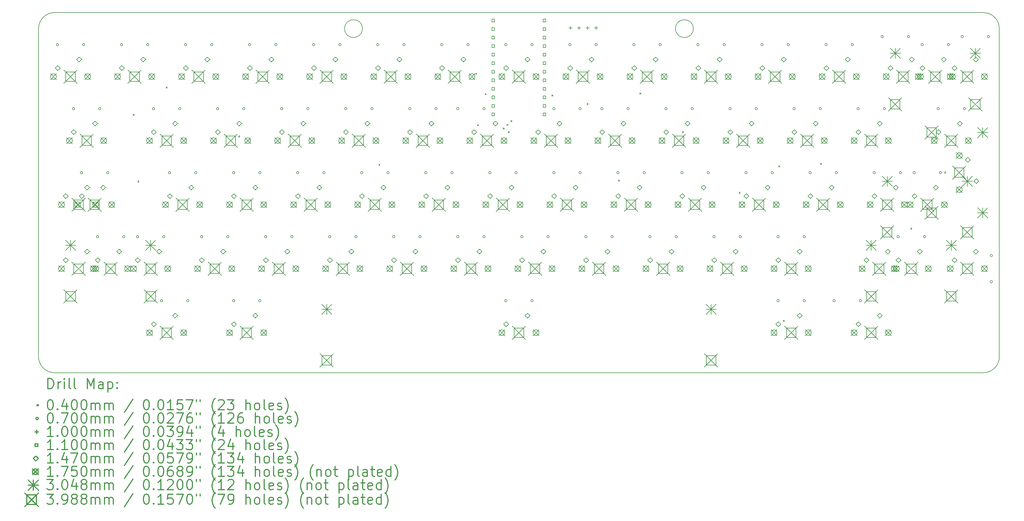
<source format=gbr>
%FSLAX45Y45*%
G04 Gerber Fmt 4.5, Leading zero omitted, Abs format (unit mm)*
G04 Created by KiCad (PCBNEW 5.1.10-88a1d61d58~90~ubuntu21.04.1) date 2021-09-17 14:26:22*
%MOMM*%
%LPD*%
G01*
G04 APERTURE LIST*
%TA.AperFunction,Profile*%
%ADD10C,0.150000*%
%TD*%
%ADD11C,0.200000*%
%ADD12C,0.300000*%
G04 APERTURE END LIST*
D10*
X26062080Y-8858250D02*
G75*
G03*
X26062080Y-8858250I-265000J0D01*
G01*
X16219625Y-8858250D02*
G75*
G03*
X16219625Y-8858250I-265000J0D01*
G01*
X7064375Y-8381365D02*
X34686875Y-8381365D01*
X6588125Y-8857615D02*
G75*
G02*
X7064375Y-8381365I476250J0D01*
G01*
X34686875Y-8381365D02*
G75*
G02*
X35163125Y-8857615I0J-476250D01*
G01*
X6588125Y-8857615D02*
X6588125Y-18620740D01*
X35163125Y-8857615D02*
X35163125Y-18620740D01*
X34686875Y-19096990D02*
X7064375Y-19096990D01*
X7064375Y-19096990D02*
G75*
G02*
X6588125Y-18620740I0J476250D01*
G01*
X35163125Y-18620740D02*
G75*
G02*
X34686875Y-19096990I-476250J0D01*
G01*
D11*
X9397140Y-11405120D02*
X9437140Y-11445120D01*
X9437140Y-11405120D02*
X9397140Y-11445120D01*
X9536820Y-13384620D02*
X9576820Y-13424620D01*
X9576820Y-13384620D02*
X9536820Y-13424620D01*
X10380860Y-10588160D02*
X10420860Y-10628160D01*
X10420860Y-10588160D02*
X10380860Y-10628160D01*
X12532640Y-12049720D02*
X12572640Y-12089720D01*
X12572640Y-12049720D02*
X12532640Y-12089720D01*
X16708200Y-12889580D02*
X16748200Y-12929580D01*
X16748200Y-12889580D02*
X16708200Y-12929580D01*
X19585990Y-10180750D02*
X19625990Y-10220750D01*
X19625990Y-10180750D02*
X19585990Y-10220750D01*
X19637800Y-11713330D02*
X19677800Y-11753330D01*
X19677800Y-11713330D02*
X19637800Y-11753330D01*
X19865610Y-10790320D02*
X19905610Y-10830320D01*
X19905610Y-10790320D02*
X19865610Y-10830320D01*
X20402900Y-11807200D02*
X20442900Y-11847200D01*
X20442900Y-11807200D02*
X20402900Y-11847200D01*
X20513900Y-11704810D02*
X20553900Y-11744810D01*
X20553900Y-11704810D02*
X20513900Y-11744810D01*
X20558100Y-11917360D02*
X20598100Y-11957360D01*
X20598100Y-11917360D02*
X20558100Y-11957360D01*
X20633500Y-11592340D02*
X20673500Y-11632340D01*
X20673500Y-11592340D02*
X20633500Y-11632340D01*
X21854200Y-10830300D02*
X21894200Y-10870300D01*
X21894200Y-10830300D02*
X21854200Y-10870300D01*
X22896500Y-11079840D02*
X22936500Y-11119840D01*
X22936500Y-11079840D02*
X22896500Y-11119840D01*
X23831400Y-13362110D02*
X23871400Y-13402110D01*
X23871400Y-13362110D02*
X23831400Y-13402110D01*
X24469380Y-10771090D02*
X24509380Y-10811090D01*
X24509380Y-10771090D02*
X24469380Y-10811090D01*
X25733300Y-11917360D02*
X25773300Y-11957360D01*
X25773300Y-11917360D02*
X25733300Y-11957360D01*
X27417100Y-13720420D02*
X27457100Y-13760420D01*
X27457100Y-13720420D02*
X27417100Y-13760420D01*
X28600500Y-12936650D02*
X28640500Y-12976650D01*
X28640500Y-12936650D02*
X28600500Y-12976650D01*
X28737600Y-17535690D02*
X28777600Y-17575690D01*
X28777600Y-17535690D02*
X28737600Y-17575690D01*
X29844500Y-12861970D02*
X29884500Y-12901970D01*
X29884500Y-12861970D02*
X29844500Y-12901970D01*
X32523700Y-14790740D02*
X32563700Y-14830740D01*
X32563700Y-14790740D02*
X32523700Y-14830740D01*
X33530000Y-13123870D02*
X33570000Y-13163870D01*
X33570000Y-13123870D02*
X33530000Y-13163870D01*
X7185620Y-9333860D02*
G75*
G03*
X7185620Y-9333860I-35000J0D01*
G01*
X7661880Y-11238860D02*
G75*
G03*
X7661880Y-11238860I-35000J0D01*
G01*
X7900000Y-13143860D02*
G75*
G03*
X7900000Y-13143860I-35000J0D01*
G01*
X7965620Y-9333860D02*
G75*
G03*
X7965620Y-9333860I-35000J0D01*
G01*
X8376250Y-15048860D02*
G75*
G03*
X8376250Y-15048860I-35000J0D01*
G01*
X8441880Y-11238860D02*
G75*
G03*
X8441880Y-11238860I-35000J0D01*
G01*
X8680000Y-13143860D02*
G75*
G03*
X8680000Y-13143860I-35000J0D01*
G01*
X9090620Y-9333860D02*
G75*
G03*
X9090620Y-9333860I-35000J0D01*
G01*
X9156250Y-15048860D02*
G75*
G03*
X9156250Y-15048860I-35000J0D01*
G01*
X9566880Y-15048860D02*
G75*
G03*
X9566880Y-15048860I-35000J0D01*
G01*
X9870620Y-9333860D02*
G75*
G03*
X9870620Y-9333860I-35000J0D01*
G01*
X10043120Y-11238860D02*
G75*
G03*
X10043120Y-11238860I-35000J0D01*
G01*
X10281250Y-16953860D02*
G75*
G03*
X10281250Y-16953860I-35000J0D01*
G01*
X10346880Y-15048860D02*
G75*
G03*
X10346880Y-15048860I-35000J0D01*
G01*
X10519380Y-13143860D02*
G75*
G03*
X10519380Y-13143860I-35000J0D01*
G01*
X10823120Y-11238860D02*
G75*
G03*
X10823120Y-11238860I-35000J0D01*
G01*
X10995620Y-9333860D02*
G75*
G03*
X10995620Y-9333860I-35000J0D01*
G01*
X11061250Y-16953860D02*
G75*
G03*
X11061250Y-16953860I-35000J0D01*
G01*
X11299380Y-13143860D02*
G75*
G03*
X11299380Y-13143860I-35000J0D01*
G01*
X11471880Y-15048860D02*
G75*
G03*
X11471880Y-15048860I-35000J0D01*
G01*
X11775620Y-9333860D02*
G75*
G03*
X11775620Y-9333860I-35000J0D01*
G01*
X11948120Y-11238860D02*
G75*
G03*
X11948120Y-11238860I-35000J0D01*
G01*
X12251880Y-15048860D02*
G75*
G03*
X12251880Y-15048860I-35000J0D01*
G01*
X12424380Y-13143860D02*
G75*
G03*
X12424380Y-13143860I-35000J0D01*
G01*
X12424380Y-16953860D02*
G75*
G03*
X12424380Y-16953860I-35000J0D01*
G01*
X12728120Y-11238860D02*
G75*
G03*
X12728120Y-11238860I-35000J0D01*
G01*
X12900620Y-9333860D02*
G75*
G03*
X12900620Y-9333860I-35000J0D01*
G01*
X13204380Y-13143860D02*
G75*
G03*
X13204380Y-13143860I-35000J0D01*
G01*
X13204380Y-16953860D02*
G75*
G03*
X13204380Y-16953860I-35000J0D01*
G01*
X13376880Y-15048860D02*
G75*
G03*
X13376880Y-15048860I-35000J0D01*
G01*
X13680620Y-9333860D02*
G75*
G03*
X13680620Y-9333860I-35000J0D01*
G01*
X13853120Y-11238860D02*
G75*
G03*
X13853120Y-11238860I-35000J0D01*
G01*
X14156880Y-15048860D02*
G75*
G03*
X14156880Y-15048860I-35000J0D01*
G01*
X14329380Y-13143860D02*
G75*
G03*
X14329380Y-13143860I-35000J0D01*
G01*
X14633120Y-11238860D02*
G75*
G03*
X14633120Y-11238860I-35000J0D01*
G01*
X14805620Y-9333860D02*
G75*
G03*
X14805620Y-9333860I-35000J0D01*
G01*
X15109380Y-13143860D02*
G75*
G03*
X15109380Y-13143860I-35000J0D01*
G01*
X15281900Y-15048860D02*
G75*
G03*
X15281900Y-15048860I-35000J0D01*
G01*
X15585620Y-9333860D02*
G75*
G03*
X15585620Y-9333860I-35000J0D01*
G01*
X15758100Y-11238860D02*
G75*
G03*
X15758100Y-11238860I-35000J0D01*
G01*
X16061900Y-15048860D02*
G75*
G03*
X16061900Y-15048860I-35000J0D01*
G01*
X16234400Y-13143860D02*
G75*
G03*
X16234400Y-13143860I-35000J0D01*
G01*
X16538100Y-11238860D02*
G75*
G03*
X16538100Y-11238860I-35000J0D01*
G01*
X16710600Y-9333860D02*
G75*
G03*
X16710600Y-9333860I-35000J0D01*
G01*
X17014400Y-13143860D02*
G75*
G03*
X17014400Y-13143860I-35000J0D01*
G01*
X17186900Y-15048860D02*
G75*
G03*
X17186900Y-15048860I-35000J0D01*
G01*
X17490600Y-9333860D02*
G75*
G03*
X17490600Y-9333860I-35000J0D01*
G01*
X17663100Y-11238860D02*
G75*
G03*
X17663100Y-11238860I-35000J0D01*
G01*
X17966900Y-15048860D02*
G75*
G03*
X17966900Y-15048860I-35000J0D01*
G01*
X18139400Y-13143860D02*
G75*
G03*
X18139400Y-13143860I-35000J0D01*
G01*
X18443100Y-11238860D02*
G75*
G03*
X18443100Y-11238860I-35000J0D01*
G01*
X18615600Y-9333860D02*
G75*
G03*
X18615600Y-9333860I-35000J0D01*
G01*
X18919400Y-13143860D02*
G75*
G03*
X18919400Y-13143860I-35000J0D01*
G01*
X19091900Y-11238860D02*
G75*
G03*
X19091900Y-11238860I-35000J0D01*
G01*
X19091900Y-15048860D02*
G75*
G03*
X19091900Y-15048860I-35000J0D01*
G01*
X19395600Y-9333860D02*
G75*
G03*
X19395600Y-9333860I-35000J0D01*
G01*
X19871900Y-11238860D02*
G75*
G03*
X19871900Y-11238860I-35000J0D01*
G01*
X19871900Y-15048860D02*
G75*
G03*
X19871900Y-15048860I-35000J0D01*
G01*
X20044400Y-13143860D02*
G75*
G03*
X20044400Y-13143860I-35000J0D01*
G01*
X20520600Y-9333860D02*
G75*
G03*
X20520600Y-9333860I-35000J0D01*
G01*
X20520600Y-16953860D02*
G75*
G03*
X20520600Y-16953860I-35000J0D01*
G01*
X20824400Y-13143860D02*
G75*
G03*
X20824400Y-13143860I-35000J0D01*
G01*
X20996900Y-15048860D02*
G75*
G03*
X20996900Y-15048860I-35000J0D01*
G01*
X21300600Y-9333860D02*
G75*
G03*
X21300600Y-9333860I-35000J0D01*
G01*
X21300600Y-16953860D02*
G75*
G03*
X21300600Y-16953860I-35000J0D01*
G01*
X21776900Y-15048860D02*
G75*
G03*
X21776900Y-15048860I-35000J0D01*
G01*
X21949400Y-11238860D02*
G75*
G03*
X21949400Y-11238860I-35000J0D01*
G01*
X21949400Y-13143860D02*
G75*
G03*
X21949400Y-13143860I-35000J0D01*
G01*
X22425600Y-9333860D02*
G75*
G03*
X22425600Y-9333860I-35000J0D01*
G01*
X22729400Y-11238860D02*
G75*
G03*
X22729400Y-11238860I-35000J0D01*
G01*
X22729400Y-13143860D02*
G75*
G03*
X22729400Y-13143860I-35000J0D01*
G01*
X22901900Y-15048860D02*
G75*
G03*
X22901900Y-15048860I-35000J0D01*
G01*
X23205600Y-9333860D02*
G75*
G03*
X23205600Y-9333860I-35000J0D01*
G01*
X23378100Y-11238860D02*
G75*
G03*
X23378100Y-11238860I-35000J0D01*
G01*
X23681900Y-15048860D02*
G75*
G03*
X23681900Y-15048860I-35000J0D01*
G01*
X23854400Y-13143860D02*
G75*
G03*
X23854400Y-13143860I-35000J0D01*
G01*
X24158100Y-11238860D02*
G75*
G03*
X24158100Y-11238860I-35000J0D01*
G01*
X24330600Y-9333860D02*
G75*
G03*
X24330600Y-9333860I-35000J0D01*
G01*
X24634400Y-13143860D02*
G75*
G03*
X24634400Y-13143860I-35000J0D01*
G01*
X24806900Y-15048860D02*
G75*
G03*
X24806900Y-15048860I-35000J0D01*
G01*
X25110600Y-9333860D02*
G75*
G03*
X25110600Y-9333860I-35000J0D01*
G01*
X25283100Y-11238860D02*
G75*
G03*
X25283100Y-11238860I-35000J0D01*
G01*
X25586900Y-15048860D02*
G75*
G03*
X25586900Y-15048860I-35000J0D01*
G01*
X25759400Y-13143860D02*
G75*
G03*
X25759400Y-13143860I-35000J0D01*
G01*
X26063100Y-11238860D02*
G75*
G03*
X26063100Y-11238860I-35000J0D01*
G01*
X26235600Y-9333860D02*
G75*
G03*
X26235600Y-9333860I-35000J0D01*
G01*
X26539400Y-13143860D02*
G75*
G03*
X26539400Y-13143860I-35000J0D01*
G01*
X26711900Y-15048860D02*
G75*
G03*
X26711900Y-15048860I-35000J0D01*
G01*
X27015600Y-9333860D02*
G75*
G03*
X27015600Y-9333860I-35000J0D01*
G01*
X27188100Y-11238860D02*
G75*
G03*
X27188100Y-11238860I-35000J0D01*
G01*
X27491900Y-15048860D02*
G75*
G03*
X27491900Y-15048860I-35000J0D01*
G01*
X27664400Y-13143860D02*
G75*
G03*
X27664400Y-13143860I-35000J0D01*
G01*
X27968100Y-11238860D02*
G75*
G03*
X27968100Y-11238860I-35000J0D01*
G01*
X28140600Y-9333860D02*
G75*
G03*
X28140600Y-9333860I-35000J0D01*
G01*
X28444400Y-13143860D02*
G75*
G03*
X28444400Y-13143860I-35000J0D01*
G01*
X28616900Y-15048860D02*
G75*
G03*
X28616900Y-15048860I-35000J0D01*
G01*
X28616900Y-16953860D02*
G75*
G03*
X28616900Y-16953860I-35000J0D01*
G01*
X28920600Y-9333860D02*
G75*
G03*
X28920600Y-9333860I-35000J0D01*
G01*
X29093100Y-11238860D02*
G75*
G03*
X29093100Y-11238860I-35000J0D01*
G01*
X29396900Y-15048860D02*
G75*
G03*
X29396900Y-15048860I-35000J0D01*
G01*
X29396900Y-16953860D02*
G75*
G03*
X29396900Y-16953860I-35000J0D01*
G01*
X29569400Y-13143860D02*
G75*
G03*
X29569400Y-13143860I-35000J0D01*
G01*
X29873100Y-11238860D02*
G75*
G03*
X29873100Y-11238860I-35000J0D01*
G01*
X30045600Y-9333860D02*
G75*
G03*
X30045600Y-9333860I-35000J0D01*
G01*
X30283700Y-16953860D02*
G75*
G03*
X30283700Y-16953860I-35000J0D01*
G01*
X30349400Y-13143860D02*
G75*
G03*
X30349400Y-13143860I-35000J0D01*
G01*
X30825600Y-9333860D02*
G75*
G03*
X30825600Y-9333860I-35000J0D01*
G01*
X30998100Y-11238860D02*
G75*
G03*
X30998100Y-11238860I-35000J0D01*
G01*
X31063700Y-16953860D02*
G75*
G03*
X31063700Y-16953860I-35000J0D01*
G01*
X31474400Y-13143860D02*
G75*
G03*
X31474400Y-13143860I-35000J0D01*
G01*
X31712500Y-9095740D02*
G75*
G03*
X31712500Y-9095740I-35000J0D01*
G01*
X31778100Y-11238860D02*
G75*
G03*
X31778100Y-11238860I-35000J0D01*
G01*
X32188700Y-15048860D02*
G75*
G03*
X32188700Y-15048860I-35000J0D01*
G01*
X32254400Y-13143860D02*
G75*
G03*
X32254400Y-13143860I-35000J0D01*
G01*
X32492500Y-9095740D02*
G75*
G03*
X32492500Y-9095740I-35000J0D01*
G01*
X32665000Y-13143860D02*
G75*
G03*
X32665000Y-13143860I-35000J0D01*
G01*
X32903125Y-9333860D02*
G75*
G03*
X32903125Y-9333860I-35000J0D01*
G01*
X32968700Y-15048860D02*
G75*
G03*
X32968700Y-15048860I-35000J0D01*
G01*
X33379400Y-11238860D02*
G75*
G03*
X33379400Y-11238860I-35000J0D01*
G01*
X33445000Y-13143860D02*
G75*
G03*
X33445000Y-13143860I-35000J0D01*
G01*
X33683125Y-9333860D02*
G75*
G03*
X33683125Y-9333860I-35000J0D01*
G01*
X34093750Y-9095740D02*
G75*
G03*
X34093750Y-9095740I-35000J0D01*
G01*
X34159400Y-11238860D02*
G75*
G03*
X34159400Y-11238860I-35000J0D01*
G01*
X34873750Y-9095740D02*
G75*
G03*
X34873750Y-9095740I-35000J0D01*
G01*
X34960000Y-15611360D02*
G75*
G03*
X34960000Y-15611360I-35000J0D01*
G01*
X34960000Y-16391360D02*
G75*
G03*
X34960000Y-16391360I-35000J0D01*
G01*
X22411700Y-8787930D02*
X22411700Y-8887930D01*
X22361700Y-8837930D02*
X22461700Y-8837930D01*
X22665700Y-8787930D02*
X22665700Y-8887930D01*
X22615700Y-8837930D02*
X22715700Y-8837930D01*
X22919700Y-8787930D02*
X22919700Y-8887930D01*
X22869700Y-8837930D02*
X22969700Y-8837930D01*
X23173700Y-8787930D02*
X23173700Y-8887930D01*
X23123700Y-8837930D02*
X23223700Y-8837930D01*
X20152491Y-8655131D02*
X20152491Y-8577349D01*
X20074709Y-8577349D01*
X20074709Y-8655131D01*
X20152491Y-8655131D01*
X20152491Y-8909131D02*
X20152491Y-8831349D01*
X20074709Y-8831349D01*
X20074709Y-8909131D01*
X20152491Y-8909131D01*
X20152491Y-9163131D02*
X20152491Y-9085349D01*
X20074709Y-9085349D01*
X20074709Y-9163131D01*
X20152491Y-9163131D01*
X20152491Y-9417131D02*
X20152491Y-9339349D01*
X20074709Y-9339349D01*
X20074709Y-9417131D01*
X20152491Y-9417131D01*
X20152491Y-9671131D02*
X20152491Y-9593349D01*
X20074709Y-9593349D01*
X20074709Y-9671131D01*
X20152491Y-9671131D01*
X20152491Y-9925131D02*
X20152491Y-9847349D01*
X20074709Y-9847349D01*
X20074709Y-9925131D01*
X20152491Y-9925131D01*
X20152491Y-10179131D02*
X20152491Y-10101349D01*
X20074709Y-10101349D01*
X20074709Y-10179131D01*
X20152491Y-10179131D01*
X20152491Y-10433131D02*
X20152491Y-10355349D01*
X20074709Y-10355349D01*
X20074709Y-10433131D01*
X20152491Y-10433131D01*
X20152491Y-10687131D02*
X20152491Y-10609349D01*
X20074709Y-10609349D01*
X20074709Y-10687131D01*
X20152491Y-10687131D01*
X20152491Y-10941131D02*
X20152491Y-10863349D01*
X20074709Y-10863349D01*
X20074709Y-10941131D01*
X20152491Y-10941131D01*
X20152491Y-11195131D02*
X20152491Y-11117349D01*
X20074709Y-11117349D01*
X20074709Y-11195131D01*
X20152491Y-11195131D01*
X20152491Y-11449131D02*
X20152491Y-11371349D01*
X20074709Y-11371349D01*
X20074709Y-11449131D01*
X20152491Y-11449131D01*
X21676491Y-8655131D02*
X21676491Y-8577349D01*
X21598709Y-8577349D01*
X21598709Y-8655131D01*
X21676491Y-8655131D01*
X21676491Y-8909131D02*
X21676491Y-8831349D01*
X21598709Y-8831349D01*
X21598709Y-8909131D01*
X21676491Y-8909131D01*
X21676491Y-9163131D02*
X21676491Y-9085349D01*
X21598709Y-9085349D01*
X21598709Y-9163131D01*
X21676491Y-9163131D01*
X21676491Y-9417131D02*
X21676491Y-9339349D01*
X21598709Y-9339349D01*
X21598709Y-9417131D01*
X21676491Y-9417131D01*
X21676491Y-9671131D02*
X21676491Y-9593349D01*
X21598709Y-9593349D01*
X21598709Y-9671131D01*
X21676491Y-9671131D01*
X21676491Y-9925131D02*
X21676491Y-9847349D01*
X21598709Y-9847349D01*
X21598709Y-9925131D01*
X21676491Y-9925131D01*
X21676491Y-10179131D02*
X21676491Y-10101349D01*
X21598709Y-10101349D01*
X21598709Y-10179131D01*
X21676491Y-10179131D01*
X21676491Y-10433131D02*
X21676491Y-10355349D01*
X21598709Y-10355349D01*
X21598709Y-10433131D01*
X21676491Y-10433131D01*
X21676491Y-10687131D02*
X21676491Y-10609349D01*
X21598709Y-10609349D01*
X21598709Y-10687131D01*
X21676491Y-10687131D01*
X21676491Y-10941131D02*
X21676491Y-10863349D01*
X21598709Y-10863349D01*
X21598709Y-10941131D01*
X21676491Y-10941131D01*
X21676491Y-11195131D02*
X21676491Y-11117349D01*
X21598709Y-11117349D01*
X21598709Y-11195131D01*
X21676491Y-11195131D01*
X21676491Y-11449131D02*
X21676491Y-11371349D01*
X21598709Y-11371349D01*
X21598709Y-11449131D01*
X21676491Y-11449131D01*
X7159620Y-10105860D02*
X7233120Y-10032360D01*
X7159620Y-9958860D01*
X7086120Y-10032360D01*
X7159620Y-10105860D01*
X7397750Y-13915860D02*
X7471250Y-13842360D01*
X7397750Y-13768860D01*
X7324250Y-13842360D01*
X7397750Y-13915860D01*
X7397750Y-15820860D02*
X7471250Y-15747360D01*
X7397750Y-15673860D01*
X7324250Y-15747360D01*
X7397750Y-15820860D01*
X7635880Y-12010860D02*
X7709380Y-11937360D01*
X7635880Y-11863860D01*
X7562380Y-11937360D01*
X7635880Y-12010860D01*
X7794620Y-9851860D02*
X7868120Y-9778360D01*
X7794620Y-9704860D01*
X7721120Y-9778360D01*
X7794620Y-9851860D01*
X7874000Y-13915860D02*
X7947500Y-13842360D01*
X7874000Y-13768860D01*
X7800500Y-13842360D01*
X7874000Y-13915860D01*
X8032750Y-13661860D02*
X8106250Y-13588360D01*
X8032750Y-13514860D01*
X7959250Y-13588360D01*
X8032750Y-13661860D01*
X8032750Y-15566860D02*
X8106250Y-15493360D01*
X8032750Y-15419860D01*
X7959250Y-15493360D01*
X8032750Y-15566860D01*
X8270880Y-11756860D02*
X8344380Y-11683360D01*
X8270880Y-11609860D01*
X8197380Y-11683360D01*
X8270880Y-11756860D01*
X8350250Y-15820860D02*
X8423750Y-15747360D01*
X8350250Y-15673860D01*
X8276750Y-15747360D01*
X8350250Y-15820860D01*
X8509000Y-13661860D02*
X8582500Y-13588360D01*
X8509000Y-13514860D01*
X8435500Y-13588360D01*
X8509000Y-13661860D01*
X8985250Y-15566860D02*
X9058750Y-15493360D01*
X8985250Y-15419860D01*
X8911750Y-15493360D01*
X8985250Y-15566860D01*
X9064620Y-10105860D02*
X9138120Y-10032360D01*
X9064620Y-9958860D01*
X8991120Y-10032360D01*
X9064620Y-10105860D01*
X9540880Y-15820860D02*
X9614380Y-15747360D01*
X9540880Y-15673860D01*
X9467380Y-15747360D01*
X9540880Y-15820860D01*
X9699620Y-9851860D02*
X9773120Y-9778360D01*
X9699620Y-9704860D01*
X9626120Y-9778360D01*
X9699620Y-9851860D01*
X10017120Y-12010860D02*
X10090620Y-11937360D01*
X10017120Y-11863860D01*
X9943620Y-11937360D01*
X10017120Y-12010860D01*
X10017120Y-17725860D02*
X10090620Y-17652360D01*
X10017120Y-17578860D01*
X9943620Y-17652360D01*
X10017120Y-17725860D01*
X10175880Y-15566860D02*
X10249380Y-15493360D01*
X10175880Y-15419860D01*
X10102380Y-15493360D01*
X10175880Y-15566860D01*
X10493380Y-13915860D02*
X10566880Y-13842360D01*
X10493380Y-13768860D01*
X10419880Y-13842360D01*
X10493380Y-13915860D01*
X10652120Y-11756860D02*
X10725620Y-11683360D01*
X10652120Y-11609860D01*
X10578620Y-11683360D01*
X10652120Y-11756860D01*
X10652120Y-17471860D02*
X10725620Y-17398360D01*
X10652120Y-17324860D01*
X10578620Y-17398360D01*
X10652120Y-17471860D01*
X10969620Y-10105860D02*
X11043120Y-10032360D01*
X10969620Y-9958860D01*
X10896120Y-10032360D01*
X10969620Y-10105860D01*
X11128380Y-13661860D02*
X11201880Y-13588360D01*
X11128380Y-13514860D01*
X11054880Y-13588360D01*
X11128380Y-13661860D01*
X11445880Y-15820860D02*
X11519380Y-15747360D01*
X11445880Y-15673860D01*
X11372380Y-15747360D01*
X11445880Y-15820860D01*
X11604620Y-9851860D02*
X11678120Y-9778360D01*
X11604620Y-9704860D01*
X11531120Y-9778360D01*
X11604620Y-9851860D01*
X11922120Y-12010860D02*
X11995620Y-11937360D01*
X11922120Y-11863860D01*
X11848620Y-11937360D01*
X11922120Y-12010860D01*
X12080880Y-15566860D02*
X12154380Y-15493360D01*
X12080880Y-15419860D01*
X12007380Y-15493360D01*
X12080880Y-15566860D01*
X12398380Y-13915860D02*
X12471880Y-13842360D01*
X12398380Y-13768860D01*
X12324880Y-13842360D01*
X12398380Y-13915860D01*
X12398380Y-17725860D02*
X12471880Y-17652360D01*
X12398380Y-17578860D01*
X12324880Y-17652360D01*
X12398380Y-17725860D01*
X12557120Y-11756860D02*
X12630620Y-11683360D01*
X12557120Y-11609860D01*
X12483620Y-11683360D01*
X12557120Y-11756860D01*
X12874620Y-10105860D02*
X12948120Y-10032360D01*
X12874620Y-9958860D01*
X12801120Y-10032360D01*
X12874620Y-10105860D01*
X13033380Y-13661860D02*
X13106880Y-13588360D01*
X13033380Y-13514860D01*
X12959880Y-13588360D01*
X13033380Y-13661860D01*
X13033380Y-17471860D02*
X13106880Y-17398360D01*
X13033380Y-17324860D01*
X12959880Y-17398360D01*
X13033380Y-17471860D01*
X13350880Y-15820860D02*
X13424380Y-15747360D01*
X13350880Y-15673860D01*
X13277380Y-15747360D01*
X13350880Y-15820860D01*
X13509620Y-9851860D02*
X13583120Y-9778360D01*
X13509620Y-9704860D01*
X13436120Y-9778360D01*
X13509620Y-9851860D01*
X13827120Y-12010860D02*
X13900620Y-11937360D01*
X13827120Y-11863860D01*
X13753620Y-11937360D01*
X13827120Y-12010860D01*
X13985880Y-15566860D02*
X14059380Y-15493360D01*
X13985880Y-15419860D01*
X13912380Y-15493360D01*
X13985880Y-15566860D01*
X14303380Y-13915860D02*
X14376880Y-13842360D01*
X14303380Y-13768860D01*
X14229880Y-13842360D01*
X14303380Y-13915860D01*
X14462120Y-11756860D02*
X14535620Y-11683360D01*
X14462120Y-11609860D01*
X14388620Y-11683360D01*
X14462120Y-11756860D01*
X14779620Y-10105860D02*
X14853120Y-10032360D01*
X14779620Y-9958860D01*
X14706120Y-10032360D01*
X14779620Y-10105860D01*
X14938380Y-13661860D02*
X15011880Y-13588360D01*
X14938380Y-13514860D01*
X14864880Y-13588360D01*
X14938380Y-13661860D01*
X15255900Y-15820860D02*
X15329400Y-15747360D01*
X15255900Y-15673860D01*
X15182400Y-15747360D01*
X15255900Y-15820860D01*
X15414620Y-9851860D02*
X15488120Y-9778360D01*
X15414620Y-9704860D01*
X15341120Y-9778360D01*
X15414620Y-9851860D01*
X15732100Y-12010860D02*
X15805600Y-11937360D01*
X15732100Y-11863860D01*
X15658600Y-11937360D01*
X15732100Y-12010860D01*
X15890900Y-15566860D02*
X15964400Y-15493360D01*
X15890900Y-15419860D01*
X15817400Y-15493360D01*
X15890900Y-15566860D01*
X16208400Y-13915860D02*
X16281900Y-13842360D01*
X16208400Y-13768860D01*
X16134900Y-13842360D01*
X16208400Y-13915860D01*
X16367100Y-11756860D02*
X16440600Y-11683360D01*
X16367100Y-11609860D01*
X16293600Y-11683360D01*
X16367100Y-11756860D01*
X16684600Y-10105860D02*
X16758100Y-10032360D01*
X16684600Y-9958860D01*
X16611100Y-10032360D01*
X16684600Y-10105860D01*
X16843400Y-13661860D02*
X16916900Y-13588360D01*
X16843400Y-13514860D01*
X16769900Y-13588360D01*
X16843400Y-13661860D01*
X17160900Y-15820860D02*
X17234400Y-15747360D01*
X17160900Y-15673860D01*
X17087400Y-15747360D01*
X17160900Y-15820860D01*
X17319600Y-9851860D02*
X17393100Y-9778360D01*
X17319600Y-9704860D01*
X17246100Y-9778360D01*
X17319600Y-9851860D01*
X17637100Y-12010860D02*
X17710600Y-11937360D01*
X17637100Y-11863860D01*
X17563600Y-11937360D01*
X17637100Y-12010860D01*
X17795900Y-15566860D02*
X17869400Y-15493360D01*
X17795900Y-15419860D01*
X17722400Y-15493360D01*
X17795900Y-15566860D01*
X18113400Y-13915860D02*
X18186900Y-13842360D01*
X18113400Y-13768860D01*
X18039900Y-13842360D01*
X18113400Y-13915860D01*
X18272100Y-11756860D02*
X18345600Y-11683360D01*
X18272100Y-11609860D01*
X18198600Y-11683360D01*
X18272100Y-11756860D01*
X18589600Y-10105860D02*
X18663100Y-10032360D01*
X18589600Y-9958860D01*
X18516100Y-10032360D01*
X18589600Y-10105860D01*
X18748400Y-13661860D02*
X18821900Y-13588360D01*
X18748400Y-13514860D01*
X18674900Y-13588360D01*
X18748400Y-13661860D01*
X19065900Y-15820860D02*
X19139400Y-15747360D01*
X19065900Y-15673860D01*
X18992400Y-15747360D01*
X19065900Y-15820860D01*
X19224600Y-9851860D02*
X19298100Y-9778360D01*
X19224600Y-9704860D01*
X19151100Y-9778360D01*
X19224600Y-9851860D01*
X19542100Y-12010860D02*
X19615600Y-11937360D01*
X19542100Y-11863860D01*
X19468600Y-11937360D01*
X19542100Y-12010860D01*
X19700900Y-15566860D02*
X19774400Y-15493360D01*
X19700900Y-15419860D01*
X19627400Y-15493360D01*
X19700900Y-15566860D01*
X20018400Y-13915860D02*
X20091900Y-13842360D01*
X20018400Y-13768860D01*
X19944900Y-13842360D01*
X20018400Y-13915860D01*
X20177100Y-11756860D02*
X20250600Y-11683360D01*
X20177100Y-11609860D01*
X20103600Y-11683360D01*
X20177100Y-11756860D01*
X20494600Y-10105860D02*
X20568100Y-10032360D01*
X20494600Y-9958860D01*
X20421100Y-10032360D01*
X20494600Y-10105860D01*
X20494600Y-17725860D02*
X20568100Y-17652360D01*
X20494600Y-17578860D01*
X20421100Y-17652360D01*
X20494600Y-17725860D01*
X20653400Y-13661860D02*
X20726900Y-13588360D01*
X20653400Y-13514860D01*
X20579900Y-13588360D01*
X20653400Y-13661860D01*
X20970900Y-15820860D02*
X21044400Y-15747360D01*
X20970900Y-15673860D01*
X20897400Y-15747360D01*
X20970900Y-15820860D01*
X21129600Y-9851860D02*
X21203100Y-9778360D01*
X21129600Y-9704860D01*
X21056100Y-9778360D01*
X21129600Y-9851860D01*
X21129600Y-17471860D02*
X21203100Y-17398360D01*
X21129600Y-17324860D01*
X21056100Y-17398360D01*
X21129600Y-17471860D01*
X21447100Y-12010860D02*
X21520600Y-11937360D01*
X21447100Y-11863860D01*
X21373600Y-11937360D01*
X21447100Y-12010860D01*
X21605900Y-15566860D02*
X21679400Y-15493360D01*
X21605900Y-15419860D01*
X21532400Y-15493360D01*
X21605900Y-15566860D01*
X21923400Y-13915860D02*
X21996900Y-13842360D01*
X21923400Y-13768860D01*
X21849900Y-13842360D01*
X21923400Y-13915860D01*
X22082100Y-11756860D02*
X22155600Y-11683360D01*
X22082100Y-11609860D01*
X22008600Y-11683360D01*
X22082100Y-11756860D01*
X22399600Y-10105860D02*
X22473100Y-10032360D01*
X22399600Y-9958860D01*
X22326100Y-10032360D01*
X22399600Y-10105860D01*
X22558400Y-13661860D02*
X22631900Y-13588360D01*
X22558400Y-13514860D01*
X22484900Y-13588360D01*
X22558400Y-13661860D01*
X22875900Y-15820860D02*
X22949400Y-15747360D01*
X22875900Y-15673860D01*
X22802400Y-15747360D01*
X22875900Y-15820860D01*
X23034600Y-9851860D02*
X23108100Y-9778360D01*
X23034600Y-9704860D01*
X22961100Y-9778360D01*
X23034600Y-9851860D01*
X23352100Y-12010860D02*
X23425600Y-11937360D01*
X23352100Y-11863860D01*
X23278600Y-11937360D01*
X23352100Y-12010860D01*
X23510900Y-15566860D02*
X23584400Y-15493360D01*
X23510900Y-15419860D01*
X23437400Y-15493360D01*
X23510900Y-15566860D01*
X23828400Y-13915860D02*
X23901900Y-13842360D01*
X23828400Y-13768860D01*
X23754900Y-13842360D01*
X23828400Y-13915860D01*
X23987100Y-11756860D02*
X24060600Y-11683360D01*
X23987100Y-11609860D01*
X23913600Y-11683360D01*
X23987100Y-11756860D01*
X24304600Y-10105860D02*
X24378100Y-10032360D01*
X24304600Y-9958860D01*
X24231100Y-10032360D01*
X24304600Y-10105860D01*
X24463400Y-13661860D02*
X24536900Y-13588360D01*
X24463400Y-13514860D01*
X24389900Y-13588360D01*
X24463400Y-13661860D01*
X24780900Y-15820860D02*
X24854400Y-15747360D01*
X24780900Y-15673860D01*
X24707400Y-15747360D01*
X24780900Y-15820860D01*
X24939600Y-9851860D02*
X25013100Y-9778360D01*
X24939600Y-9704860D01*
X24866100Y-9778360D01*
X24939600Y-9851860D01*
X25257100Y-12010860D02*
X25330600Y-11937360D01*
X25257100Y-11863860D01*
X25183600Y-11937360D01*
X25257100Y-12010860D01*
X25415900Y-15566860D02*
X25489400Y-15493360D01*
X25415900Y-15419860D01*
X25342400Y-15493360D01*
X25415900Y-15566860D01*
X25733400Y-13915860D02*
X25806900Y-13842360D01*
X25733400Y-13768860D01*
X25659900Y-13842360D01*
X25733400Y-13915860D01*
X25892100Y-11756860D02*
X25965600Y-11683360D01*
X25892100Y-11609860D01*
X25818600Y-11683360D01*
X25892100Y-11756860D01*
X26209600Y-10105860D02*
X26283100Y-10032360D01*
X26209600Y-9958860D01*
X26136100Y-10032360D01*
X26209600Y-10105860D01*
X26368400Y-13661860D02*
X26441900Y-13588360D01*
X26368400Y-13514860D01*
X26294900Y-13588360D01*
X26368400Y-13661860D01*
X26685900Y-15820860D02*
X26759400Y-15747360D01*
X26685900Y-15673860D01*
X26612400Y-15747360D01*
X26685900Y-15820860D01*
X26844600Y-9851860D02*
X26918100Y-9778360D01*
X26844600Y-9704860D01*
X26771100Y-9778360D01*
X26844600Y-9851860D01*
X27162100Y-12010860D02*
X27235600Y-11937360D01*
X27162100Y-11863860D01*
X27088600Y-11937360D01*
X27162100Y-12010860D01*
X27320900Y-15566860D02*
X27394400Y-15493360D01*
X27320900Y-15419860D01*
X27247400Y-15493360D01*
X27320900Y-15566860D01*
X27638400Y-13915860D02*
X27711900Y-13842360D01*
X27638400Y-13768860D01*
X27564900Y-13842360D01*
X27638400Y-13915860D01*
X27797100Y-11756860D02*
X27870600Y-11683360D01*
X27797100Y-11609860D01*
X27723600Y-11683360D01*
X27797100Y-11756860D01*
X28114600Y-10105860D02*
X28188100Y-10032360D01*
X28114600Y-9958860D01*
X28041100Y-10032360D01*
X28114600Y-10105860D01*
X28273400Y-13661860D02*
X28346900Y-13588360D01*
X28273400Y-13514860D01*
X28199900Y-13588360D01*
X28273400Y-13661860D01*
X28590900Y-15820860D02*
X28664400Y-15747360D01*
X28590900Y-15673860D01*
X28517400Y-15747360D01*
X28590900Y-15820860D01*
X28590900Y-17725860D02*
X28664400Y-17652360D01*
X28590900Y-17578860D01*
X28517400Y-17652360D01*
X28590900Y-17725860D01*
X28749600Y-9851860D02*
X28823100Y-9778360D01*
X28749600Y-9704860D01*
X28676100Y-9778360D01*
X28749600Y-9851860D01*
X29067100Y-12010860D02*
X29140600Y-11937360D01*
X29067100Y-11863860D01*
X28993600Y-11937360D01*
X29067100Y-12010860D01*
X29225900Y-15566860D02*
X29299400Y-15493360D01*
X29225900Y-15419860D01*
X29152400Y-15493360D01*
X29225900Y-15566860D01*
X29225900Y-17471860D02*
X29299400Y-17398360D01*
X29225900Y-17324860D01*
X29152400Y-17398360D01*
X29225900Y-17471860D01*
X29543400Y-13915860D02*
X29616900Y-13842360D01*
X29543400Y-13768860D01*
X29469900Y-13842360D01*
X29543400Y-13915860D01*
X29702100Y-11756860D02*
X29775600Y-11683360D01*
X29702100Y-11609860D01*
X29628600Y-11683360D01*
X29702100Y-11756860D01*
X30019600Y-10105860D02*
X30093100Y-10032360D01*
X30019600Y-9958860D01*
X29946100Y-10032360D01*
X30019600Y-10105860D01*
X30178400Y-13661860D02*
X30251900Y-13588360D01*
X30178400Y-13514860D01*
X30104900Y-13588360D01*
X30178400Y-13661860D01*
X30654600Y-9851860D02*
X30728100Y-9778360D01*
X30654600Y-9704860D01*
X30581100Y-9778360D01*
X30654600Y-9851860D01*
X30972100Y-12010860D02*
X31045600Y-11937360D01*
X30972100Y-11863860D01*
X30898600Y-11937360D01*
X30972100Y-12010860D01*
X30972100Y-17725860D02*
X31045600Y-17652360D01*
X30972100Y-17578860D01*
X30898600Y-17652360D01*
X30972100Y-17725860D01*
X31210300Y-15820860D02*
X31283800Y-15747360D01*
X31210300Y-15673860D01*
X31136800Y-15747360D01*
X31210300Y-15820860D01*
X31448400Y-13915860D02*
X31521900Y-13842360D01*
X31448400Y-13768860D01*
X31374900Y-13842360D01*
X31448400Y-13915860D01*
X31607100Y-11756860D02*
X31680600Y-11683360D01*
X31607100Y-11609860D01*
X31533600Y-11683360D01*
X31607100Y-11756860D01*
X31607100Y-17471860D02*
X31680600Y-17398360D01*
X31607100Y-17324860D01*
X31533600Y-17398360D01*
X31607100Y-17471860D01*
X31845300Y-15566860D02*
X31918800Y-15493360D01*
X31845300Y-15419860D01*
X31771800Y-15493360D01*
X31845300Y-15566860D01*
X31924600Y-10105860D02*
X31998100Y-10032360D01*
X31924600Y-9958860D01*
X31851100Y-10032360D01*
X31924600Y-10105860D01*
X32083400Y-13661860D02*
X32156900Y-13588360D01*
X32083400Y-13514860D01*
X32009900Y-13588360D01*
X32083400Y-13661860D01*
X32162700Y-15820860D02*
X32236200Y-15747360D01*
X32162700Y-15673860D01*
X32089200Y-15747360D01*
X32162700Y-15820860D01*
X32559600Y-9851860D02*
X32633100Y-9778360D01*
X32559600Y-9704860D01*
X32486100Y-9778360D01*
X32559600Y-9851860D01*
X32639000Y-13915860D02*
X32712500Y-13842360D01*
X32639000Y-13768860D01*
X32565500Y-13842360D01*
X32639000Y-13915860D01*
X32797700Y-15566860D02*
X32871200Y-15493360D01*
X32797700Y-15419860D01*
X32724200Y-15493360D01*
X32797700Y-15566860D01*
X32877100Y-10105860D02*
X32950600Y-10032360D01*
X32877100Y-9958860D01*
X32803600Y-10032360D01*
X32877100Y-10105860D01*
X33274000Y-13661860D02*
X33347500Y-13588360D01*
X33274000Y-13514860D01*
X33200500Y-13588360D01*
X33274000Y-13661860D01*
X33353400Y-12010860D02*
X33426900Y-11937360D01*
X33353400Y-11863860D01*
X33279900Y-11937360D01*
X33353400Y-12010860D01*
X33512100Y-9851860D02*
X33585600Y-9778360D01*
X33512100Y-9704860D01*
X33438600Y-9778360D01*
X33512100Y-9851860D01*
X33829600Y-10105860D02*
X33903100Y-10032360D01*
X33829600Y-9958860D01*
X33756100Y-10032360D01*
X33829600Y-10105860D01*
X33829600Y-15820860D02*
X33903100Y-15747360D01*
X33829600Y-15673860D01*
X33756100Y-15747360D01*
X33829600Y-15820860D01*
X33988400Y-11756860D02*
X34061900Y-11683360D01*
X33988400Y-11609860D01*
X33914900Y-11683360D01*
X33988400Y-11756860D01*
X34226500Y-12836360D02*
X34300000Y-12762860D01*
X34226500Y-12689360D01*
X34153000Y-12762860D01*
X34226500Y-12836360D01*
X34464600Y-9851860D02*
X34538100Y-9778360D01*
X34464600Y-9704860D01*
X34391100Y-9778360D01*
X34464600Y-9851860D01*
X34464600Y-15566860D02*
X34538100Y-15493360D01*
X34464600Y-15419860D01*
X34391100Y-15493360D01*
X34464600Y-15566860D01*
X34480500Y-13471360D02*
X34554000Y-13397860D01*
X34480500Y-13324360D01*
X34407000Y-13397860D01*
X34480500Y-13471360D01*
X6945120Y-10198860D02*
X7120120Y-10373860D01*
X7120120Y-10198860D02*
X6945120Y-10373860D01*
X7120120Y-10286360D02*
G75*
G03*
X7120120Y-10286360I-87500J0D01*
G01*
X7183250Y-14008860D02*
X7358250Y-14183860D01*
X7358250Y-14008860D02*
X7183250Y-14183860D01*
X7358250Y-14096360D02*
G75*
G03*
X7358250Y-14096360I-87500J0D01*
G01*
X7183250Y-15913860D02*
X7358250Y-16088860D01*
X7358250Y-15913860D02*
X7183250Y-16088860D01*
X7358250Y-16001360D02*
G75*
G03*
X7358250Y-16001360I-87500J0D01*
G01*
X7421380Y-12103860D02*
X7596380Y-12278860D01*
X7596380Y-12103860D02*
X7421380Y-12278860D01*
X7596380Y-12191360D02*
G75*
G03*
X7596380Y-12191360I-87500J0D01*
G01*
X7659500Y-14008860D02*
X7834500Y-14183860D01*
X7834500Y-14008860D02*
X7659500Y-14183860D01*
X7834500Y-14096360D02*
G75*
G03*
X7834500Y-14096360I-87500J0D01*
G01*
X7961120Y-10198860D02*
X8136120Y-10373860D01*
X8136120Y-10198860D02*
X7961120Y-10373860D01*
X8136120Y-10286360D02*
G75*
G03*
X8136120Y-10286360I-87500J0D01*
G01*
X8135750Y-15913860D02*
X8310750Y-16088860D01*
X8310750Y-15913860D02*
X8135750Y-16088860D01*
X8310750Y-16001360D02*
G75*
G03*
X8310750Y-16001360I-87500J0D01*
G01*
X8199250Y-14008860D02*
X8374250Y-14183860D01*
X8374250Y-14008860D02*
X8199250Y-14183860D01*
X8374250Y-14096360D02*
G75*
G03*
X8374250Y-14096360I-87500J0D01*
G01*
X8199250Y-15913860D02*
X8374250Y-16088860D01*
X8374250Y-15913860D02*
X8199250Y-16088860D01*
X8374250Y-16001360D02*
G75*
G03*
X8374250Y-16001360I-87500J0D01*
G01*
X8437380Y-12103860D02*
X8612380Y-12278860D01*
X8612380Y-12103860D02*
X8437380Y-12278860D01*
X8612380Y-12191360D02*
G75*
G03*
X8612380Y-12191360I-87500J0D01*
G01*
X8675500Y-14008860D02*
X8850500Y-14183860D01*
X8850500Y-14008860D02*
X8675500Y-14183860D01*
X8850500Y-14096360D02*
G75*
G03*
X8850500Y-14096360I-87500J0D01*
G01*
X8850120Y-10198860D02*
X9025120Y-10373860D01*
X9025120Y-10198860D02*
X8850120Y-10373860D01*
X9025120Y-10286360D02*
G75*
G03*
X9025120Y-10286360I-87500J0D01*
G01*
X9151750Y-15913860D02*
X9326750Y-16088860D01*
X9326750Y-15913860D02*
X9151750Y-16088860D01*
X9326750Y-16001360D02*
G75*
G03*
X9326750Y-16001360I-87500J0D01*
G01*
X9326380Y-15913860D02*
X9501380Y-16088860D01*
X9501380Y-15913860D02*
X9326380Y-16088860D01*
X9501380Y-16001360D02*
G75*
G03*
X9501380Y-16001360I-87500J0D01*
G01*
X9802620Y-12103860D02*
X9977620Y-12278860D01*
X9977620Y-12103860D02*
X9802620Y-12278860D01*
X9977620Y-12191360D02*
G75*
G03*
X9977620Y-12191360I-87500J0D01*
G01*
X9802620Y-17818860D02*
X9977620Y-17993860D01*
X9977620Y-17818860D02*
X9802620Y-17993860D01*
X9977620Y-17906360D02*
G75*
G03*
X9977620Y-17906360I-87500J0D01*
G01*
X9866120Y-10198860D02*
X10041120Y-10373860D01*
X10041120Y-10198860D02*
X9866120Y-10373860D01*
X10041120Y-10286360D02*
G75*
G03*
X10041120Y-10286360I-87500J0D01*
G01*
X10278880Y-14008860D02*
X10453880Y-14183860D01*
X10453880Y-14008860D02*
X10278880Y-14183860D01*
X10453880Y-14096360D02*
G75*
G03*
X10453880Y-14096360I-87500J0D01*
G01*
X10342380Y-15913860D02*
X10517380Y-16088860D01*
X10517380Y-15913860D02*
X10342380Y-16088860D01*
X10517380Y-16001360D02*
G75*
G03*
X10517380Y-16001360I-87500J0D01*
G01*
X10755120Y-10198860D02*
X10930120Y-10373860D01*
X10930120Y-10198860D02*
X10755120Y-10373860D01*
X10930120Y-10286360D02*
G75*
G03*
X10930120Y-10286360I-87500J0D01*
G01*
X10818620Y-12103860D02*
X10993620Y-12278860D01*
X10993620Y-12103860D02*
X10818620Y-12278860D01*
X10993620Y-12191360D02*
G75*
G03*
X10993620Y-12191360I-87500J0D01*
G01*
X10818620Y-17818860D02*
X10993620Y-17993860D01*
X10993620Y-17818860D02*
X10818620Y-17993860D01*
X10993620Y-17906360D02*
G75*
G03*
X10993620Y-17906360I-87500J0D01*
G01*
X11231380Y-15913860D02*
X11406380Y-16088860D01*
X11406380Y-15913860D02*
X11231380Y-16088860D01*
X11406380Y-16001360D02*
G75*
G03*
X11406380Y-16001360I-87500J0D01*
G01*
X11294880Y-14008860D02*
X11469880Y-14183860D01*
X11469880Y-14008860D02*
X11294880Y-14183860D01*
X11469880Y-14096360D02*
G75*
G03*
X11469880Y-14096360I-87500J0D01*
G01*
X11707620Y-12103860D02*
X11882620Y-12278860D01*
X11882620Y-12103860D02*
X11707620Y-12278860D01*
X11882620Y-12191360D02*
G75*
G03*
X11882620Y-12191360I-87500J0D01*
G01*
X11771120Y-10198860D02*
X11946120Y-10373860D01*
X11946120Y-10198860D02*
X11771120Y-10373860D01*
X11946120Y-10286360D02*
G75*
G03*
X11946120Y-10286360I-87500J0D01*
G01*
X12183880Y-14008860D02*
X12358880Y-14183860D01*
X12358880Y-14008860D02*
X12183880Y-14183860D01*
X12358880Y-14096360D02*
G75*
G03*
X12358880Y-14096360I-87500J0D01*
G01*
X12183880Y-17818860D02*
X12358880Y-17993860D01*
X12358880Y-17818860D02*
X12183880Y-17993860D01*
X12358880Y-17906360D02*
G75*
G03*
X12358880Y-17906360I-87500J0D01*
G01*
X12247380Y-15913860D02*
X12422380Y-16088860D01*
X12422380Y-15913860D02*
X12247380Y-16088860D01*
X12422380Y-16001360D02*
G75*
G03*
X12422380Y-16001360I-87500J0D01*
G01*
X12660120Y-10198860D02*
X12835120Y-10373860D01*
X12835120Y-10198860D02*
X12660120Y-10373860D01*
X12835120Y-10286360D02*
G75*
G03*
X12835120Y-10286360I-87500J0D01*
G01*
X12723620Y-12103860D02*
X12898620Y-12278860D01*
X12898620Y-12103860D02*
X12723620Y-12278860D01*
X12898620Y-12191360D02*
G75*
G03*
X12898620Y-12191360I-87500J0D01*
G01*
X13136380Y-15913860D02*
X13311380Y-16088860D01*
X13311380Y-15913860D02*
X13136380Y-16088860D01*
X13311380Y-16001360D02*
G75*
G03*
X13311380Y-16001360I-87500J0D01*
G01*
X13199880Y-14008860D02*
X13374880Y-14183860D01*
X13374880Y-14008860D02*
X13199880Y-14183860D01*
X13374880Y-14096360D02*
G75*
G03*
X13374880Y-14096360I-87500J0D01*
G01*
X13199880Y-17818860D02*
X13374880Y-17993860D01*
X13374880Y-17818860D02*
X13199880Y-17993860D01*
X13374880Y-17906360D02*
G75*
G03*
X13374880Y-17906360I-87500J0D01*
G01*
X13612620Y-12103860D02*
X13787620Y-12278860D01*
X13787620Y-12103860D02*
X13612620Y-12278860D01*
X13787620Y-12191360D02*
G75*
G03*
X13787620Y-12191360I-87500J0D01*
G01*
X13676120Y-10198860D02*
X13851120Y-10373860D01*
X13851120Y-10198860D02*
X13676120Y-10373860D01*
X13851120Y-10286360D02*
G75*
G03*
X13851120Y-10286360I-87500J0D01*
G01*
X14088880Y-14008860D02*
X14263880Y-14183860D01*
X14263880Y-14008860D02*
X14088880Y-14183860D01*
X14263880Y-14096360D02*
G75*
G03*
X14263880Y-14096360I-87500J0D01*
G01*
X14152380Y-15913860D02*
X14327380Y-16088860D01*
X14327380Y-15913860D02*
X14152380Y-16088860D01*
X14327380Y-16001360D02*
G75*
G03*
X14327380Y-16001360I-87500J0D01*
G01*
X14565120Y-10198860D02*
X14740120Y-10373860D01*
X14740120Y-10198860D02*
X14565120Y-10373860D01*
X14740120Y-10286360D02*
G75*
G03*
X14740120Y-10286360I-87500J0D01*
G01*
X14628620Y-12103860D02*
X14803620Y-12278860D01*
X14803620Y-12103860D02*
X14628620Y-12278860D01*
X14803620Y-12191360D02*
G75*
G03*
X14803620Y-12191360I-87500J0D01*
G01*
X15041400Y-15913860D02*
X15216400Y-16088860D01*
X15216400Y-15913860D02*
X15041400Y-16088860D01*
X15216400Y-16001360D02*
G75*
G03*
X15216400Y-16001360I-87500J0D01*
G01*
X15104880Y-14008860D02*
X15279880Y-14183860D01*
X15279880Y-14008860D02*
X15104880Y-14183860D01*
X15279880Y-14096360D02*
G75*
G03*
X15279880Y-14096360I-87500J0D01*
G01*
X15517600Y-12103860D02*
X15692600Y-12278860D01*
X15692600Y-12103860D02*
X15517600Y-12278860D01*
X15692600Y-12191360D02*
G75*
G03*
X15692600Y-12191360I-87500J0D01*
G01*
X15581120Y-10198860D02*
X15756120Y-10373860D01*
X15756120Y-10198860D02*
X15581120Y-10373860D01*
X15756120Y-10286360D02*
G75*
G03*
X15756120Y-10286360I-87500J0D01*
G01*
X15993900Y-14008860D02*
X16168900Y-14183860D01*
X16168900Y-14008860D02*
X15993900Y-14183860D01*
X16168900Y-14096360D02*
G75*
G03*
X16168900Y-14096360I-87500J0D01*
G01*
X16057400Y-15913860D02*
X16232400Y-16088860D01*
X16232400Y-15913860D02*
X16057400Y-16088860D01*
X16232400Y-16001360D02*
G75*
G03*
X16232400Y-16001360I-87500J0D01*
G01*
X16470100Y-10198860D02*
X16645100Y-10373860D01*
X16645100Y-10198860D02*
X16470100Y-10373860D01*
X16645100Y-10286360D02*
G75*
G03*
X16645100Y-10286360I-87500J0D01*
G01*
X16533600Y-12103860D02*
X16708600Y-12278860D01*
X16708600Y-12103860D02*
X16533600Y-12278860D01*
X16708600Y-12191360D02*
G75*
G03*
X16708600Y-12191360I-87500J0D01*
G01*
X16946400Y-15913860D02*
X17121400Y-16088860D01*
X17121400Y-15913860D02*
X16946400Y-16088860D01*
X17121400Y-16001360D02*
G75*
G03*
X17121400Y-16001360I-87500J0D01*
G01*
X17009900Y-14008860D02*
X17184900Y-14183860D01*
X17184900Y-14008860D02*
X17009900Y-14183860D01*
X17184900Y-14096360D02*
G75*
G03*
X17184900Y-14096360I-87500J0D01*
G01*
X17422600Y-12103860D02*
X17597600Y-12278860D01*
X17597600Y-12103860D02*
X17422600Y-12278860D01*
X17597600Y-12191360D02*
G75*
G03*
X17597600Y-12191360I-87500J0D01*
G01*
X17486100Y-10198860D02*
X17661100Y-10373860D01*
X17661100Y-10198860D02*
X17486100Y-10373860D01*
X17661100Y-10286360D02*
G75*
G03*
X17661100Y-10286360I-87500J0D01*
G01*
X17898900Y-14008860D02*
X18073900Y-14183860D01*
X18073900Y-14008860D02*
X17898900Y-14183860D01*
X18073900Y-14096360D02*
G75*
G03*
X18073900Y-14096360I-87500J0D01*
G01*
X17962400Y-15913860D02*
X18137400Y-16088860D01*
X18137400Y-15913860D02*
X17962400Y-16088860D01*
X18137400Y-16001360D02*
G75*
G03*
X18137400Y-16001360I-87500J0D01*
G01*
X18375100Y-10198860D02*
X18550100Y-10373860D01*
X18550100Y-10198860D02*
X18375100Y-10373860D01*
X18550100Y-10286360D02*
G75*
G03*
X18550100Y-10286360I-87500J0D01*
G01*
X18438600Y-12103860D02*
X18613600Y-12278860D01*
X18613600Y-12103860D02*
X18438600Y-12278860D01*
X18613600Y-12191360D02*
G75*
G03*
X18613600Y-12191360I-87500J0D01*
G01*
X18851400Y-15913860D02*
X19026400Y-16088860D01*
X19026400Y-15913860D02*
X18851400Y-16088860D01*
X19026400Y-16001360D02*
G75*
G03*
X19026400Y-16001360I-87500J0D01*
G01*
X18914900Y-14008860D02*
X19089900Y-14183860D01*
X19089900Y-14008860D02*
X18914900Y-14183860D01*
X19089900Y-14096360D02*
G75*
G03*
X19089900Y-14096360I-87500J0D01*
G01*
X19327600Y-12103860D02*
X19502600Y-12278860D01*
X19502600Y-12103860D02*
X19327600Y-12278860D01*
X19502600Y-12191360D02*
G75*
G03*
X19502600Y-12191360I-87500J0D01*
G01*
X19391100Y-10198860D02*
X19566100Y-10373860D01*
X19566100Y-10198860D02*
X19391100Y-10373860D01*
X19566100Y-10286360D02*
G75*
G03*
X19566100Y-10286360I-87500J0D01*
G01*
X19803900Y-14008860D02*
X19978900Y-14183860D01*
X19978900Y-14008860D02*
X19803900Y-14183860D01*
X19978900Y-14096360D02*
G75*
G03*
X19978900Y-14096360I-87500J0D01*
G01*
X19867400Y-15913860D02*
X20042400Y-16088860D01*
X20042400Y-15913860D02*
X19867400Y-16088860D01*
X20042400Y-16001360D02*
G75*
G03*
X20042400Y-16001360I-87500J0D01*
G01*
X20280100Y-10198860D02*
X20455100Y-10373860D01*
X20455100Y-10198860D02*
X20280100Y-10373860D01*
X20455100Y-10286360D02*
G75*
G03*
X20455100Y-10286360I-87500J0D01*
G01*
X20280100Y-17818860D02*
X20455100Y-17993860D01*
X20455100Y-17818860D02*
X20280100Y-17993860D01*
X20455100Y-17906360D02*
G75*
G03*
X20455100Y-17906360I-87500J0D01*
G01*
X20343600Y-12103860D02*
X20518600Y-12278860D01*
X20518600Y-12103860D02*
X20343600Y-12278860D01*
X20518600Y-12191360D02*
G75*
G03*
X20518600Y-12191360I-87500J0D01*
G01*
X20756400Y-15913860D02*
X20931400Y-16088860D01*
X20931400Y-15913860D02*
X20756400Y-16088860D01*
X20931400Y-16001360D02*
G75*
G03*
X20931400Y-16001360I-87500J0D01*
G01*
X20819900Y-14008860D02*
X20994900Y-14183860D01*
X20994900Y-14008860D02*
X20819900Y-14183860D01*
X20994900Y-14096360D02*
G75*
G03*
X20994900Y-14096360I-87500J0D01*
G01*
X21232600Y-12103860D02*
X21407600Y-12278860D01*
X21407600Y-12103860D02*
X21232600Y-12278860D01*
X21407600Y-12191360D02*
G75*
G03*
X21407600Y-12191360I-87500J0D01*
G01*
X21296100Y-10198860D02*
X21471100Y-10373860D01*
X21471100Y-10198860D02*
X21296100Y-10373860D01*
X21471100Y-10286360D02*
G75*
G03*
X21471100Y-10286360I-87500J0D01*
G01*
X21296100Y-17818860D02*
X21471100Y-17993860D01*
X21471100Y-17818860D02*
X21296100Y-17993860D01*
X21471100Y-17906360D02*
G75*
G03*
X21471100Y-17906360I-87500J0D01*
G01*
X21708900Y-14008860D02*
X21883900Y-14183860D01*
X21883900Y-14008860D02*
X21708900Y-14183860D01*
X21883900Y-14096360D02*
G75*
G03*
X21883900Y-14096360I-87500J0D01*
G01*
X21772400Y-15913860D02*
X21947400Y-16088860D01*
X21947400Y-15913860D02*
X21772400Y-16088860D01*
X21947400Y-16001360D02*
G75*
G03*
X21947400Y-16001360I-87500J0D01*
G01*
X22185100Y-10198860D02*
X22360100Y-10373860D01*
X22360100Y-10198860D02*
X22185100Y-10373860D01*
X22360100Y-10286360D02*
G75*
G03*
X22360100Y-10286360I-87500J0D01*
G01*
X22248600Y-12103860D02*
X22423600Y-12278860D01*
X22423600Y-12103860D02*
X22248600Y-12278860D01*
X22423600Y-12191360D02*
G75*
G03*
X22423600Y-12191360I-87500J0D01*
G01*
X22661400Y-15913860D02*
X22836400Y-16088860D01*
X22836400Y-15913860D02*
X22661400Y-16088860D01*
X22836400Y-16001360D02*
G75*
G03*
X22836400Y-16001360I-87500J0D01*
G01*
X22724900Y-14008860D02*
X22899900Y-14183860D01*
X22899900Y-14008860D02*
X22724900Y-14183860D01*
X22899900Y-14096360D02*
G75*
G03*
X22899900Y-14096360I-87500J0D01*
G01*
X23137600Y-12103860D02*
X23312600Y-12278860D01*
X23312600Y-12103860D02*
X23137600Y-12278860D01*
X23312600Y-12191360D02*
G75*
G03*
X23312600Y-12191360I-87500J0D01*
G01*
X23201100Y-10198860D02*
X23376100Y-10373860D01*
X23376100Y-10198860D02*
X23201100Y-10373860D01*
X23376100Y-10286360D02*
G75*
G03*
X23376100Y-10286360I-87500J0D01*
G01*
X23613900Y-14008860D02*
X23788900Y-14183860D01*
X23788900Y-14008860D02*
X23613900Y-14183860D01*
X23788900Y-14096360D02*
G75*
G03*
X23788900Y-14096360I-87500J0D01*
G01*
X23677400Y-15913860D02*
X23852400Y-16088860D01*
X23852400Y-15913860D02*
X23677400Y-16088860D01*
X23852400Y-16001360D02*
G75*
G03*
X23852400Y-16001360I-87500J0D01*
G01*
X24090100Y-10198860D02*
X24265100Y-10373860D01*
X24265100Y-10198860D02*
X24090100Y-10373860D01*
X24265100Y-10286360D02*
G75*
G03*
X24265100Y-10286360I-87500J0D01*
G01*
X24153600Y-12103860D02*
X24328600Y-12278860D01*
X24328600Y-12103860D02*
X24153600Y-12278860D01*
X24328600Y-12191360D02*
G75*
G03*
X24328600Y-12191360I-87500J0D01*
G01*
X24566400Y-15913860D02*
X24741400Y-16088860D01*
X24741400Y-15913860D02*
X24566400Y-16088860D01*
X24741400Y-16001360D02*
G75*
G03*
X24741400Y-16001360I-87500J0D01*
G01*
X24629900Y-14008860D02*
X24804900Y-14183860D01*
X24804900Y-14008860D02*
X24629900Y-14183860D01*
X24804900Y-14096360D02*
G75*
G03*
X24804900Y-14096360I-87500J0D01*
G01*
X25042600Y-12103860D02*
X25217600Y-12278860D01*
X25217600Y-12103860D02*
X25042600Y-12278860D01*
X25217600Y-12191360D02*
G75*
G03*
X25217600Y-12191360I-87500J0D01*
G01*
X25106100Y-10198860D02*
X25281100Y-10373860D01*
X25281100Y-10198860D02*
X25106100Y-10373860D01*
X25281100Y-10286360D02*
G75*
G03*
X25281100Y-10286360I-87500J0D01*
G01*
X25518900Y-14008860D02*
X25693900Y-14183860D01*
X25693900Y-14008860D02*
X25518900Y-14183860D01*
X25693900Y-14096360D02*
G75*
G03*
X25693900Y-14096360I-87500J0D01*
G01*
X25582400Y-15913860D02*
X25757400Y-16088860D01*
X25757400Y-15913860D02*
X25582400Y-16088860D01*
X25757400Y-16001360D02*
G75*
G03*
X25757400Y-16001360I-87500J0D01*
G01*
X25995100Y-10198860D02*
X26170100Y-10373860D01*
X26170100Y-10198860D02*
X25995100Y-10373860D01*
X26170100Y-10286360D02*
G75*
G03*
X26170100Y-10286360I-87500J0D01*
G01*
X26058600Y-12103860D02*
X26233600Y-12278860D01*
X26233600Y-12103860D02*
X26058600Y-12278860D01*
X26233600Y-12191360D02*
G75*
G03*
X26233600Y-12191360I-87500J0D01*
G01*
X26471400Y-15913860D02*
X26646400Y-16088860D01*
X26646400Y-15913860D02*
X26471400Y-16088860D01*
X26646400Y-16001360D02*
G75*
G03*
X26646400Y-16001360I-87500J0D01*
G01*
X26534900Y-14008860D02*
X26709900Y-14183860D01*
X26709900Y-14008860D02*
X26534900Y-14183860D01*
X26709900Y-14096360D02*
G75*
G03*
X26709900Y-14096360I-87500J0D01*
G01*
X26947600Y-12103860D02*
X27122600Y-12278860D01*
X27122600Y-12103860D02*
X26947600Y-12278860D01*
X27122600Y-12191360D02*
G75*
G03*
X27122600Y-12191360I-87500J0D01*
G01*
X27011100Y-10198860D02*
X27186100Y-10373860D01*
X27186100Y-10198860D02*
X27011100Y-10373860D01*
X27186100Y-10286360D02*
G75*
G03*
X27186100Y-10286360I-87500J0D01*
G01*
X27423900Y-14008860D02*
X27598900Y-14183860D01*
X27598900Y-14008860D02*
X27423900Y-14183860D01*
X27598900Y-14096360D02*
G75*
G03*
X27598900Y-14096360I-87500J0D01*
G01*
X27487400Y-15913860D02*
X27662400Y-16088860D01*
X27662400Y-15913860D02*
X27487400Y-16088860D01*
X27662400Y-16001360D02*
G75*
G03*
X27662400Y-16001360I-87500J0D01*
G01*
X27900100Y-10198860D02*
X28075100Y-10373860D01*
X28075100Y-10198860D02*
X27900100Y-10373860D01*
X28075100Y-10286360D02*
G75*
G03*
X28075100Y-10286360I-87500J0D01*
G01*
X27963600Y-12103860D02*
X28138600Y-12278860D01*
X28138600Y-12103860D02*
X27963600Y-12278860D01*
X28138600Y-12191360D02*
G75*
G03*
X28138600Y-12191360I-87500J0D01*
G01*
X28376400Y-15913860D02*
X28551400Y-16088860D01*
X28551400Y-15913860D02*
X28376400Y-16088860D01*
X28551400Y-16001360D02*
G75*
G03*
X28551400Y-16001360I-87500J0D01*
G01*
X28376400Y-17818860D02*
X28551400Y-17993860D01*
X28551400Y-17818860D02*
X28376400Y-17993860D01*
X28551400Y-17906360D02*
G75*
G03*
X28551400Y-17906360I-87500J0D01*
G01*
X28439900Y-14008860D02*
X28614900Y-14183860D01*
X28614900Y-14008860D02*
X28439900Y-14183860D01*
X28614900Y-14096360D02*
G75*
G03*
X28614900Y-14096360I-87500J0D01*
G01*
X28852600Y-12103860D02*
X29027600Y-12278860D01*
X29027600Y-12103860D02*
X28852600Y-12278860D01*
X29027600Y-12191360D02*
G75*
G03*
X29027600Y-12191360I-87500J0D01*
G01*
X28916100Y-10198860D02*
X29091100Y-10373860D01*
X29091100Y-10198860D02*
X28916100Y-10373860D01*
X29091100Y-10286360D02*
G75*
G03*
X29091100Y-10286360I-87500J0D01*
G01*
X29328900Y-14008860D02*
X29503900Y-14183860D01*
X29503900Y-14008860D02*
X29328900Y-14183860D01*
X29503900Y-14096360D02*
G75*
G03*
X29503900Y-14096360I-87500J0D01*
G01*
X29392400Y-15913860D02*
X29567400Y-16088860D01*
X29567400Y-15913860D02*
X29392400Y-16088860D01*
X29567400Y-16001360D02*
G75*
G03*
X29567400Y-16001360I-87500J0D01*
G01*
X29392400Y-17818860D02*
X29567400Y-17993860D01*
X29567400Y-17818860D02*
X29392400Y-17993860D01*
X29567400Y-17906360D02*
G75*
G03*
X29567400Y-17906360I-87500J0D01*
G01*
X29805100Y-10198860D02*
X29980100Y-10373860D01*
X29980100Y-10198860D02*
X29805100Y-10373860D01*
X29980100Y-10286360D02*
G75*
G03*
X29980100Y-10286360I-87500J0D01*
G01*
X29868600Y-12103860D02*
X30043600Y-12278860D01*
X30043600Y-12103860D02*
X29868600Y-12278860D01*
X30043600Y-12191360D02*
G75*
G03*
X30043600Y-12191360I-87500J0D01*
G01*
X30344900Y-14008860D02*
X30519900Y-14183860D01*
X30519900Y-14008860D02*
X30344900Y-14183860D01*
X30519900Y-14096360D02*
G75*
G03*
X30519900Y-14096360I-87500J0D01*
G01*
X30757600Y-12103860D02*
X30932600Y-12278860D01*
X30932600Y-12103860D02*
X30757600Y-12278860D01*
X30932600Y-12191360D02*
G75*
G03*
X30932600Y-12191360I-87500J0D01*
G01*
X30757600Y-17818860D02*
X30932600Y-17993860D01*
X30932600Y-17818860D02*
X30757600Y-17993860D01*
X30932600Y-17906360D02*
G75*
G03*
X30932600Y-17906360I-87500J0D01*
G01*
X30821100Y-10198860D02*
X30996100Y-10373860D01*
X30996100Y-10198860D02*
X30821100Y-10373860D01*
X30996100Y-10286360D02*
G75*
G03*
X30996100Y-10286360I-87500J0D01*
G01*
X30995800Y-15913860D02*
X31170800Y-16088860D01*
X31170800Y-15913860D02*
X30995800Y-16088860D01*
X31170800Y-16001360D02*
G75*
G03*
X31170800Y-16001360I-87500J0D01*
G01*
X31233900Y-14008860D02*
X31408900Y-14183860D01*
X31408900Y-14008860D02*
X31233900Y-14183860D01*
X31408900Y-14096360D02*
G75*
G03*
X31408900Y-14096360I-87500J0D01*
G01*
X31710100Y-10198860D02*
X31885100Y-10373860D01*
X31885100Y-10198860D02*
X31710100Y-10373860D01*
X31885100Y-10286360D02*
G75*
G03*
X31885100Y-10286360I-87500J0D01*
G01*
X31773600Y-12103860D02*
X31948600Y-12278860D01*
X31948600Y-12103860D02*
X31773600Y-12278860D01*
X31948600Y-12191360D02*
G75*
G03*
X31948600Y-12191360I-87500J0D01*
G01*
X31773600Y-17818860D02*
X31948600Y-17993860D01*
X31948600Y-17818860D02*
X31773600Y-17993860D01*
X31948600Y-17906360D02*
G75*
G03*
X31948600Y-17906360I-87500J0D01*
G01*
X31948200Y-15913860D02*
X32123200Y-16088860D01*
X32123200Y-15913860D02*
X31948200Y-16088860D01*
X32123200Y-16001360D02*
G75*
G03*
X32123200Y-16001360I-87500J0D01*
G01*
X32011800Y-15913860D02*
X32186800Y-16088860D01*
X32186800Y-15913860D02*
X32011800Y-16088860D01*
X32186800Y-16001360D02*
G75*
G03*
X32186800Y-16001360I-87500J0D01*
G01*
X32249900Y-14008860D02*
X32424900Y-14183860D01*
X32424900Y-14008860D02*
X32249900Y-14183860D01*
X32424900Y-14096360D02*
G75*
G03*
X32424900Y-14096360I-87500J0D01*
G01*
X32424500Y-14008860D02*
X32599500Y-14183860D01*
X32599500Y-14008860D02*
X32424500Y-14183860D01*
X32599500Y-14096360D02*
G75*
G03*
X32599500Y-14096360I-87500J0D01*
G01*
X32662600Y-10198860D02*
X32837600Y-10373860D01*
X32837600Y-10198860D02*
X32662600Y-10373860D01*
X32837600Y-10286360D02*
G75*
G03*
X32837600Y-10286360I-87500J0D01*
G01*
X32726100Y-10198860D02*
X32901100Y-10373860D01*
X32901100Y-10198860D02*
X32726100Y-10373860D01*
X32901100Y-10286360D02*
G75*
G03*
X32901100Y-10286360I-87500J0D01*
G01*
X32964200Y-15913860D02*
X33139200Y-16088860D01*
X33139200Y-15913860D02*
X32964200Y-16088860D01*
X33139200Y-16001360D02*
G75*
G03*
X33139200Y-16001360I-87500J0D01*
G01*
X33138900Y-12103860D02*
X33313900Y-12278860D01*
X33313900Y-12103860D02*
X33138900Y-12278860D01*
X33313900Y-12191360D02*
G75*
G03*
X33313900Y-12191360I-87500J0D01*
G01*
X33440500Y-14008860D02*
X33615500Y-14183860D01*
X33615500Y-14008860D02*
X33440500Y-14183860D01*
X33615500Y-14096360D02*
G75*
G03*
X33615500Y-14096360I-87500J0D01*
G01*
X33615100Y-10198860D02*
X33790100Y-10373860D01*
X33790100Y-10198860D02*
X33615100Y-10373860D01*
X33790100Y-10286360D02*
G75*
G03*
X33790100Y-10286360I-87500J0D01*
G01*
X33615100Y-15913860D02*
X33790100Y-16088860D01*
X33790100Y-15913860D02*
X33615100Y-16088860D01*
X33790100Y-16001360D02*
G75*
G03*
X33790100Y-16001360I-87500J0D01*
G01*
X33678600Y-10198860D02*
X33853600Y-10373860D01*
X33853600Y-10198860D02*
X33678600Y-10373860D01*
X33853600Y-10286360D02*
G75*
G03*
X33853600Y-10286360I-87500J0D01*
G01*
X33885000Y-12548360D02*
X34060000Y-12723360D01*
X34060000Y-12548360D02*
X33885000Y-12723360D01*
X34060000Y-12635860D02*
G75*
G03*
X34060000Y-12635860I-87500J0D01*
G01*
X33885000Y-13564360D02*
X34060000Y-13739360D01*
X34060000Y-13564360D02*
X33885000Y-13739360D01*
X34060000Y-13651860D02*
G75*
G03*
X34060000Y-13651860I-87500J0D01*
G01*
X34154900Y-12103860D02*
X34329900Y-12278860D01*
X34329900Y-12103860D02*
X34154900Y-12278860D01*
X34329900Y-12191360D02*
G75*
G03*
X34329900Y-12191360I-87500J0D01*
G01*
X34631100Y-10198860D02*
X34806100Y-10373860D01*
X34806100Y-10198860D02*
X34631100Y-10373860D01*
X34806100Y-10286360D02*
G75*
G03*
X34806100Y-10286360I-87500J0D01*
G01*
X34631100Y-15913860D02*
X34806100Y-16088860D01*
X34806100Y-15913860D02*
X34631100Y-16088860D01*
X34806100Y-16001360D02*
G75*
G03*
X34806100Y-16001360I-87500J0D01*
G01*
X7388225Y-15150460D02*
X7693025Y-15455260D01*
X7693025Y-15150460D02*
X7388225Y-15455260D01*
X7540625Y-15150460D02*
X7540625Y-15455260D01*
X7388225Y-15302860D02*
X7693025Y-15302860D01*
X9769475Y-15150460D02*
X10074275Y-15455260D01*
X10074275Y-15150460D02*
X9769475Y-15455260D01*
X9921875Y-15150460D02*
X9921875Y-15455260D01*
X9769475Y-15302860D02*
X10074275Y-15302860D01*
X15008200Y-17055460D02*
X15313000Y-17360260D01*
X15313000Y-17055460D02*
X15008200Y-17360260D01*
X15160600Y-17055460D02*
X15160600Y-17360260D01*
X15008200Y-17207860D02*
X15313000Y-17207860D01*
X26438200Y-17055460D02*
X26743000Y-17360260D01*
X26743000Y-17055460D02*
X26438200Y-17360260D01*
X26590600Y-17055460D02*
X26590600Y-17360260D01*
X26438200Y-17207860D02*
X26743000Y-17207860D01*
X31200675Y-15150460D02*
X31505475Y-15455260D01*
X31505475Y-15150460D02*
X31200675Y-15455260D01*
X31353075Y-15150460D02*
X31353075Y-15455260D01*
X31200675Y-15302860D02*
X31505475Y-15302860D01*
X31676975Y-13245460D02*
X31981775Y-13550260D01*
X31981775Y-13245460D02*
X31676975Y-13550260D01*
X31829375Y-13245460D02*
X31829375Y-13550260D01*
X31676975Y-13397860D02*
X31981775Y-13397860D01*
X31915075Y-9435460D02*
X32219875Y-9740260D01*
X32219875Y-9435460D02*
X31915075Y-9740260D01*
X32067475Y-9435460D02*
X32067475Y-9740260D01*
X31915075Y-9587860D02*
X32219875Y-9587860D01*
X33581925Y-15150460D02*
X33886725Y-15455260D01*
X33886725Y-15150460D02*
X33581925Y-15455260D01*
X33734325Y-15150460D02*
X33734325Y-15455260D01*
X33581925Y-15302860D02*
X33886725Y-15302860D01*
X34058225Y-13245460D02*
X34363025Y-13550260D01*
X34363025Y-13245460D02*
X34058225Y-13550260D01*
X34210625Y-13245460D02*
X34210625Y-13550260D01*
X34058225Y-13397860D02*
X34363025Y-13397860D01*
X34296325Y-9435460D02*
X34601125Y-9740260D01*
X34601125Y-9435460D02*
X34296325Y-9740260D01*
X34448725Y-9435460D02*
X34448725Y-9740260D01*
X34296325Y-9587860D02*
X34601125Y-9587860D01*
X34518600Y-11797660D02*
X34823400Y-12102460D01*
X34823400Y-11797660D02*
X34518600Y-12102460D01*
X34671000Y-11797660D02*
X34671000Y-12102460D01*
X34518600Y-11950060D02*
X34823400Y-11950060D01*
X34518600Y-14185260D02*
X34823400Y-14490060D01*
X34823400Y-14185260D02*
X34518600Y-14490060D01*
X34671000Y-14185260D02*
X34671000Y-14490060D01*
X34518600Y-14337660D02*
X34823400Y-14337660D01*
X7341230Y-10086970D02*
X7740010Y-10485750D01*
X7740010Y-10086970D02*
X7341230Y-10485750D01*
X7681611Y-10427351D02*
X7681611Y-10145369D01*
X7399629Y-10145369D01*
X7399629Y-10427351D01*
X7681611Y-10427351D01*
X7341235Y-16627470D02*
X7740015Y-17026250D01*
X7740015Y-16627470D02*
X7341235Y-17026250D01*
X7681616Y-16967851D02*
X7681616Y-16685869D01*
X7399634Y-16685869D01*
X7399634Y-16967851D01*
X7681616Y-16967851D01*
X7579360Y-13896970D02*
X7978140Y-14295750D01*
X7978140Y-13896970D02*
X7579360Y-14295750D01*
X7919741Y-14237351D02*
X7919741Y-13955369D01*
X7637759Y-13955369D01*
X7637759Y-14237351D01*
X7919741Y-14237351D01*
X7579360Y-15801970D02*
X7978140Y-16200750D01*
X7978140Y-15801970D02*
X7579360Y-16200750D01*
X7919741Y-16142351D02*
X7919741Y-15860369D01*
X7637759Y-15860369D01*
X7637759Y-16142351D01*
X7919741Y-16142351D01*
X7817490Y-11991970D02*
X8216270Y-12390750D01*
X8216270Y-11991970D02*
X7817490Y-12390750D01*
X8157871Y-12332351D02*
X8157871Y-12050369D01*
X7875889Y-12050369D01*
X7875889Y-12332351D01*
X8157871Y-12332351D01*
X8055610Y-13896970D02*
X8454390Y-14295750D01*
X8454390Y-13896970D02*
X8055610Y-14295750D01*
X8395991Y-14237351D02*
X8395991Y-13955369D01*
X8114009Y-13955369D01*
X8114009Y-14237351D01*
X8395991Y-14237351D01*
X8531860Y-15801970D02*
X8930640Y-16200750D01*
X8930640Y-15801970D02*
X8531860Y-16200750D01*
X8872241Y-16142351D02*
X8872241Y-15860369D01*
X8590259Y-15860369D01*
X8590259Y-16142351D01*
X8872241Y-16142351D01*
X9246230Y-10086970D02*
X9645010Y-10485750D01*
X9645010Y-10086970D02*
X9246230Y-10485750D01*
X9586611Y-10427351D02*
X9586611Y-10145369D01*
X9304629Y-10145369D01*
X9304629Y-10427351D01*
X9586611Y-10427351D01*
X9722485Y-16627470D02*
X10121265Y-17026250D01*
X10121265Y-16627470D02*
X9722485Y-17026250D01*
X10062866Y-16967851D02*
X10062866Y-16685869D01*
X9780884Y-16685869D01*
X9780884Y-16967851D01*
X10062866Y-16967851D01*
X9722490Y-15801970D02*
X10121270Y-16200750D01*
X10121270Y-15801970D02*
X9722490Y-16200750D01*
X10062871Y-16142351D02*
X10062871Y-15860369D01*
X9780889Y-15860369D01*
X9780889Y-16142351D01*
X10062871Y-16142351D01*
X10198730Y-11991970D02*
X10597510Y-12390750D01*
X10597510Y-11991970D02*
X10198730Y-12390750D01*
X10539111Y-12332351D02*
X10539111Y-12050369D01*
X10257129Y-12050369D01*
X10257129Y-12332351D01*
X10539111Y-12332351D01*
X10198730Y-17706970D02*
X10597510Y-18105750D01*
X10597510Y-17706970D02*
X10198730Y-18105750D01*
X10539111Y-18047351D02*
X10539111Y-17765369D01*
X10257129Y-17765369D01*
X10257129Y-18047351D01*
X10539111Y-18047351D01*
X10674990Y-13896970D02*
X11073770Y-14295750D01*
X11073770Y-13896970D02*
X10674990Y-14295750D01*
X11015371Y-14237351D02*
X11015371Y-13955369D01*
X10733389Y-13955369D01*
X10733389Y-14237351D01*
X11015371Y-14237351D01*
X11151230Y-10086970D02*
X11550010Y-10485750D01*
X11550010Y-10086970D02*
X11151230Y-10485750D01*
X11491611Y-10427351D02*
X11491611Y-10145369D01*
X11209629Y-10145369D01*
X11209629Y-10427351D01*
X11491611Y-10427351D01*
X11627490Y-15801970D02*
X12026270Y-16200750D01*
X12026270Y-15801970D02*
X11627490Y-16200750D01*
X11967871Y-16142351D02*
X11967871Y-15860369D01*
X11685889Y-15860369D01*
X11685889Y-16142351D01*
X11967871Y-16142351D01*
X12103730Y-11991970D02*
X12502510Y-12390750D01*
X12502510Y-11991970D02*
X12103730Y-12390750D01*
X12444111Y-12332351D02*
X12444111Y-12050369D01*
X12162129Y-12050369D01*
X12162129Y-12332351D01*
X12444111Y-12332351D01*
X12579990Y-13896970D02*
X12978770Y-14295750D01*
X12978770Y-13896970D02*
X12579990Y-14295750D01*
X12920371Y-14237351D02*
X12920371Y-13955369D01*
X12638389Y-13955369D01*
X12638389Y-14237351D01*
X12920371Y-14237351D01*
X12579990Y-17706970D02*
X12978770Y-18105750D01*
X12978770Y-17706970D02*
X12579990Y-18105750D01*
X12920371Y-18047351D02*
X12920371Y-17765369D01*
X12638389Y-17765369D01*
X12638389Y-18047351D01*
X12920371Y-18047351D01*
X13056230Y-10086970D02*
X13455010Y-10485750D01*
X13455010Y-10086970D02*
X13056230Y-10485750D01*
X13396611Y-10427351D02*
X13396611Y-10145369D01*
X13114629Y-10145369D01*
X13114629Y-10427351D01*
X13396611Y-10427351D01*
X13532490Y-15801970D02*
X13931270Y-16200750D01*
X13931270Y-15801970D02*
X13532490Y-16200750D01*
X13872871Y-16142351D02*
X13872871Y-15860369D01*
X13590889Y-15860369D01*
X13590889Y-16142351D01*
X13872871Y-16142351D01*
X14008730Y-11991970D02*
X14407510Y-12390750D01*
X14407510Y-11991970D02*
X14008730Y-12390750D01*
X14349111Y-12332351D02*
X14349111Y-12050369D01*
X14067129Y-12050369D01*
X14067129Y-12332351D01*
X14349111Y-12332351D01*
X14484990Y-13896970D02*
X14883770Y-14295750D01*
X14883770Y-13896970D02*
X14484990Y-14295750D01*
X14825371Y-14237351D02*
X14825371Y-13955369D01*
X14543389Y-13955369D01*
X14543389Y-14237351D01*
X14825371Y-14237351D01*
X14961210Y-18532470D02*
X15359990Y-18931250D01*
X15359990Y-18532470D02*
X14961210Y-18931250D01*
X15301591Y-18872851D02*
X15301591Y-18590869D01*
X15019609Y-18590869D01*
X15019609Y-18872851D01*
X15301591Y-18872851D01*
X14961230Y-10086970D02*
X15360010Y-10485750D01*
X15360010Y-10086970D02*
X14961230Y-10485750D01*
X15301611Y-10427351D02*
X15301611Y-10145369D01*
X15019629Y-10145369D01*
X15019629Y-10427351D01*
X15301611Y-10427351D01*
X15437510Y-15801970D02*
X15836290Y-16200750D01*
X15836290Y-15801970D02*
X15437510Y-16200750D01*
X15777891Y-16142351D02*
X15777891Y-15860369D01*
X15495909Y-15860369D01*
X15495909Y-16142351D01*
X15777891Y-16142351D01*
X15913710Y-11991970D02*
X16312490Y-12390750D01*
X16312490Y-11991970D02*
X15913710Y-12390750D01*
X16254091Y-12332351D02*
X16254091Y-12050369D01*
X15972109Y-12050369D01*
X15972109Y-12332351D01*
X16254091Y-12332351D01*
X16390010Y-13896970D02*
X16788790Y-14295750D01*
X16788790Y-13896970D02*
X16390010Y-14295750D01*
X16730391Y-14237351D02*
X16730391Y-13955369D01*
X16448409Y-13955369D01*
X16448409Y-14237351D01*
X16730391Y-14237351D01*
X16866210Y-10086970D02*
X17264990Y-10485750D01*
X17264990Y-10086970D02*
X16866210Y-10485750D01*
X17206591Y-10427351D02*
X17206591Y-10145369D01*
X16924609Y-10145369D01*
X16924609Y-10427351D01*
X17206591Y-10427351D01*
X17342510Y-15801970D02*
X17741290Y-16200750D01*
X17741290Y-15801970D02*
X17342510Y-16200750D01*
X17682891Y-16142351D02*
X17682891Y-15860369D01*
X17400909Y-15860369D01*
X17400909Y-16142351D01*
X17682891Y-16142351D01*
X17818710Y-11991970D02*
X18217490Y-12390750D01*
X18217490Y-11991970D02*
X17818710Y-12390750D01*
X18159091Y-12332351D02*
X18159091Y-12050369D01*
X17877109Y-12050369D01*
X17877109Y-12332351D01*
X18159091Y-12332351D01*
X18295010Y-13896970D02*
X18693790Y-14295750D01*
X18693790Y-13896970D02*
X18295010Y-14295750D01*
X18635391Y-14237351D02*
X18635391Y-13955369D01*
X18353409Y-13955369D01*
X18353409Y-14237351D01*
X18635391Y-14237351D01*
X18771210Y-10086970D02*
X19169990Y-10485750D01*
X19169990Y-10086970D02*
X18771210Y-10485750D01*
X19111591Y-10427351D02*
X19111591Y-10145369D01*
X18829609Y-10145369D01*
X18829609Y-10427351D01*
X19111591Y-10427351D01*
X19247510Y-15801970D02*
X19646290Y-16200750D01*
X19646290Y-15801970D02*
X19247510Y-16200750D01*
X19587891Y-16142351D02*
X19587891Y-15860369D01*
X19305909Y-15860369D01*
X19305909Y-16142351D01*
X19587891Y-16142351D01*
X19723710Y-11991970D02*
X20122490Y-12390750D01*
X20122490Y-11991970D02*
X19723710Y-12390750D01*
X20064091Y-12332351D02*
X20064091Y-12050369D01*
X19782109Y-12050369D01*
X19782109Y-12332351D01*
X20064091Y-12332351D01*
X20200010Y-13896970D02*
X20598790Y-14295750D01*
X20598790Y-13896970D02*
X20200010Y-14295750D01*
X20540391Y-14237351D02*
X20540391Y-13955369D01*
X20258409Y-13955369D01*
X20258409Y-14237351D01*
X20540391Y-14237351D01*
X20676210Y-10086970D02*
X21074990Y-10485750D01*
X21074990Y-10086970D02*
X20676210Y-10485750D01*
X21016591Y-10427351D02*
X21016591Y-10145369D01*
X20734609Y-10145369D01*
X20734609Y-10427351D01*
X21016591Y-10427351D01*
X20676210Y-17706970D02*
X21074990Y-18105750D01*
X21074990Y-17706970D02*
X20676210Y-18105750D01*
X21016591Y-18047351D02*
X21016591Y-17765369D01*
X20734609Y-17765369D01*
X20734609Y-18047351D01*
X21016591Y-18047351D01*
X21152510Y-15801970D02*
X21551290Y-16200750D01*
X21551290Y-15801970D02*
X21152510Y-16200750D01*
X21492891Y-16142351D02*
X21492891Y-15860369D01*
X21210909Y-15860369D01*
X21210909Y-16142351D01*
X21492891Y-16142351D01*
X21628710Y-11991970D02*
X22027490Y-12390750D01*
X22027490Y-11991970D02*
X21628710Y-12390750D01*
X21969091Y-12332351D02*
X21969091Y-12050369D01*
X21687109Y-12050369D01*
X21687109Y-12332351D01*
X21969091Y-12332351D01*
X22105010Y-13896970D02*
X22503790Y-14295750D01*
X22503790Y-13896970D02*
X22105010Y-14295750D01*
X22445391Y-14237351D02*
X22445391Y-13955369D01*
X22163409Y-13955369D01*
X22163409Y-14237351D01*
X22445391Y-14237351D01*
X22581210Y-10086970D02*
X22979990Y-10485750D01*
X22979990Y-10086970D02*
X22581210Y-10485750D01*
X22921591Y-10427351D02*
X22921591Y-10145369D01*
X22639609Y-10145369D01*
X22639609Y-10427351D01*
X22921591Y-10427351D01*
X23057510Y-15801970D02*
X23456290Y-16200750D01*
X23456290Y-15801970D02*
X23057510Y-16200750D01*
X23397891Y-16142351D02*
X23397891Y-15860369D01*
X23115909Y-15860369D01*
X23115909Y-16142351D01*
X23397891Y-16142351D01*
X23533710Y-11991970D02*
X23932490Y-12390750D01*
X23932490Y-11991970D02*
X23533710Y-12390750D01*
X23874091Y-12332351D02*
X23874091Y-12050369D01*
X23592109Y-12050369D01*
X23592109Y-12332351D01*
X23874091Y-12332351D01*
X24010010Y-13896970D02*
X24408790Y-14295750D01*
X24408790Y-13896970D02*
X24010010Y-14295750D01*
X24350391Y-14237351D02*
X24350391Y-13955369D01*
X24068409Y-13955369D01*
X24068409Y-14237351D01*
X24350391Y-14237351D01*
X24486210Y-10086970D02*
X24884990Y-10485750D01*
X24884990Y-10086970D02*
X24486210Y-10485750D01*
X24826591Y-10427351D02*
X24826591Y-10145369D01*
X24544609Y-10145369D01*
X24544609Y-10427351D01*
X24826591Y-10427351D01*
X24962510Y-15801970D02*
X25361290Y-16200750D01*
X25361290Y-15801970D02*
X24962510Y-16200750D01*
X25302891Y-16142351D02*
X25302891Y-15860369D01*
X25020909Y-15860369D01*
X25020909Y-16142351D01*
X25302891Y-16142351D01*
X25438710Y-11991970D02*
X25837490Y-12390750D01*
X25837490Y-11991970D02*
X25438710Y-12390750D01*
X25779091Y-12332351D02*
X25779091Y-12050369D01*
X25497109Y-12050369D01*
X25497109Y-12332351D01*
X25779091Y-12332351D01*
X25915010Y-13896970D02*
X26313790Y-14295750D01*
X26313790Y-13896970D02*
X25915010Y-14295750D01*
X26255391Y-14237351D02*
X26255391Y-13955369D01*
X25973409Y-13955369D01*
X25973409Y-14237351D01*
X26255391Y-14237351D01*
X26391210Y-10086970D02*
X26789990Y-10485750D01*
X26789990Y-10086970D02*
X26391210Y-10485750D01*
X26731591Y-10427351D02*
X26731591Y-10145369D01*
X26449609Y-10145369D01*
X26449609Y-10427351D01*
X26731591Y-10427351D01*
X26391210Y-18532470D02*
X26789990Y-18931250D01*
X26789990Y-18532470D02*
X26391210Y-18931250D01*
X26731591Y-18872851D02*
X26731591Y-18590869D01*
X26449609Y-18590869D01*
X26449609Y-18872851D01*
X26731591Y-18872851D01*
X26867510Y-15801970D02*
X27266290Y-16200750D01*
X27266290Y-15801970D02*
X26867510Y-16200750D01*
X27207891Y-16142351D02*
X27207891Y-15860369D01*
X26925909Y-15860369D01*
X26925909Y-16142351D01*
X27207891Y-16142351D01*
X27343710Y-11991970D02*
X27742490Y-12390750D01*
X27742490Y-11991970D02*
X27343710Y-12390750D01*
X27684091Y-12332351D02*
X27684091Y-12050369D01*
X27402109Y-12050369D01*
X27402109Y-12332351D01*
X27684091Y-12332351D01*
X27820010Y-13896970D02*
X28218790Y-14295750D01*
X28218790Y-13896970D02*
X27820010Y-14295750D01*
X28160391Y-14237351D02*
X28160391Y-13955369D01*
X27878409Y-13955369D01*
X27878409Y-14237351D01*
X28160391Y-14237351D01*
X28296210Y-10086970D02*
X28694990Y-10485750D01*
X28694990Y-10086970D02*
X28296210Y-10485750D01*
X28636591Y-10427351D02*
X28636591Y-10145369D01*
X28354609Y-10145369D01*
X28354609Y-10427351D01*
X28636591Y-10427351D01*
X28772510Y-15801970D02*
X29171290Y-16200750D01*
X29171290Y-15801970D02*
X28772510Y-16200750D01*
X29112891Y-16142351D02*
X29112891Y-15860369D01*
X28830909Y-15860369D01*
X28830909Y-16142351D01*
X29112891Y-16142351D01*
X28772510Y-17706970D02*
X29171290Y-18105750D01*
X29171290Y-17706970D02*
X28772510Y-18105750D01*
X29112891Y-18047351D02*
X29112891Y-17765369D01*
X28830909Y-17765369D01*
X28830909Y-18047351D01*
X29112891Y-18047351D01*
X29248710Y-11991970D02*
X29647490Y-12390750D01*
X29647490Y-11991970D02*
X29248710Y-12390750D01*
X29589091Y-12332351D02*
X29589091Y-12050369D01*
X29307109Y-12050369D01*
X29307109Y-12332351D01*
X29589091Y-12332351D01*
X29725010Y-13896970D02*
X30123790Y-14295750D01*
X30123790Y-13896970D02*
X29725010Y-14295750D01*
X30065391Y-14237351D02*
X30065391Y-13955369D01*
X29783409Y-13955369D01*
X29783409Y-14237351D01*
X30065391Y-14237351D01*
X30201210Y-10086970D02*
X30599990Y-10485750D01*
X30599990Y-10086970D02*
X30201210Y-10485750D01*
X30541591Y-10427351D02*
X30541591Y-10145369D01*
X30259609Y-10145369D01*
X30259609Y-10427351D01*
X30541591Y-10427351D01*
X31153685Y-16627470D02*
X31552465Y-17026250D01*
X31552465Y-16627470D02*
X31153685Y-17026250D01*
X31494066Y-16967851D02*
X31494066Y-16685869D01*
X31212084Y-16685869D01*
X31212084Y-16967851D01*
X31494066Y-16967851D01*
X31153710Y-11991970D02*
X31552490Y-12390750D01*
X31552490Y-11991970D02*
X31153710Y-12390750D01*
X31494091Y-12332351D02*
X31494091Y-12050369D01*
X31212109Y-12050369D01*
X31212109Y-12332351D01*
X31494091Y-12332351D01*
X31153710Y-17706970D02*
X31552490Y-18105750D01*
X31552490Y-17706970D02*
X31153710Y-18105750D01*
X31494091Y-18047351D02*
X31494091Y-17765369D01*
X31212109Y-17765369D01*
X31212109Y-18047351D01*
X31494091Y-18047351D01*
X31391910Y-15801970D02*
X31790690Y-16200750D01*
X31790690Y-15801970D02*
X31391910Y-16200750D01*
X31732291Y-16142351D02*
X31732291Y-15860369D01*
X31450309Y-15860369D01*
X31450309Y-16142351D01*
X31732291Y-16142351D01*
X31629985Y-14722470D02*
X32028765Y-15121250D01*
X32028765Y-14722470D02*
X31629985Y-15121250D01*
X31970366Y-15062851D02*
X31970366Y-14780869D01*
X31688384Y-14780869D01*
X31688384Y-15062851D01*
X31970366Y-15062851D01*
X31630010Y-13896970D02*
X32028790Y-14295750D01*
X32028790Y-13896970D02*
X31630010Y-14295750D01*
X31970391Y-14237351D02*
X31970391Y-13955369D01*
X31688409Y-13955369D01*
X31688409Y-14237351D01*
X31970391Y-14237351D01*
X31868085Y-10912470D02*
X32266865Y-11311250D01*
X32266865Y-10912470D02*
X31868085Y-11311250D01*
X32208466Y-11252851D02*
X32208466Y-10970869D01*
X31926484Y-10970869D01*
X31926484Y-11252851D01*
X32208466Y-11252851D01*
X32106210Y-10086970D02*
X32504990Y-10485750D01*
X32504990Y-10086970D02*
X32106210Y-10485750D01*
X32446591Y-10427351D02*
X32446591Y-10145369D01*
X32164609Y-10145369D01*
X32164609Y-10427351D01*
X32446591Y-10427351D01*
X32344310Y-15801970D02*
X32743090Y-16200750D01*
X32743090Y-15801970D02*
X32344310Y-16200750D01*
X32684691Y-16142351D02*
X32684691Y-15860369D01*
X32402709Y-15860369D01*
X32402709Y-16142351D01*
X32684691Y-16142351D01*
X32820610Y-13896970D02*
X33219390Y-14295750D01*
X33219390Y-13896970D02*
X32820610Y-14295750D01*
X33160991Y-14237351D02*
X33160991Y-13955369D01*
X32879009Y-13955369D01*
X32879009Y-14237351D01*
X33160991Y-14237351D01*
X32947610Y-11750670D02*
X33346390Y-12149450D01*
X33346390Y-11750670D02*
X32947610Y-12149450D01*
X33287991Y-12091051D02*
X33287991Y-11809069D01*
X33006009Y-11809069D01*
X33006009Y-12091051D01*
X33287991Y-12091051D01*
X32947610Y-14138270D02*
X33346390Y-14537050D01*
X33346390Y-14138270D02*
X32947610Y-14537050D01*
X33287991Y-14478651D02*
X33287991Y-14196669D01*
X33006009Y-14196669D01*
X33006009Y-14478651D01*
X33287991Y-14478651D01*
X33058710Y-10086970D02*
X33457490Y-10485750D01*
X33457490Y-10086970D02*
X33058710Y-10485750D01*
X33399091Y-10427351D02*
X33399091Y-10145369D01*
X33117109Y-10145369D01*
X33117109Y-10427351D01*
X33399091Y-10427351D01*
X33534935Y-16627470D02*
X33933715Y-17026250D01*
X33933715Y-16627470D02*
X33534935Y-17026250D01*
X33875316Y-16967851D02*
X33875316Y-16685869D01*
X33593334Y-16685869D01*
X33593334Y-16967851D01*
X33875316Y-16967851D01*
X33535010Y-11991970D02*
X33933790Y-12390750D01*
X33933790Y-11991970D02*
X33535010Y-12390750D01*
X33875391Y-12332351D02*
X33875391Y-12050369D01*
X33593409Y-12050369D01*
X33593409Y-12332351D01*
X33875391Y-12332351D01*
X33773110Y-12944470D02*
X34171890Y-13343250D01*
X34171890Y-12944470D02*
X33773110Y-13343250D01*
X34113491Y-13284851D02*
X34113491Y-13002869D01*
X33831509Y-13002869D01*
X33831509Y-13284851D01*
X34113491Y-13284851D01*
X34011210Y-10086970D02*
X34409990Y-10485750D01*
X34409990Y-10086970D02*
X34011210Y-10485750D01*
X34351591Y-10427351D02*
X34351591Y-10145369D01*
X34069609Y-10145369D01*
X34069609Y-10427351D01*
X34351591Y-10427351D01*
X34011210Y-15801970D02*
X34409990Y-16200750D01*
X34409990Y-15801970D02*
X34011210Y-16200750D01*
X34351591Y-16142351D02*
X34351591Y-15860369D01*
X34069609Y-15860369D01*
X34069609Y-16142351D01*
X34351591Y-16142351D01*
X34011235Y-14722470D02*
X34410015Y-15121250D01*
X34410015Y-14722470D02*
X34011235Y-15121250D01*
X34351616Y-15062851D02*
X34351616Y-14780869D01*
X34069634Y-14780869D01*
X34069634Y-15062851D01*
X34351616Y-15062851D01*
X34249335Y-10912470D02*
X34648115Y-11311250D01*
X34648115Y-10912470D02*
X34249335Y-11311250D01*
X34589716Y-11252851D02*
X34589716Y-10970869D01*
X34307734Y-10970869D01*
X34307734Y-11252851D01*
X34589716Y-11252851D01*
D12*
X6867053Y-19570204D02*
X6867053Y-19270204D01*
X6938482Y-19270204D01*
X6981339Y-19284490D01*
X7009911Y-19313062D01*
X7024196Y-19341633D01*
X7038482Y-19398776D01*
X7038482Y-19441633D01*
X7024196Y-19498776D01*
X7009911Y-19527347D01*
X6981339Y-19555919D01*
X6938482Y-19570204D01*
X6867053Y-19570204D01*
X7167053Y-19570204D02*
X7167053Y-19370204D01*
X7167053Y-19427347D02*
X7181339Y-19398776D01*
X7195625Y-19384490D01*
X7224196Y-19370204D01*
X7252768Y-19370204D01*
X7352768Y-19570204D02*
X7352768Y-19370204D01*
X7352768Y-19270204D02*
X7338482Y-19284490D01*
X7352768Y-19298776D01*
X7367053Y-19284490D01*
X7352768Y-19270204D01*
X7352768Y-19298776D01*
X7538482Y-19570204D02*
X7509911Y-19555919D01*
X7495625Y-19527347D01*
X7495625Y-19270204D01*
X7695625Y-19570204D02*
X7667053Y-19555919D01*
X7652768Y-19527347D01*
X7652768Y-19270204D01*
X8038482Y-19570204D02*
X8038482Y-19270204D01*
X8138482Y-19484490D01*
X8238482Y-19270204D01*
X8238482Y-19570204D01*
X8509911Y-19570204D02*
X8509911Y-19413062D01*
X8495625Y-19384490D01*
X8467053Y-19370204D01*
X8409911Y-19370204D01*
X8381339Y-19384490D01*
X8509911Y-19555919D02*
X8481339Y-19570204D01*
X8409911Y-19570204D01*
X8381339Y-19555919D01*
X8367053Y-19527347D01*
X8367053Y-19498776D01*
X8381339Y-19470204D01*
X8409911Y-19455919D01*
X8481339Y-19455919D01*
X8509911Y-19441633D01*
X8652768Y-19370204D02*
X8652768Y-19670204D01*
X8652768Y-19384490D02*
X8681339Y-19370204D01*
X8738482Y-19370204D01*
X8767053Y-19384490D01*
X8781339Y-19398776D01*
X8795625Y-19427347D01*
X8795625Y-19513062D01*
X8781339Y-19541633D01*
X8767053Y-19555919D01*
X8738482Y-19570204D01*
X8681339Y-19570204D01*
X8652768Y-19555919D01*
X8924196Y-19541633D02*
X8938482Y-19555919D01*
X8924196Y-19570204D01*
X8909911Y-19555919D01*
X8924196Y-19541633D01*
X8924196Y-19570204D01*
X8924196Y-19384490D02*
X8938482Y-19398776D01*
X8924196Y-19413062D01*
X8909911Y-19398776D01*
X8924196Y-19384490D01*
X8924196Y-19413062D01*
X6540625Y-20044490D02*
X6580625Y-20084490D01*
X6580625Y-20044490D02*
X6540625Y-20084490D01*
X6924196Y-19900204D02*
X6952768Y-19900204D01*
X6981339Y-19914490D01*
X6995625Y-19928776D01*
X7009911Y-19957347D01*
X7024196Y-20014490D01*
X7024196Y-20085919D01*
X7009911Y-20143062D01*
X6995625Y-20171633D01*
X6981339Y-20185919D01*
X6952768Y-20200204D01*
X6924196Y-20200204D01*
X6895625Y-20185919D01*
X6881339Y-20171633D01*
X6867053Y-20143062D01*
X6852768Y-20085919D01*
X6852768Y-20014490D01*
X6867053Y-19957347D01*
X6881339Y-19928776D01*
X6895625Y-19914490D01*
X6924196Y-19900204D01*
X7152768Y-20171633D02*
X7167053Y-20185919D01*
X7152768Y-20200204D01*
X7138482Y-20185919D01*
X7152768Y-20171633D01*
X7152768Y-20200204D01*
X7424196Y-20000204D02*
X7424196Y-20200204D01*
X7352768Y-19885919D02*
X7281339Y-20100204D01*
X7467053Y-20100204D01*
X7638482Y-19900204D02*
X7667053Y-19900204D01*
X7695625Y-19914490D01*
X7709911Y-19928776D01*
X7724196Y-19957347D01*
X7738482Y-20014490D01*
X7738482Y-20085919D01*
X7724196Y-20143062D01*
X7709911Y-20171633D01*
X7695625Y-20185919D01*
X7667053Y-20200204D01*
X7638482Y-20200204D01*
X7609911Y-20185919D01*
X7595625Y-20171633D01*
X7581339Y-20143062D01*
X7567053Y-20085919D01*
X7567053Y-20014490D01*
X7581339Y-19957347D01*
X7595625Y-19928776D01*
X7609911Y-19914490D01*
X7638482Y-19900204D01*
X7924196Y-19900204D02*
X7952768Y-19900204D01*
X7981339Y-19914490D01*
X7995625Y-19928776D01*
X8009911Y-19957347D01*
X8024196Y-20014490D01*
X8024196Y-20085919D01*
X8009911Y-20143062D01*
X7995625Y-20171633D01*
X7981339Y-20185919D01*
X7952768Y-20200204D01*
X7924196Y-20200204D01*
X7895625Y-20185919D01*
X7881339Y-20171633D01*
X7867053Y-20143062D01*
X7852768Y-20085919D01*
X7852768Y-20014490D01*
X7867053Y-19957347D01*
X7881339Y-19928776D01*
X7895625Y-19914490D01*
X7924196Y-19900204D01*
X8152768Y-20200204D02*
X8152768Y-20000204D01*
X8152768Y-20028776D02*
X8167053Y-20014490D01*
X8195625Y-20000204D01*
X8238482Y-20000204D01*
X8267053Y-20014490D01*
X8281339Y-20043062D01*
X8281339Y-20200204D01*
X8281339Y-20043062D02*
X8295625Y-20014490D01*
X8324196Y-20000204D01*
X8367053Y-20000204D01*
X8395625Y-20014490D01*
X8409911Y-20043062D01*
X8409911Y-20200204D01*
X8552768Y-20200204D02*
X8552768Y-20000204D01*
X8552768Y-20028776D02*
X8567053Y-20014490D01*
X8595625Y-20000204D01*
X8638482Y-20000204D01*
X8667053Y-20014490D01*
X8681339Y-20043062D01*
X8681339Y-20200204D01*
X8681339Y-20043062D02*
X8695625Y-20014490D01*
X8724196Y-20000204D01*
X8767053Y-20000204D01*
X8795625Y-20014490D01*
X8809911Y-20043062D01*
X8809911Y-20200204D01*
X9395625Y-19885919D02*
X9138482Y-20271633D01*
X9781339Y-19900204D02*
X9809911Y-19900204D01*
X9838482Y-19914490D01*
X9852768Y-19928776D01*
X9867053Y-19957347D01*
X9881339Y-20014490D01*
X9881339Y-20085919D01*
X9867053Y-20143062D01*
X9852768Y-20171633D01*
X9838482Y-20185919D01*
X9809911Y-20200204D01*
X9781339Y-20200204D01*
X9752768Y-20185919D01*
X9738482Y-20171633D01*
X9724196Y-20143062D01*
X9709911Y-20085919D01*
X9709911Y-20014490D01*
X9724196Y-19957347D01*
X9738482Y-19928776D01*
X9752768Y-19914490D01*
X9781339Y-19900204D01*
X10009911Y-20171633D02*
X10024196Y-20185919D01*
X10009911Y-20200204D01*
X9995625Y-20185919D01*
X10009911Y-20171633D01*
X10009911Y-20200204D01*
X10209911Y-19900204D02*
X10238482Y-19900204D01*
X10267053Y-19914490D01*
X10281339Y-19928776D01*
X10295625Y-19957347D01*
X10309911Y-20014490D01*
X10309911Y-20085919D01*
X10295625Y-20143062D01*
X10281339Y-20171633D01*
X10267053Y-20185919D01*
X10238482Y-20200204D01*
X10209911Y-20200204D01*
X10181339Y-20185919D01*
X10167053Y-20171633D01*
X10152768Y-20143062D01*
X10138482Y-20085919D01*
X10138482Y-20014490D01*
X10152768Y-19957347D01*
X10167053Y-19928776D01*
X10181339Y-19914490D01*
X10209911Y-19900204D01*
X10595625Y-20200204D02*
X10424196Y-20200204D01*
X10509911Y-20200204D02*
X10509911Y-19900204D01*
X10481339Y-19943062D01*
X10452768Y-19971633D01*
X10424196Y-19985919D01*
X10867053Y-19900204D02*
X10724196Y-19900204D01*
X10709911Y-20043062D01*
X10724196Y-20028776D01*
X10752768Y-20014490D01*
X10824196Y-20014490D01*
X10852768Y-20028776D01*
X10867053Y-20043062D01*
X10881339Y-20071633D01*
X10881339Y-20143062D01*
X10867053Y-20171633D01*
X10852768Y-20185919D01*
X10824196Y-20200204D01*
X10752768Y-20200204D01*
X10724196Y-20185919D01*
X10709911Y-20171633D01*
X10981339Y-19900204D02*
X11181339Y-19900204D01*
X11052768Y-20200204D01*
X11281339Y-19900204D02*
X11281339Y-19957347D01*
X11395625Y-19900204D02*
X11395625Y-19957347D01*
X11838482Y-20314490D02*
X11824196Y-20300204D01*
X11795625Y-20257347D01*
X11781339Y-20228776D01*
X11767053Y-20185919D01*
X11752768Y-20114490D01*
X11752768Y-20057347D01*
X11767053Y-19985919D01*
X11781339Y-19943062D01*
X11795625Y-19914490D01*
X11824196Y-19871633D01*
X11838482Y-19857347D01*
X11938482Y-19928776D02*
X11952768Y-19914490D01*
X11981339Y-19900204D01*
X12052768Y-19900204D01*
X12081339Y-19914490D01*
X12095625Y-19928776D01*
X12109911Y-19957347D01*
X12109911Y-19985919D01*
X12095625Y-20028776D01*
X11924196Y-20200204D01*
X12109911Y-20200204D01*
X12209911Y-19900204D02*
X12395625Y-19900204D01*
X12295625Y-20014490D01*
X12338482Y-20014490D01*
X12367053Y-20028776D01*
X12381339Y-20043062D01*
X12395625Y-20071633D01*
X12395625Y-20143062D01*
X12381339Y-20171633D01*
X12367053Y-20185919D01*
X12338482Y-20200204D01*
X12252768Y-20200204D01*
X12224196Y-20185919D01*
X12209911Y-20171633D01*
X12752768Y-20200204D02*
X12752768Y-19900204D01*
X12881339Y-20200204D02*
X12881339Y-20043062D01*
X12867053Y-20014490D01*
X12838482Y-20000204D01*
X12795625Y-20000204D01*
X12767053Y-20014490D01*
X12752768Y-20028776D01*
X13067053Y-20200204D02*
X13038482Y-20185919D01*
X13024196Y-20171633D01*
X13009911Y-20143062D01*
X13009911Y-20057347D01*
X13024196Y-20028776D01*
X13038482Y-20014490D01*
X13067053Y-20000204D01*
X13109911Y-20000204D01*
X13138482Y-20014490D01*
X13152768Y-20028776D01*
X13167053Y-20057347D01*
X13167053Y-20143062D01*
X13152768Y-20171633D01*
X13138482Y-20185919D01*
X13109911Y-20200204D01*
X13067053Y-20200204D01*
X13338482Y-20200204D02*
X13309911Y-20185919D01*
X13295625Y-20157347D01*
X13295625Y-19900204D01*
X13567053Y-20185919D02*
X13538482Y-20200204D01*
X13481339Y-20200204D01*
X13452768Y-20185919D01*
X13438482Y-20157347D01*
X13438482Y-20043062D01*
X13452768Y-20014490D01*
X13481339Y-20000204D01*
X13538482Y-20000204D01*
X13567053Y-20014490D01*
X13581339Y-20043062D01*
X13581339Y-20071633D01*
X13438482Y-20100204D01*
X13695625Y-20185919D02*
X13724196Y-20200204D01*
X13781339Y-20200204D01*
X13809911Y-20185919D01*
X13824196Y-20157347D01*
X13824196Y-20143062D01*
X13809911Y-20114490D01*
X13781339Y-20100204D01*
X13738482Y-20100204D01*
X13709911Y-20085919D01*
X13695625Y-20057347D01*
X13695625Y-20043062D01*
X13709911Y-20014490D01*
X13738482Y-20000204D01*
X13781339Y-20000204D01*
X13809911Y-20014490D01*
X13924196Y-20314490D02*
X13938482Y-20300204D01*
X13967053Y-20257347D01*
X13981339Y-20228776D01*
X13995625Y-20185919D01*
X14009911Y-20114490D01*
X14009911Y-20057347D01*
X13995625Y-19985919D01*
X13981339Y-19943062D01*
X13967053Y-19914490D01*
X13938482Y-19871633D01*
X13924196Y-19857347D01*
X6580625Y-20460490D02*
G75*
G03*
X6580625Y-20460490I-35000J0D01*
G01*
X6924196Y-20296204D02*
X6952768Y-20296204D01*
X6981339Y-20310490D01*
X6995625Y-20324776D01*
X7009911Y-20353347D01*
X7024196Y-20410490D01*
X7024196Y-20481919D01*
X7009911Y-20539062D01*
X6995625Y-20567633D01*
X6981339Y-20581919D01*
X6952768Y-20596204D01*
X6924196Y-20596204D01*
X6895625Y-20581919D01*
X6881339Y-20567633D01*
X6867053Y-20539062D01*
X6852768Y-20481919D01*
X6852768Y-20410490D01*
X6867053Y-20353347D01*
X6881339Y-20324776D01*
X6895625Y-20310490D01*
X6924196Y-20296204D01*
X7152768Y-20567633D02*
X7167053Y-20581919D01*
X7152768Y-20596204D01*
X7138482Y-20581919D01*
X7152768Y-20567633D01*
X7152768Y-20596204D01*
X7267053Y-20296204D02*
X7467053Y-20296204D01*
X7338482Y-20596204D01*
X7638482Y-20296204D02*
X7667053Y-20296204D01*
X7695625Y-20310490D01*
X7709911Y-20324776D01*
X7724196Y-20353347D01*
X7738482Y-20410490D01*
X7738482Y-20481919D01*
X7724196Y-20539062D01*
X7709911Y-20567633D01*
X7695625Y-20581919D01*
X7667053Y-20596204D01*
X7638482Y-20596204D01*
X7609911Y-20581919D01*
X7595625Y-20567633D01*
X7581339Y-20539062D01*
X7567053Y-20481919D01*
X7567053Y-20410490D01*
X7581339Y-20353347D01*
X7595625Y-20324776D01*
X7609911Y-20310490D01*
X7638482Y-20296204D01*
X7924196Y-20296204D02*
X7952768Y-20296204D01*
X7981339Y-20310490D01*
X7995625Y-20324776D01*
X8009911Y-20353347D01*
X8024196Y-20410490D01*
X8024196Y-20481919D01*
X8009911Y-20539062D01*
X7995625Y-20567633D01*
X7981339Y-20581919D01*
X7952768Y-20596204D01*
X7924196Y-20596204D01*
X7895625Y-20581919D01*
X7881339Y-20567633D01*
X7867053Y-20539062D01*
X7852768Y-20481919D01*
X7852768Y-20410490D01*
X7867053Y-20353347D01*
X7881339Y-20324776D01*
X7895625Y-20310490D01*
X7924196Y-20296204D01*
X8152768Y-20596204D02*
X8152768Y-20396204D01*
X8152768Y-20424776D02*
X8167053Y-20410490D01*
X8195625Y-20396204D01*
X8238482Y-20396204D01*
X8267053Y-20410490D01*
X8281339Y-20439062D01*
X8281339Y-20596204D01*
X8281339Y-20439062D02*
X8295625Y-20410490D01*
X8324196Y-20396204D01*
X8367053Y-20396204D01*
X8395625Y-20410490D01*
X8409911Y-20439062D01*
X8409911Y-20596204D01*
X8552768Y-20596204D02*
X8552768Y-20396204D01*
X8552768Y-20424776D02*
X8567053Y-20410490D01*
X8595625Y-20396204D01*
X8638482Y-20396204D01*
X8667053Y-20410490D01*
X8681339Y-20439062D01*
X8681339Y-20596204D01*
X8681339Y-20439062D02*
X8695625Y-20410490D01*
X8724196Y-20396204D01*
X8767053Y-20396204D01*
X8795625Y-20410490D01*
X8809911Y-20439062D01*
X8809911Y-20596204D01*
X9395625Y-20281919D02*
X9138482Y-20667633D01*
X9781339Y-20296204D02*
X9809911Y-20296204D01*
X9838482Y-20310490D01*
X9852768Y-20324776D01*
X9867053Y-20353347D01*
X9881339Y-20410490D01*
X9881339Y-20481919D01*
X9867053Y-20539062D01*
X9852768Y-20567633D01*
X9838482Y-20581919D01*
X9809911Y-20596204D01*
X9781339Y-20596204D01*
X9752768Y-20581919D01*
X9738482Y-20567633D01*
X9724196Y-20539062D01*
X9709911Y-20481919D01*
X9709911Y-20410490D01*
X9724196Y-20353347D01*
X9738482Y-20324776D01*
X9752768Y-20310490D01*
X9781339Y-20296204D01*
X10009911Y-20567633D02*
X10024196Y-20581919D01*
X10009911Y-20596204D01*
X9995625Y-20581919D01*
X10009911Y-20567633D01*
X10009911Y-20596204D01*
X10209911Y-20296204D02*
X10238482Y-20296204D01*
X10267053Y-20310490D01*
X10281339Y-20324776D01*
X10295625Y-20353347D01*
X10309911Y-20410490D01*
X10309911Y-20481919D01*
X10295625Y-20539062D01*
X10281339Y-20567633D01*
X10267053Y-20581919D01*
X10238482Y-20596204D01*
X10209911Y-20596204D01*
X10181339Y-20581919D01*
X10167053Y-20567633D01*
X10152768Y-20539062D01*
X10138482Y-20481919D01*
X10138482Y-20410490D01*
X10152768Y-20353347D01*
X10167053Y-20324776D01*
X10181339Y-20310490D01*
X10209911Y-20296204D01*
X10424196Y-20324776D02*
X10438482Y-20310490D01*
X10467053Y-20296204D01*
X10538482Y-20296204D01*
X10567053Y-20310490D01*
X10581339Y-20324776D01*
X10595625Y-20353347D01*
X10595625Y-20381919D01*
X10581339Y-20424776D01*
X10409911Y-20596204D01*
X10595625Y-20596204D01*
X10695625Y-20296204D02*
X10895625Y-20296204D01*
X10767053Y-20596204D01*
X11138482Y-20296204D02*
X11081339Y-20296204D01*
X11052768Y-20310490D01*
X11038482Y-20324776D01*
X11009911Y-20367633D01*
X10995625Y-20424776D01*
X10995625Y-20539062D01*
X11009911Y-20567633D01*
X11024196Y-20581919D01*
X11052768Y-20596204D01*
X11109911Y-20596204D01*
X11138482Y-20581919D01*
X11152768Y-20567633D01*
X11167053Y-20539062D01*
X11167053Y-20467633D01*
X11152768Y-20439062D01*
X11138482Y-20424776D01*
X11109911Y-20410490D01*
X11052768Y-20410490D01*
X11024196Y-20424776D01*
X11009911Y-20439062D01*
X10995625Y-20467633D01*
X11281339Y-20296204D02*
X11281339Y-20353347D01*
X11395625Y-20296204D02*
X11395625Y-20353347D01*
X11838482Y-20710490D02*
X11824196Y-20696204D01*
X11795625Y-20653347D01*
X11781339Y-20624776D01*
X11767053Y-20581919D01*
X11752768Y-20510490D01*
X11752768Y-20453347D01*
X11767053Y-20381919D01*
X11781339Y-20339062D01*
X11795625Y-20310490D01*
X11824196Y-20267633D01*
X11838482Y-20253347D01*
X12109911Y-20596204D02*
X11938482Y-20596204D01*
X12024196Y-20596204D02*
X12024196Y-20296204D01*
X11995625Y-20339062D01*
X11967053Y-20367633D01*
X11938482Y-20381919D01*
X12224196Y-20324776D02*
X12238482Y-20310490D01*
X12267053Y-20296204D01*
X12338482Y-20296204D01*
X12367053Y-20310490D01*
X12381339Y-20324776D01*
X12395625Y-20353347D01*
X12395625Y-20381919D01*
X12381339Y-20424776D01*
X12209911Y-20596204D01*
X12395625Y-20596204D01*
X12652768Y-20296204D02*
X12595625Y-20296204D01*
X12567053Y-20310490D01*
X12552768Y-20324776D01*
X12524196Y-20367633D01*
X12509911Y-20424776D01*
X12509911Y-20539062D01*
X12524196Y-20567633D01*
X12538482Y-20581919D01*
X12567053Y-20596204D01*
X12624196Y-20596204D01*
X12652768Y-20581919D01*
X12667053Y-20567633D01*
X12681339Y-20539062D01*
X12681339Y-20467633D01*
X12667053Y-20439062D01*
X12652768Y-20424776D01*
X12624196Y-20410490D01*
X12567053Y-20410490D01*
X12538482Y-20424776D01*
X12524196Y-20439062D01*
X12509911Y-20467633D01*
X13038482Y-20596204D02*
X13038482Y-20296204D01*
X13167053Y-20596204D02*
X13167053Y-20439062D01*
X13152768Y-20410490D01*
X13124196Y-20396204D01*
X13081339Y-20396204D01*
X13052768Y-20410490D01*
X13038482Y-20424776D01*
X13352768Y-20596204D02*
X13324196Y-20581919D01*
X13309911Y-20567633D01*
X13295625Y-20539062D01*
X13295625Y-20453347D01*
X13309911Y-20424776D01*
X13324196Y-20410490D01*
X13352768Y-20396204D01*
X13395625Y-20396204D01*
X13424196Y-20410490D01*
X13438482Y-20424776D01*
X13452768Y-20453347D01*
X13452768Y-20539062D01*
X13438482Y-20567633D01*
X13424196Y-20581919D01*
X13395625Y-20596204D01*
X13352768Y-20596204D01*
X13624196Y-20596204D02*
X13595625Y-20581919D01*
X13581339Y-20553347D01*
X13581339Y-20296204D01*
X13852768Y-20581919D02*
X13824196Y-20596204D01*
X13767053Y-20596204D01*
X13738482Y-20581919D01*
X13724196Y-20553347D01*
X13724196Y-20439062D01*
X13738482Y-20410490D01*
X13767053Y-20396204D01*
X13824196Y-20396204D01*
X13852768Y-20410490D01*
X13867053Y-20439062D01*
X13867053Y-20467633D01*
X13724196Y-20496204D01*
X13981339Y-20581919D02*
X14009911Y-20596204D01*
X14067053Y-20596204D01*
X14095625Y-20581919D01*
X14109911Y-20553347D01*
X14109911Y-20539062D01*
X14095625Y-20510490D01*
X14067053Y-20496204D01*
X14024196Y-20496204D01*
X13995625Y-20481919D01*
X13981339Y-20453347D01*
X13981339Y-20439062D01*
X13995625Y-20410490D01*
X14024196Y-20396204D01*
X14067053Y-20396204D01*
X14095625Y-20410490D01*
X14209911Y-20710490D02*
X14224196Y-20696204D01*
X14252768Y-20653347D01*
X14267053Y-20624776D01*
X14281339Y-20581919D01*
X14295625Y-20510490D01*
X14295625Y-20453347D01*
X14281339Y-20381919D01*
X14267053Y-20339062D01*
X14252768Y-20310490D01*
X14224196Y-20267633D01*
X14209911Y-20253347D01*
X6530625Y-20806490D02*
X6530625Y-20906490D01*
X6480625Y-20856490D02*
X6580625Y-20856490D01*
X7024196Y-20992204D02*
X6852768Y-20992204D01*
X6938482Y-20992204D02*
X6938482Y-20692204D01*
X6909911Y-20735062D01*
X6881339Y-20763633D01*
X6852768Y-20777919D01*
X7152768Y-20963633D02*
X7167053Y-20977919D01*
X7152768Y-20992204D01*
X7138482Y-20977919D01*
X7152768Y-20963633D01*
X7152768Y-20992204D01*
X7352768Y-20692204D02*
X7381339Y-20692204D01*
X7409911Y-20706490D01*
X7424196Y-20720776D01*
X7438482Y-20749347D01*
X7452768Y-20806490D01*
X7452768Y-20877919D01*
X7438482Y-20935062D01*
X7424196Y-20963633D01*
X7409911Y-20977919D01*
X7381339Y-20992204D01*
X7352768Y-20992204D01*
X7324196Y-20977919D01*
X7309911Y-20963633D01*
X7295625Y-20935062D01*
X7281339Y-20877919D01*
X7281339Y-20806490D01*
X7295625Y-20749347D01*
X7309911Y-20720776D01*
X7324196Y-20706490D01*
X7352768Y-20692204D01*
X7638482Y-20692204D02*
X7667053Y-20692204D01*
X7695625Y-20706490D01*
X7709911Y-20720776D01*
X7724196Y-20749347D01*
X7738482Y-20806490D01*
X7738482Y-20877919D01*
X7724196Y-20935062D01*
X7709911Y-20963633D01*
X7695625Y-20977919D01*
X7667053Y-20992204D01*
X7638482Y-20992204D01*
X7609911Y-20977919D01*
X7595625Y-20963633D01*
X7581339Y-20935062D01*
X7567053Y-20877919D01*
X7567053Y-20806490D01*
X7581339Y-20749347D01*
X7595625Y-20720776D01*
X7609911Y-20706490D01*
X7638482Y-20692204D01*
X7924196Y-20692204D02*
X7952768Y-20692204D01*
X7981339Y-20706490D01*
X7995625Y-20720776D01*
X8009911Y-20749347D01*
X8024196Y-20806490D01*
X8024196Y-20877919D01*
X8009911Y-20935062D01*
X7995625Y-20963633D01*
X7981339Y-20977919D01*
X7952768Y-20992204D01*
X7924196Y-20992204D01*
X7895625Y-20977919D01*
X7881339Y-20963633D01*
X7867053Y-20935062D01*
X7852768Y-20877919D01*
X7852768Y-20806490D01*
X7867053Y-20749347D01*
X7881339Y-20720776D01*
X7895625Y-20706490D01*
X7924196Y-20692204D01*
X8152768Y-20992204D02*
X8152768Y-20792204D01*
X8152768Y-20820776D02*
X8167053Y-20806490D01*
X8195625Y-20792204D01*
X8238482Y-20792204D01*
X8267053Y-20806490D01*
X8281339Y-20835062D01*
X8281339Y-20992204D01*
X8281339Y-20835062D02*
X8295625Y-20806490D01*
X8324196Y-20792204D01*
X8367053Y-20792204D01*
X8395625Y-20806490D01*
X8409911Y-20835062D01*
X8409911Y-20992204D01*
X8552768Y-20992204D02*
X8552768Y-20792204D01*
X8552768Y-20820776D02*
X8567053Y-20806490D01*
X8595625Y-20792204D01*
X8638482Y-20792204D01*
X8667053Y-20806490D01*
X8681339Y-20835062D01*
X8681339Y-20992204D01*
X8681339Y-20835062D02*
X8695625Y-20806490D01*
X8724196Y-20792204D01*
X8767053Y-20792204D01*
X8795625Y-20806490D01*
X8809911Y-20835062D01*
X8809911Y-20992204D01*
X9395625Y-20677919D02*
X9138482Y-21063633D01*
X9781339Y-20692204D02*
X9809911Y-20692204D01*
X9838482Y-20706490D01*
X9852768Y-20720776D01*
X9867053Y-20749347D01*
X9881339Y-20806490D01*
X9881339Y-20877919D01*
X9867053Y-20935062D01*
X9852768Y-20963633D01*
X9838482Y-20977919D01*
X9809911Y-20992204D01*
X9781339Y-20992204D01*
X9752768Y-20977919D01*
X9738482Y-20963633D01*
X9724196Y-20935062D01*
X9709911Y-20877919D01*
X9709911Y-20806490D01*
X9724196Y-20749347D01*
X9738482Y-20720776D01*
X9752768Y-20706490D01*
X9781339Y-20692204D01*
X10009911Y-20963633D02*
X10024196Y-20977919D01*
X10009911Y-20992204D01*
X9995625Y-20977919D01*
X10009911Y-20963633D01*
X10009911Y-20992204D01*
X10209911Y-20692204D02*
X10238482Y-20692204D01*
X10267053Y-20706490D01*
X10281339Y-20720776D01*
X10295625Y-20749347D01*
X10309911Y-20806490D01*
X10309911Y-20877919D01*
X10295625Y-20935062D01*
X10281339Y-20963633D01*
X10267053Y-20977919D01*
X10238482Y-20992204D01*
X10209911Y-20992204D01*
X10181339Y-20977919D01*
X10167053Y-20963633D01*
X10152768Y-20935062D01*
X10138482Y-20877919D01*
X10138482Y-20806490D01*
X10152768Y-20749347D01*
X10167053Y-20720776D01*
X10181339Y-20706490D01*
X10209911Y-20692204D01*
X10409911Y-20692204D02*
X10595625Y-20692204D01*
X10495625Y-20806490D01*
X10538482Y-20806490D01*
X10567053Y-20820776D01*
X10581339Y-20835062D01*
X10595625Y-20863633D01*
X10595625Y-20935062D01*
X10581339Y-20963633D01*
X10567053Y-20977919D01*
X10538482Y-20992204D01*
X10452768Y-20992204D01*
X10424196Y-20977919D01*
X10409911Y-20963633D01*
X10738482Y-20992204D02*
X10795625Y-20992204D01*
X10824196Y-20977919D01*
X10838482Y-20963633D01*
X10867053Y-20920776D01*
X10881339Y-20863633D01*
X10881339Y-20749347D01*
X10867053Y-20720776D01*
X10852768Y-20706490D01*
X10824196Y-20692204D01*
X10767053Y-20692204D01*
X10738482Y-20706490D01*
X10724196Y-20720776D01*
X10709911Y-20749347D01*
X10709911Y-20820776D01*
X10724196Y-20849347D01*
X10738482Y-20863633D01*
X10767053Y-20877919D01*
X10824196Y-20877919D01*
X10852768Y-20863633D01*
X10867053Y-20849347D01*
X10881339Y-20820776D01*
X11138482Y-20792204D02*
X11138482Y-20992204D01*
X11067053Y-20677919D02*
X10995625Y-20892204D01*
X11181339Y-20892204D01*
X11281339Y-20692204D02*
X11281339Y-20749347D01*
X11395625Y-20692204D02*
X11395625Y-20749347D01*
X11838482Y-21106490D02*
X11824196Y-21092204D01*
X11795625Y-21049347D01*
X11781339Y-21020776D01*
X11767053Y-20977919D01*
X11752768Y-20906490D01*
X11752768Y-20849347D01*
X11767053Y-20777919D01*
X11781339Y-20735062D01*
X11795625Y-20706490D01*
X11824196Y-20663633D01*
X11838482Y-20649347D01*
X12081339Y-20792204D02*
X12081339Y-20992204D01*
X12009911Y-20677919D02*
X11938482Y-20892204D01*
X12124196Y-20892204D01*
X12467053Y-20992204D02*
X12467053Y-20692204D01*
X12595625Y-20992204D02*
X12595625Y-20835062D01*
X12581339Y-20806490D01*
X12552768Y-20792204D01*
X12509911Y-20792204D01*
X12481339Y-20806490D01*
X12467053Y-20820776D01*
X12781339Y-20992204D02*
X12752768Y-20977919D01*
X12738482Y-20963633D01*
X12724196Y-20935062D01*
X12724196Y-20849347D01*
X12738482Y-20820776D01*
X12752768Y-20806490D01*
X12781339Y-20792204D01*
X12824196Y-20792204D01*
X12852768Y-20806490D01*
X12867053Y-20820776D01*
X12881339Y-20849347D01*
X12881339Y-20935062D01*
X12867053Y-20963633D01*
X12852768Y-20977919D01*
X12824196Y-20992204D01*
X12781339Y-20992204D01*
X13052768Y-20992204D02*
X13024196Y-20977919D01*
X13009911Y-20949347D01*
X13009911Y-20692204D01*
X13281339Y-20977919D02*
X13252768Y-20992204D01*
X13195625Y-20992204D01*
X13167053Y-20977919D01*
X13152768Y-20949347D01*
X13152768Y-20835062D01*
X13167053Y-20806490D01*
X13195625Y-20792204D01*
X13252768Y-20792204D01*
X13281339Y-20806490D01*
X13295625Y-20835062D01*
X13295625Y-20863633D01*
X13152768Y-20892204D01*
X13409911Y-20977919D02*
X13438482Y-20992204D01*
X13495625Y-20992204D01*
X13524196Y-20977919D01*
X13538482Y-20949347D01*
X13538482Y-20935062D01*
X13524196Y-20906490D01*
X13495625Y-20892204D01*
X13452768Y-20892204D01*
X13424196Y-20877919D01*
X13409911Y-20849347D01*
X13409911Y-20835062D01*
X13424196Y-20806490D01*
X13452768Y-20792204D01*
X13495625Y-20792204D01*
X13524196Y-20806490D01*
X13638482Y-21106490D02*
X13652768Y-21092204D01*
X13681339Y-21049347D01*
X13695625Y-21020776D01*
X13709911Y-20977919D01*
X13724196Y-20906490D01*
X13724196Y-20849347D01*
X13709911Y-20777919D01*
X13695625Y-20735062D01*
X13681339Y-20706490D01*
X13652768Y-20663633D01*
X13638482Y-20649347D01*
X6564516Y-21291381D02*
X6564516Y-21213599D01*
X6486734Y-21213599D01*
X6486734Y-21291381D01*
X6564516Y-21291381D01*
X7024196Y-21388204D02*
X6852768Y-21388204D01*
X6938482Y-21388204D02*
X6938482Y-21088204D01*
X6909911Y-21131062D01*
X6881339Y-21159633D01*
X6852768Y-21173919D01*
X7152768Y-21359633D02*
X7167053Y-21373919D01*
X7152768Y-21388204D01*
X7138482Y-21373919D01*
X7152768Y-21359633D01*
X7152768Y-21388204D01*
X7452768Y-21388204D02*
X7281339Y-21388204D01*
X7367053Y-21388204D02*
X7367053Y-21088204D01*
X7338482Y-21131062D01*
X7309911Y-21159633D01*
X7281339Y-21173919D01*
X7638482Y-21088204D02*
X7667053Y-21088204D01*
X7695625Y-21102490D01*
X7709911Y-21116776D01*
X7724196Y-21145347D01*
X7738482Y-21202490D01*
X7738482Y-21273919D01*
X7724196Y-21331062D01*
X7709911Y-21359633D01*
X7695625Y-21373919D01*
X7667053Y-21388204D01*
X7638482Y-21388204D01*
X7609911Y-21373919D01*
X7595625Y-21359633D01*
X7581339Y-21331062D01*
X7567053Y-21273919D01*
X7567053Y-21202490D01*
X7581339Y-21145347D01*
X7595625Y-21116776D01*
X7609911Y-21102490D01*
X7638482Y-21088204D01*
X7924196Y-21088204D02*
X7952768Y-21088204D01*
X7981339Y-21102490D01*
X7995625Y-21116776D01*
X8009911Y-21145347D01*
X8024196Y-21202490D01*
X8024196Y-21273919D01*
X8009911Y-21331062D01*
X7995625Y-21359633D01*
X7981339Y-21373919D01*
X7952768Y-21388204D01*
X7924196Y-21388204D01*
X7895625Y-21373919D01*
X7881339Y-21359633D01*
X7867053Y-21331062D01*
X7852768Y-21273919D01*
X7852768Y-21202490D01*
X7867053Y-21145347D01*
X7881339Y-21116776D01*
X7895625Y-21102490D01*
X7924196Y-21088204D01*
X8152768Y-21388204D02*
X8152768Y-21188204D01*
X8152768Y-21216776D02*
X8167053Y-21202490D01*
X8195625Y-21188204D01*
X8238482Y-21188204D01*
X8267053Y-21202490D01*
X8281339Y-21231062D01*
X8281339Y-21388204D01*
X8281339Y-21231062D02*
X8295625Y-21202490D01*
X8324196Y-21188204D01*
X8367053Y-21188204D01*
X8395625Y-21202490D01*
X8409911Y-21231062D01*
X8409911Y-21388204D01*
X8552768Y-21388204D02*
X8552768Y-21188204D01*
X8552768Y-21216776D02*
X8567053Y-21202490D01*
X8595625Y-21188204D01*
X8638482Y-21188204D01*
X8667053Y-21202490D01*
X8681339Y-21231062D01*
X8681339Y-21388204D01*
X8681339Y-21231062D02*
X8695625Y-21202490D01*
X8724196Y-21188204D01*
X8767053Y-21188204D01*
X8795625Y-21202490D01*
X8809911Y-21231062D01*
X8809911Y-21388204D01*
X9395625Y-21073919D02*
X9138482Y-21459633D01*
X9781339Y-21088204D02*
X9809911Y-21088204D01*
X9838482Y-21102490D01*
X9852768Y-21116776D01*
X9867053Y-21145347D01*
X9881339Y-21202490D01*
X9881339Y-21273919D01*
X9867053Y-21331062D01*
X9852768Y-21359633D01*
X9838482Y-21373919D01*
X9809911Y-21388204D01*
X9781339Y-21388204D01*
X9752768Y-21373919D01*
X9738482Y-21359633D01*
X9724196Y-21331062D01*
X9709911Y-21273919D01*
X9709911Y-21202490D01*
X9724196Y-21145347D01*
X9738482Y-21116776D01*
X9752768Y-21102490D01*
X9781339Y-21088204D01*
X10009911Y-21359633D02*
X10024196Y-21373919D01*
X10009911Y-21388204D01*
X9995625Y-21373919D01*
X10009911Y-21359633D01*
X10009911Y-21388204D01*
X10209911Y-21088204D02*
X10238482Y-21088204D01*
X10267053Y-21102490D01*
X10281339Y-21116776D01*
X10295625Y-21145347D01*
X10309911Y-21202490D01*
X10309911Y-21273919D01*
X10295625Y-21331062D01*
X10281339Y-21359633D01*
X10267053Y-21373919D01*
X10238482Y-21388204D01*
X10209911Y-21388204D01*
X10181339Y-21373919D01*
X10167053Y-21359633D01*
X10152768Y-21331062D01*
X10138482Y-21273919D01*
X10138482Y-21202490D01*
X10152768Y-21145347D01*
X10167053Y-21116776D01*
X10181339Y-21102490D01*
X10209911Y-21088204D01*
X10567053Y-21188204D02*
X10567053Y-21388204D01*
X10495625Y-21073919D02*
X10424196Y-21288204D01*
X10609911Y-21288204D01*
X10695625Y-21088204D02*
X10881339Y-21088204D01*
X10781339Y-21202490D01*
X10824196Y-21202490D01*
X10852768Y-21216776D01*
X10867053Y-21231062D01*
X10881339Y-21259633D01*
X10881339Y-21331062D01*
X10867053Y-21359633D01*
X10852768Y-21373919D01*
X10824196Y-21388204D01*
X10738482Y-21388204D01*
X10709911Y-21373919D01*
X10695625Y-21359633D01*
X10981339Y-21088204D02*
X11167053Y-21088204D01*
X11067053Y-21202490D01*
X11109911Y-21202490D01*
X11138482Y-21216776D01*
X11152768Y-21231062D01*
X11167053Y-21259633D01*
X11167053Y-21331062D01*
X11152768Y-21359633D01*
X11138482Y-21373919D01*
X11109911Y-21388204D01*
X11024196Y-21388204D01*
X10995625Y-21373919D01*
X10981339Y-21359633D01*
X11281339Y-21088204D02*
X11281339Y-21145347D01*
X11395625Y-21088204D02*
X11395625Y-21145347D01*
X11838482Y-21502490D02*
X11824196Y-21488204D01*
X11795625Y-21445347D01*
X11781339Y-21416776D01*
X11767053Y-21373919D01*
X11752768Y-21302490D01*
X11752768Y-21245347D01*
X11767053Y-21173919D01*
X11781339Y-21131062D01*
X11795625Y-21102490D01*
X11824196Y-21059633D01*
X11838482Y-21045347D01*
X11938482Y-21116776D02*
X11952768Y-21102490D01*
X11981339Y-21088204D01*
X12052768Y-21088204D01*
X12081339Y-21102490D01*
X12095625Y-21116776D01*
X12109911Y-21145347D01*
X12109911Y-21173919D01*
X12095625Y-21216776D01*
X11924196Y-21388204D01*
X12109911Y-21388204D01*
X12367053Y-21188204D02*
X12367053Y-21388204D01*
X12295625Y-21073919D02*
X12224196Y-21288204D01*
X12409911Y-21288204D01*
X12752768Y-21388204D02*
X12752768Y-21088204D01*
X12881339Y-21388204D02*
X12881339Y-21231062D01*
X12867053Y-21202490D01*
X12838482Y-21188204D01*
X12795625Y-21188204D01*
X12767053Y-21202490D01*
X12752768Y-21216776D01*
X13067053Y-21388204D02*
X13038482Y-21373919D01*
X13024196Y-21359633D01*
X13009911Y-21331062D01*
X13009911Y-21245347D01*
X13024196Y-21216776D01*
X13038482Y-21202490D01*
X13067053Y-21188204D01*
X13109911Y-21188204D01*
X13138482Y-21202490D01*
X13152768Y-21216776D01*
X13167053Y-21245347D01*
X13167053Y-21331062D01*
X13152768Y-21359633D01*
X13138482Y-21373919D01*
X13109911Y-21388204D01*
X13067053Y-21388204D01*
X13338482Y-21388204D02*
X13309911Y-21373919D01*
X13295625Y-21345347D01*
X13295625Y-21088204D01*
X13567053Y-21373919D02*
X13538482Y-21388204D01*
X13481339Y-21388204D01*
X13452768Y-21373919D01*
X13438482Y-21345347D01*
X13438482Y-21231062D01*
X13452768Y-21202490D01*
X13481339Y-21188204D01*
X13538482Y-21188204D01*
X13567053Y-21202490D01*
X13581339Y-21231062D01*
X13581339Y-21259633D01*
X13438482Y-21288204D01*
X13695625Y-21373919D02*
X13724196Y-21388204D01*
X13781339Y-21388204D01*
X13809911Y-21373919D01*
X13824196Y-21345347D01*
X13824196Y-21331062D01*
X13809911Y-21302490D01*
X13781339Y-21288204D01*
X13738482Y-21288204D01*
X13709911Y-21273919D01*
X13695625Y-21245347D01*
X13695625Y-21231062D01*
X13709911Y-21202490D01*
X13738482Y-21188204D01*
X13781339Y-21188204D01*
X13809911Y-21202490D01*
X13924196Y-21502490D02*
X13938482Y-21488204D01*
X13967053Y-21445347D01*
X13981339Y-21416776D01*
X13995625Y-21373919D01*
X14009911Y-21302490D01*
X14009911Y-21245347D01*
X13995625Y-21173919D01*
X13981339Y-21131062D01*
X13967053Y-21102490D01*
X13938482Y-21059633D01*
X13924196Y-21045347D01*
X6507125Y-21721990D02*
X6580625Y-21648490D01*
X6507125Y-21574990D01*
X6433625Y-21648490D01*
X6507125Y-21721990D01*
X7024196Y-21784204D02*
X6852768Y-21784204D01*
X6938482Y-21784204D02*
X6938482Y-21484204D01*
X6909911Y-21527062D01*
X6881339Y-21555633D01*
X6852768Y-21569919D01*
X7152768Y-21755633D02*
X7167053Y-21769919D01*
X7152768Y-21784204D01*
X7138482Y-21769919D01*
X7152768Y-21755633D01*
X7152768Y-21784204D01*
X7424196Y-21584204D02*
X7424196Y-21784204D01*
X7352768Y-21469919D02*
X7281339Y-21684204D01*
X7467053Y-21684204D01*
X7552768Y-21484204D02*
X7752768Y-21484204D01*
X7624196Y-21784204D01*
X7924196Y-21484204D02*
X7952768Y-21484204D01*
X7981339Y-21498490D01*
X7995625Y-21512776D01*
X8009911Y-21541347D01*
X8024196Y-21598490D01*
X8024196Y-21669919D01*
X8009911Y-21727062D01*
X7995625Y-21755633D01*
X7981339Y-21769919D01*
X7952768Y-21784204D01*
X7924196Y-21784204D01*
X7895625Y-21769919D01*
X7881339Y-21755633D01*
X7867053Y-21727062D01*
X7852768Y-21669919D01*
X7852768Y-21598490D01*
X7867053Y-21541347D01*
X7881339Y-21512776D01*
X7895625Y-21498490D01*
X7924196Y-21484204D01*
X8152768Y-21784204D02*
X8152768Y-21584204D01*
X8152768Y-21612776D02*
X8167053Y-21598490D01*
X8195625Y-21584204D01*
X8238482Y-21584204D01*
X8267053Y-21598490D01*
X8281339Y-21627062D01*
X8281339Y-21784204D01*
X8281339Y-21627062D02*
X8295625Y-21598490D01*
X8324196Y-21584204D01*
X8367053Y-21584204D01*
X8395625Y-21598490D01*
X8409911Y-21627062D01*
X8409911Y-21784204D01*
X8552768Y-21784204D02*
X8552768Y-21584204D01*
X8552768Y-21612776D02*
X8567053Y-21598490D01*
X8595625Y-21584204D01*
X8638482Y-21584204D01*
X8667053Y-21598490D01*
X8681339Y-21627062D01*
X8681339Y-21784204D01*
X8681339Y-21627062D02*
X8695625Y-21598490D01*
X8724196Y-21584204D01*
X8767053Y-21584204D01*
X8795625Y-21598490D01*
X8809911Y-21627062D01*
X8809911Y-21784204D01*
X9395625Y-21469919D02*
X9138482Y-21855633D01*
X9781339Y-21484204D02*
X9809911Y-21484204D01*
X9838482Y-21498490D01*
X9852768Y-21512776D01*
X9867053Y-21541347D01*
X9881339Y-21598490D01*
X9881339Y-21669919D01*
X9867053Y-21727062D01*
X9852768Y-21755633D01*
X9838482Y-21769919D01*
X9809911Y-21784204D01*
X9781339Y-21784204D01*
X9752768Y-21769919D01*
X9738482Y-21755633D01*
X9724196Y-21727062D01*
X9709911Y-21669919D01*
X9709911Y-21598490D01*
X9724196Y-21541347D01*
X9738482Y-21512776D01*
X9752768Y-21498490D01*
X9781339Y-21484204D01*
X10009911Y-21755633D02*
X10024196Y-21769919D01*
X10009911Y-21784204D01*
X9995625Y-21769919D01*
X10009911Y-21755633D01*
X10009911Y-21784204D01*
X10209911Y-21484204D02*
X10238482Y-21484204D01*
X10267053Y-21498490D01*
X10281339Y-21512776D01*
X10295625Y-21541347D01*
X10309911Y-21598490D01*
X10309911Y-21669919D01*
X10295625Y-21727062D01*
X10281339Y-21755633D01*
X10267053Y-21769919D01*
X10238482Y-21784204D01*
X10209911Y-21784204D01*
X10181339Y-21769919D01*
X10167053Y-21755633D01*
X10152768Y-21727062D01*
X10138482Y-21669919D01*
X10138482Y-21598490D01*
X10152768Y-21541347D01*
X10167053Y-21512776D01*
X10181339Y-21498490D01*
X10209911Y-21484204D01*
X10581339Y-21484204D02*
X10438482Y-21484204D01*
X10424196Y-21627062D01*
X10438482Y-21612776D01*
X10467053Y-21598490D01*
X10538482Y-21598490D01*
X10567053Y-21612776D01*
X10581339Y-21627062D01*
X10595625Y-21655633D01*
X10595625Y-21727062D01*
X10581339Y-21755633D01*
X10567053Y-21769919D01*
X10538482Y-21784204D01*
X10467053Y-21784204D01*
X10438482Y-21769919D01*
X10424196Y-21755633D01*
X10695625Y-21484204D02*
X10895625Y-21484204D01*
X10767053Y-21784204D01*
X11024196Y-21784204D02*
X11081339Y-21784204D01*
X11109911Y-21769919D01*
X11124196Y-21755633D01*
X11152768Y-21712776D01*
X11167053Y-21655633D01*
X11167053Y-21541347D01*
X11152768Y-21512776D01*
X11138482Y-21498490D01*
X11109911Y-21484204D01*
X11052768Y-21484204D01*
X11024196Y-21498490D01*
X11009911Y-21512776D01*
X10995625Y-21541347D01*
X10995625Y-21612776D01*
X11009911Y-21641347D01*
X11024196Y-21655633D01*
X11052768Y-21669919D01*
X11109911Y-21669919D01*
X11138482Y-21655633D01*
X11152768Y-21641347D01*
X11167053Y-21612776D01*
X11281339Y-21484204D02*
X11281339Y-21541347D01*
X11395625Y-21484204D02*
X11395625Y-21541347D01*
X11838482Y-21898490D02*
X11824196Y-21884204D01*
X11795625Y-21841347D01*
X11781339Y-21812776D01*
X11767053Y-21769919D01*
X11752768Y-21698490D01*
X11752768Y-21641347D01*
X11767053Y-21569919D01*
X11781339Y-21527062D01*
X11795625Y-21498490D01*
X11824196Y-21455633D01*
X11838482Y-21441347D01*
X12109911Y-21784204D02*
X11938482Y-21784204D01*
X12024196Y-21784204D02*
X12024196Y-21484204D01*
X11995625Y-21527062D01*
X11967053Y-21555633D01*
X11938482Y-21569919D01*
X12209911Y-21484204D02*
X12395625Y-21484204D01*
X12295625Y-21598490D01*
X12338482Y-21598490D01*
X12367053Y-21612776D01*
X12381339Y-21627062D01*
X12395625Y-21655633D01*
X12395625Y-21727062D01*
X12381339Y-21755633D01*
X12367053Y-21769919D01*
X12338482Y-21784204D01*
X12252768Y-21784204D01*
X12224196Y-21769919D01*
X12209911Y-21755633D01*
X12652768Y-21584204D02*
X12652768Y-21784204D01*
X12581339Y-21469919D02*
X12509911Y-21684204D01*
X12695625Y-21684204D01*
X13038482Y-21784204D02*
X13038482Y-21484204D01*
X13167053Y-21784204D02*
X13167053Y-21627062D01*
X13152768Y-21598490D01*
X13124196Y-21584204D01*
X13081339Y-21584204D01*
X13052768Y-21598490D01*
X13038482Y-21612776D01*
X13352768Y-21784204D02*
X13324196Y-21769919D01*
X13309911Y-21755633D01*
X13295625Y-21727062D01*
X13295625Y-21641347D01*
X13309911Y-21612776D01*
X13324196Y-21598490D01*
X13352768Y-21584204D01*
X13395625Y-21584204D01*
X13424196Y-21598490D01*
X13438482Y-21612776D01*
X13452768Y-21641347D01*
X13452768Y-21727062D01*
X13438482Y-21755633D01*
X13424196Y-21769919D01*
X13395625Y-21784204D01*
X13352768Y-21784204D01*
X13624196Y-21784204D02*
X13595625Y-21769919D01*
X13581339Y-21741347D01*
X13581339Y-21484204D01*
X13852768Y-21769919D02*
X13824196Y-21784204D01*
X13767053Y-21784204D01*
X13738482Y-21769919D01*
X13724196Y-21741347D01*
X13724196Y-21627062D01*
X13738482Y-21598490D01*
X13767053Y-21584204D01*
X13824196Y-21584204D01*
X13852768Y-21598490D01*
X13867053Y-21627062D01*
X13867053Y-21655633D01*
X13724196Y-21684204D01*
X13981339Y-21769919D02*
X14009911Y-21784204D01*
X14067053Y-21784204D01*
X14095625Y-21769919D01*
X14109911Y-21741347D01*
X14109911Y-21727062D01*
X14095625Y-21698490D01*
X14067053Y-21684204D01*
X14024196Y-21684204D01*
X13995625Y-21669919D01*
X13981339Y-21641347D01*
X13981339Y-21627062D01*
X13995625Y-21598490D01*
X14024196Y-21584204D01*
X14067053Y-21584204D01*
X14095625Y-21598490D01*
X14209911Y-21898490D02*
X14224196Y-21884204D01*
X14252768Y-21841347D01*
X14267053Y-21812776D01*
X14281339Y-21769919D01*
X14295625Y-21698490D01*
X14295625Y-21641347D01*
X14281339Y-21569919D01*
X14267053Y-21527062D01*
X14252768Y-21498490D01*
X14224196Y-21455633D01*
X14209911Y-21441347D01*
X6405625Y-21956990D02*
X6580625Y-22131990D01*
X6580625Y-21956990D02*
X6405625Y-22131990D01*
X6580625Y-22044490D02*
G75*
G03*
X6580625Y-22044490I-87500J0D01*
G01*
X7024196Y-22180204D02*
X6852768Y-22180204D01*
X6938482Y-22180204D02*
X6938482Y-21880204D01*
X6909911Y-21923062D01*
X6881339Y-21951633D01*
X6852768Y-21965919D01*
X7152768Y-22151633D02*
X7167053Y-22165919D01*
X7152768Y-22180204D01*
X7138482Y-22165919D01*
X7152768Y-22151633D01*
X7152768Y-22180204D01*
X7267053Y-21880204D02*
X7467053Y-21880204D01*
X7338482Y-22180204D01*
X7724196Y-21880204D02*
X7581339Y-21880204D01*
X7567053Y-22023062D01*
X7581339Y-22008776D01*
X7609911Y-21994490D01*
X7681339Y-21994490D01*
X7709911Y-22008776D01*
X7724196Y-22023062D01*
X7738482Y-22051633D01*
X7738482Y-22123062D01*
X7724196Y-22151633D01*
X7709911Y-22165919D01*
X7681339Y-22180204D01*
X7609911Y-22180204D01*
X7581339Y-22165919D01*
X7567053Y-22151633D01*
X7924196Y-21880204D02*
X7952768Y-21880204D01*
X7981339Y-21894490D01*
X7995625Y-21908776D01*
X8009911Y-21937347D01*
X8024196Y-21994490D01*
X8024196Y-22065919D01*
X8009911Y-22123062D01*
X7995625Y-22151633D01*
X7981339Y-22165919D01*
X7952768Y-22180204D01*
X7924196Y-22180204D01*
X7895625Y-22165919D01*
X7881339Y-22151633D01*
X7867053Y-22123062D01*
X7852768Y-22065919D01*
X7852768Y-21994490D01*
X7867053Y-21937347D01*
X7881339Y-21908776D01*
X7895625Y-21894490D01*
X7924196Y-21880204D01*
X8152768Y-22180204D02*
X8152768Y-21980204D01*
X8152768Y-22008776D02*
X8167053Y-21994490D01*
X8195625Y-21980204D01*
X8238482Y-21980204D01*
X8267053Y-21994490D01*
X8281339Y-22023062D01*
X8281339Y-22180204D01*
X8281339Y-22023062D02*
X8295625Y-21994490D01*
X8324196Y-21980204D01*
X8367053Y-21980204D01*
X8395625Y-21994490D01*
X8409911Y-22023062D01*
X8409911Y-22180204D01*
X8552768Y-22180204D02*
X8552768Y-21980204D01*
X8552768Y-22008776D02*
X8567053Y-21994490D01*
X8595625Y-21980204D01*
X8638482Y-21980204D01*
X8667053Y-21994490D01*
X8681339Y-22023062D01*
X8681339Y-22180204D01*
X8681339Y-22023062D02*
X8695625Y-21994490D01*
X8724196Y-21980204D01*
X8767053Y-21980204D01*
X8795625Y-21994490D01*
X8809911Y-22023062D01*
X8809911Y-22180204D01*
X9395625Y-21865919D02*
X9138482Y-22251633D01*
X9781339Y-21880204D02*
X9809911Y-21880204D01*
X9838482Y-21894490D01*
X9852768Y-21908776D01*
X9867053Y-21937347D01*
X9881339Y-21994490D01*
X9881339Y-22065919D01*
X9867053Y-22123062D01*
X9852768Y-22151633D01*
X9838482Y-22165919D01*
X9809911Y-22180204D01*
X9781339Y-22180204D01*
X9752768Y-22165919D01*
X9738482Y-22151633D01*
X9724196Y-22123062D01*
X9709911Y-22065919D01*
X9709911Y-21994490D01*
X9724196Y-21937347D01*
X9738482Y-21908776D01*
X9752768Y-21894490D01*
X9781339Y-21880204D01*
X10009911Y-22151633D02*
X10024196Y-22165919D01*
X10009911Y-22180204D01*
X9995625Y-22165919D01*
X10009911Y-22151633D01*
X10009911Y-22180204D01*
X10209911Y-21880204D02*
X10238482Y-21880204D01*
X10267053Y-21894490D01*
X10281339Y-21908776D01*
X10295625Y-21937347D01*
X10309911Y-21994490D01*
X10309911Y-22065919D01*
X10295625Y-22123062D01*
X10281339Y-22151633D01*
X10267053Y-22165919D01*
X10238482Y-22180204D01*
X10209911Y-22180204D01*
X10181339Y-22165919D01*
X10167053Y-22151633D01*
X10152768Y-22123062D01*
X10138482Y-22065919D01*
X10138482Y-21994490D01*
X10152768Y-21937347D01*
X10167053Y-21908776D01*
X10181339Y-21894490D01*
X10209911Y-21880204D01*
X10567053Y-21880204D02*
X10509911Y-21880204D01*
X10481339Y-21894490D01*
X10467053Y-21908776D01*
X10438482Y-21951633D01*
X10424196Y-22008776D01*
X10424196Y-22123062D01*
X10438482Y-22151633D01*
X10452768Y-22165919D01*
X10481339Y-22180204D01*
X10538482Y-22180204D01*
X10567053Y-22165919D01*
X10581339Y-22151633D01*
X10595625Y-22123062D01*
X10595625Y-22051633D01*
X10581339Y-22023062D01*
X10567053Y-22008776D01*
X10538482Y-21994490D01*
X10481339Y-21994490D01*
X10452768Y-22008776D01*
X10438482Y-22023062D01*
X10424196Y-22051633D01*
X10767053Y-22008776D02*
X10738482Y-21994490D01*
X10724196Y-21980204D01*
X10709911Y-21951633D01*
X10709911Y-21937347D01*
X10724196Y-21908776D01*
X10738482Y-21894490D01*
X10767053Y-21880204D01*
X10824196Y-21880204D01*
X10852768Y-21894490D01*
X10867053Y-21908776D01*
X10881339Y-21937347D01*
X10881339Y-21951633D01*
X10867053Y-21980204D01*
X10852768Y-21994490D01*
X10824196Y-22008776D01*
X10767053Y-22008776D01*
X10738482Y-22023062D01*
X10724196Y-22037347D01*
X10709911Y-22065919D01*
X10709911Y-22123062D01*
X10724196Y-22151633D01*
X10738482Y-22165919D01*
X10767053Y-22180204D01*
X10824196Y-22180204D01*
X10852768Y-22165919D01*
X10867053Y-22151633D01*
X10881339Y-22123062D01*
X10881339Y-22065919D01*
X10867053Y-22037347D01*
X10852768Y-22023062D01*
X10824196Y-22008776D01*
X11024196Y-22180204D02*
X11081339Y-22180204D01*
X11109911Y-22165919D01*
X11124196Y-22151633D01*
X11152768Y-22108776D01*
X11167053Y-22051633D01*
X11167053Y-21937347D01*
X11152768Y-21908776D01*
X11138482Y-21894490D01*
X11109911Y-21880204D01*
X11052768Y-21880204D01*
X11024196Y-21894490D01*
X11009911Y-21908776D01*
X10995625Y-21937347D01*
X10995625Y-22008776D01*
X11009911Y-22037347D01*
X11024196Y-22051633D01*
X11052768Y-22065919D01*
X11109911Y-22065919D01*
X11138482Y-22051633D01*
X11152768Y-22037347D01*
X11167053Y-22008776D01*
X11281339Y-21880204D02*
X11281339Y-21937347D01*
X11395625Y-21880204D02*
X11395625Y-21937347D01*
X11838482Y-22294490D02*
X11824196Y-22280204D01*
X11795625Y-22237347D01*
X11781339Y-22208776D01*
X11767053Y-22165919D01*
X11752768Y-22094490D01*
X11752768Y-22037347D01*
X11767053Y-21965919D01*
X11781339Y-21923062D01*
X11795625Y-21894490D01*
X11824196Y-21851633D01*
X11838482Y-21837347D01*
X12109911Y-22180204D02*
X11938482Y-22180204D01*
X12024196Y-22180204D02*
X12024196Y-21880204D01*
X11995625Y-21923062D01*
X11967053Y-21951633D01*
X11938482Y-21965919D01*
X12209911Y-21880204D02*
X12395625Y-21880204D01*
X12295625Y-21994490D01*
X12338482Y-21994490D01*
X12367053Y-22008776D01*
X12381339Y-22023062D01*
X12395625Y-22051633D01*
X12395625Y-22123062D01*
X12381339Y-22151633D01*
X12367053Y-22165919D01*
X12338482Y-22180204D01*
X12252768Y-22180204D01*
X12224196Y-22165919D01*
X12209911Y-22151633D01*
X12652768Y-21980204D02*
X12652768Y-22180204D01*
X12581339Y-21865919D02*
X12509911Y-22080204D01*
X12695625Y-22080204D01*
X13038482Y-22180204D02*
X13038482Y-21880204D01*
X13167053Y-22180204D02*
X13167053Y-22023062D01*
X13152768Y-21994490D01*
X13124196Y-21980204D01*
X13081339Y-21980204D01*
X13052768Y-21994490D01*
X13038482Y-22008776D01*
X13352768Y-22180204D02*
X13324196Y-22165919D01*
X13309911Y-22151633D01*
X13295625Y-22123062D01*
X13295625Y-22037347D01*
X13309911Y-22008776D01*
X13324196Y-21994490D01*
X13352768Y-21980204D01*
X13395625Y-21980204D01*
X13424196Y-21994490D01*
X13438482Y-22008776D01*
X13452768Y-22037347D01*
X13452768Y-22123062D01*
X13438482Y-22151633D01*
X13424196Y-22165919D01*
X13395625Y-22180204D01*
X13352768Y-22180204D01*
X13624196Y-22180204D02*
X13595625Y-22165919D01*
X13581339Y-22137347D01*
X13581339Y-21880204D01*
X13852768Y-22165919D02*
X13824196Y-22180204D01*
X13767053Y-22180204D01*
X13738482Y-22165919D01*
X13724196Y-22137347D01*
X13724196Y-22023062D01*
X13738482Y-21994490D01*
X13767053Y-21980204D01*
X13824196Y-21980204D01*
X13852768Y-21994490D01*
X13867053Y-22023062D01*
X13867053Y-22051633D01*
X13724196Y-22080204D01*
X13981339Y-22165919D02*
X14009911Y-22180204D01*
X14067053Y-22180204D01*
X14095625Y-22165919D01*
X14109911Y-22137347D01*
X14109911Y-22123062D01*
X14095625Y-22094490D01*
X14067053Y-22080204D01*
X14024196Y-22080204D01*
X13995625Y-22065919D01*
X13981339Y-22037347D01*
X13981339Y-22023062D01*
X13995625Y-21994490D01*
X14024196Y-21980204D01*
X14067053Y-21980204D01*
X14095625Y-21994490D01*
X14209911Y-22294490D02*
X14224196Y-22280204D01*
X14252768Y-22237347D01*
X14267053Y-22208776D01*
X14281339Y-22165919D01*
X14295625Y-22094490D01*
X14295625Y-22037347D01*
X14281339Y-21965919D01*
X14267053Y-21923062D01*
X14252768Y-21894490D01*
X14224196Y-21851633D01*
X14209911Y-21837347D01*
X14752768Y-22294490D02*
X14738482Y-22280204D01*
X14709911Y-22237347D01*
X14695625Y-22208776D01*
X14681339Y-22165919D01*
X14667053Y-22094490D01*
X14667053Y-22037347D01*
X14681339Y-21965919D01*
X14695625Y-21923062D01*
X14709911Y-21894490D01*
X14738482Y-21851633D01*
X14752768Y-21837347D01*
X14867053Y-21980204D02*
X14867053Y-22180204D01*
X14867053Y-22008776D02*
X14881339Y-21994490D01*
X14909911Y-21980204D01*
X14952768Y-21980204D01*
X14981339Y-21994490D01*
X14995625Y-22023062D01*
X14995625Y-22180204D01*
X15181339Y-22180204D02*
X15152768Y-22165919D01*
X15138482Y-22151633D01*
X15124196Y-22123062D01*
X15124196Y-22037347D01*
X15138482Y-22008776D01*
X15152768Y-21994490D01*
X15181339Y-21980204D01*
X15224196Y-21980204D01*
X15252768Y-21994490D01*
X15267053Y-22008776D01*
X15281339Y-22037347D01*
X15281339Y-22123062D01*
X15267053Y-22151633D01*
X15252768Y-22165919D01*
X15224196Y-22180204D01*
X15181339Y-22180204D01*
X15367053Y-21980204D02*
X15481339Y-21980204D01*
X15409911Y-21880204D02*
X15409911Y-22137347D01*
X15424196Y-22165919D01*
X15452768Y-22180204D01*
X15481339Y-22180204D01*
X15809911Y-21980204D02*
X15809911Y-22280204D01*
X15809911Y-21994490D02*
X15838482Y-21980204D01*
X15895625Y-21980204D01*
X15924196Y-21994490D01*
X15938482Y-22008776D01*
X15952768Y-22037347D01*
X15952768Y-22123062D01*
X15938482Y-22151633D01*
X15924196Y-22165919D01*
X15895625Y-22180204D01*
X15838482Y-22180204D01*
X15809911Y-22165919D01*
X16124196Y-22180204D02*
X16095625Y-22165919D01*
X16081339Y-22137347D01*
X16081339Y-21880204D01*
X16367053Y-22180204D02*
X16367053Y-22023062D01*
X16352768Y-21994490D01*
X16324196Y-21980204D01*
X16267053Y-21980204D01*
X16238482Y-21994490D01*
X16367053Y-22165919D02*
X16338482Y-22180204D01*
X16267053Y-22180204D01*
X16238482Y-22165919D01*
X16224196Y-22137347D01*
X16224196Y-22108776D01*
X16238482Y-22080204D01*
X16267053Y-22065919D01*
X16338482Y-22065919D01*
X16367053Y-22051633D01*
X16467053Y-21980204D02*
X16581339Y-21980204D01*
X16509911Y-21880204D02*
X16509911Y-22137347D01*
X16524196Y-22165919D01*
X16552768Y-22180204D01*
X16581339Y-22180204D01*
X16795625Y-22165919D02*
X16767053Y-22180204D01*
X16709911Y-22180204D01*
X16681339Y-22165919D01*
X16667053Y-22137347D01*
X16667053Y-22023062D01*
X16681339Y-21994490D01*
X16709911Y-21980204D01*
X16767053Y-21980204D01*
X16795625Y-21994490D01*
X16809911Y-22023062D01*
X16809911Y-22051633D01*
X16667053Y-22080204D01*
X17067053Y-22180204D02*
X17067053Y-21880204D01*
X17067053Y-22165919D02*
X17038482Y-22180204D01*
X16981339Y-22180204D01*
X16952768Y-22165919D01*
X16938482Y-22151633D01*
X16924196Y-22123062D01*
X16924196Y-22037347D01*
X16938482Y-22008776D01*
X16952768Y-21994490D01*
X16981339Y-21980204D01*
X17038482Y-21980204D01*
X17067053Y-21994490D01*
X17181339Y-22294490D02*
X17195625Y-22280204D01*
X17224196Y-22237347D01*
X17238482Y-22208776D01*
X17252768Y-22165919D01*
X17267053Y-22094490D01*
X17267053Y-22037347D01*
X17252768Y-21965919D01*
X17238482Y-21923062D01*
X17224196Y-21894490D01*
X17195625Y-21851633D01*
X17181339Y-21837347D01*
X6275825Y-22288090D02*
X6580625Y-22592890D01*
X6580625Y-22288090D02*
X6275825Y-22592890D01*
X6428225Y-22288090D02*
X6428225Y-22592890D01*
X6275825Y-22440490D02*
X6580625Y-22440490D01*
X6838482Y-22276204D02*
X7024196Y-22276204D01*
X6924196Y-22390490D01*
X6967053Y-22390490D01*
X6995625Y-22404776D01*
X7009911Y-22419061D01*
X7024196Y-22447633D01*
X7024196Y-22519061D01*
X7009911Y-22547633D01*
X6995625Y-22561919D01*
X6967053Y-22576204D01*
X6881339Y-22576204D01*
X6852768Y-22561919D01*
X6838482Y-22547633D01*
X7152768Y-22547633D02*
X7167053Y-22561919D01*
X7152768Y-22576204D01*
X7138482Y-22561919D01*
X7152768Y-22547633D01*
X7152768Y-22576204D01*
X7352768Y-22276204D02*
X7381339Y-22276204D01*
X7409911Y-22290490D01*
X7424196Y-22304776D01*
X7438482Y-22333347D01*
X7452768Y-22390490D01*
X7452768Y-22461919D01*
X7438482Y-22519061D01*
X7424196Y-22547633D01*
X7409911Y-22561919D01*
X7381339Y-22576204D01*
X7352768Y-22576204D01*
X7324196Y-22561919D01*
X7309911Y-22547633D01*
X7295625Y-22519061D01*
X7281339Y-22461919D01*
X7281339Y-22390490D01*
X7295625Y-22333347D01*
X7309911Y-22304776D01*
X7324196Y-22290490D01*
X7352768Y-22276204D01*
X7709911Y-22376204D02*
X7709911Y-22576204D01*
X7638482Y-22261919D02*
X7567053Y-22476204D01*
X7752768Y-22476204D01*
X7909911Y-22404776D02*
X7881339Y-22390490D01*
X7867053Y-22376204D01*
X7852768Y-22347633D01*
X7852768Y-22333347D01*
X7867053Y-22304776D01*
X7881339Y-22290490D01*
X7909911Y-22276204D01*
X7967053Y-22276204D01*
X7995625Y-22290490D01*
X8009911Y-22304776D01*
X8024196Y-22333347D01*
X8024196Y-22347633D01*
X8009911Y-22376204D01*
X7995625Y-22390490D01*
X7967053Y-22404776D01*
X7909911Y-22404776D01*
X7881339Y-22419061D01*
X7867053Y-22433347D01*
X7852768Y-22461919D01*
X7852768Y-22519061D01*
X7867053Y-22547633D01*
X7881339Y-22561919D01*
X7909911Y-22576204D01*
X7967053Y-22576204D01*
X7995625Y-22561919D01*
X8009911Y-22547633D01*
X8024196Y-22519061D01*
X8024196Y-22461919D01*
X8009911Y-22433347D01*
X7995625Y-22419061D01*
X7967053Y-22404776D01*
X8152768Y-22576204D02*
X8152768Y-22376204D01*
X8152768Y-22404776D02*
X8167053Y-22390490D01*
X8195625Y-22376204D01*
X8238482Y-22376204D01*
X8267053Y-22390490D01*
X8281339Y-22419061D01*
X8281339Y-22576204D01*
X8281339Y-22419061D02*
X8295625Y-22390490D01*
X8324196Y-22376204D01*
X8367053Y-22376204D01*
X8395625Y-22390490D01*
X8409911Y-22419061D01*
X8409911Y-22576204D01*
X8552768Y-22576204D02*
X8552768Y-22376204D01*
X8552768Y-22404776D02*
X8567053Y-22390490D01*
X8595625Y-22376204D01*
X8638482Y-22376204D01*
X8667053Y-22390490D01*
X8681339Y-22419061D01*
X8681339Y-22576204D01*
X8681339Y-22419061D02*
X8695625Y-22390490D01*
X8724196Y-22376204D01*
X8767053Y-22376204D01*
X8795625Y-22390490D01*
X8809911Y-22419061D01*
X8809911Y-22576204D01*
X9395625Y-22261919D02*
X9138482Y-22647633D01*
X9781339Y-22276204D02*
X9809911Y-22276204D01*
X9838482Y-22290490D01*
X9852768Y-22304776D01*
X9867053Y-22333347D01*
X9881339Y-22390490D01*
X9881339Y-22461919D01*
X9867053Y-22519061D01*
X9852768Y-22547633D01*
X9838482Y-22561919D01*
X9809911Y-22576204D01*
X9781339Y-22576204D01*
X9752768Y-22561919D01*
X9738482Y-22547633D01*
X9724196Y-22519061D01*
X9709911Y-22461919D01*
X9709911Y-22390490D01*
X9724196Y-22333347D01*
X9738482Y-22304776D01*
X9752768Y-22290490D01*
X9781339Y-22276204D01*
X10009911Y-22547633D02*
X10024196Y-22561919D01*
X10009911Y-22576204D01*
X9995625Y-22561919D01*
X10009911Y-22547633D01*
X10009911Y-22576204D01*
X10309911Y-22576204D02*
X10138482Y-22576204D01*
X10224196Y-22576204D02*
X10224196Y-22276204D01*
X10195625Y-22319062D01*
X10167053Y-22347633D01*
X10138482Y-22361919D01*
X10424196Y-22304776D02*
X10438482Y-22290490D01*
X10467053Y-22276204D01*
X10538482Y-22276204D01*
X10567053Y-22290490D01*
X10581339Y-22304776D01*
X10595625Y-22333347D01*
X10595625Y-22361919D01*
X10581339Y-22404776D01*
X10409911Y-22576204D01*
X10595625Y-22576204D01*
X10781339Y-22276204D02*
X10809911Y-22276204D01*
X10838482Y-22290490D01*
X10852768Y-22304776D01*
X10867053Y-22333347D01*
X10881339Y-22390490D01*
X10881339Y-22461919D01*
X10867053Y-22519061D01*
X10852768Y-22547633D01*
X10838482Y-22561919D01*
X10809911Y-22576204D01*
X10781339Y-22576204D01*
X10752768Y-22561919D01*
X10738482Y-22547633D01*
X10724196Y-22519061D01*
X10709911Y-22461919D01*
X10709911Y-22390490D01*
X10724196Y-22333347D01*
X10738482Y-22304776D01*
X10752768Y-22290490D01*
X10781339Y-22276204D01*
X11067053Y-22276204D02*
X11095625Y-22276204D01*
X11124196Y-22290490D01*
X11138482Y-22304776D01*
X11152768Y-22333347D01*
X11167053Y-22390490D01*
X11167053Y-22461919D01*
X11152768Y-22519061D01*
X11138482Y-22547633D01*
X11124196Y-22561919D01*
X11095625Y-22576204D01*
X11067053Y-22576204D01*
X11038482Y-22561919D01*
X11024196Y-22547633D01*
X11009911Y-22519061D01*
X10995625Y-22461919D01*
X10995625Y-22390490D01*
X11009911Y-22333347D01*
X11024196Y-22304776D01*
X11038482Y-22290490D01*
X11067053Y-22276204D01*
X11281339Y-22276204D02*
X11281339Y-22333347D01*
X11395625Y-22276204D02*
X11395625Y-22333347D01*
X11838482Y-22690490D02*
X11824196Y-22676204D01*
X11795625Y-22633347D01*
X11781339Y-22604776D01*
X11767053Y-22561919D01*
X11752768Y-22490490D01*
X11752768Y-22433347D01*
X11767053Y-22361919D01*
X11781339Y-22319062D01*
X11795625Y-22290490D01*
X11824196Y-22247633D01*
X11838482Y-22233347D01*
X12109911Y-22576204D02*
X11938482Y-22576204D01*
X12024196Y-22576204D02*
X12024196Y-22276204D01*
X11995625Y-22319062D01*
X11967053Y-22347633D01*
X11938482Y-22361919D01*
X12224196Y-22304776D02*
X12238482Y-22290490D01*
X12267053Y-22276204D01*
X12338482Y-22276204D01*
X12367053Y-22290490D01*
X12381339Y-22304776D01*
X12395625Y-22333347D01*
X12395625Y-22361919D01*
X12381339Y-22404776D01*
X12209911Y-22576204D01*
X12395625Y-22576204D01*
X12752768Y-22576204D02*
X12752768Y-22276204D01*
X12881339Y-22576204D02*
X12881339Y-22419061D01*
X12867053Y-22390490D01*
X12838482Y-22376204D01*
X12795625Y-22376204D01*
X12767053Y-22390490D01*
X12752768Y-22404776D01*
X13067053Y-22576204D02*
X13038482Y-22561919D01*
X13024196Y-22547633D01*
X13009911Y-22519061D01*
X13009911Y-22433347D01*
X13024196Y-22404776D01*
X13038482Y-22390490D01*
X13067053Y-22376204D01*
X13109911Y-22376204D01*
X13138482Y-22390490D01*
X13152768Y-22404776D01*
X13167053Y-22433347D01*
X13167053Y-22519061D01*
X13152768Y-22547633D01*
X13138482Y-22561919D01*
X13109911Y-22576204D01*
X13067053Y-22576204D01*
X13338482Y-22576204D02*
X13309911Y-22561919D01*
X13295625Y-22533347D01*
X13295625Y-22276204D01*
X13567053Y-22561919D02*
X13538482Y-22576204D01*
X13481339Y-22576204D01*
X13452768Y-22561919D01*
X13438482Y-22533347D01*
X13438482Y-22419061D01*
X13452768Y-22390490D01*
X13481339Y-22376204D01*
X13538482Y-22376204D01*
X13567053Y-22390490D01*
X13581339Y-22419061D01*
X13581339Y-22447633D01*
X13438482Y-22476204D01*
X13695625Y-22561919D02*
X13724196Y-22576204D01*
X13781339Y-22576204D01*
X13809911Y-22561919D01*
X13824196Y-22533347D01*
X13824196Y-22519061D01*
X13809911Y-22490490D01*
X13781339Y-22476204D01*
X13738482Y-22476204D01*
X13709911Y-22461919D01*
X13695625Y-22433347D01*
X13695625Y-22419061D01*
X13709911Y-22390490D01*
X13738482Y-22376204D01*
X13781339Y-22376204D01*
X13809911Y-22390490D01*
X13924196Y-22690490D02*
X13938482Y-22676204D01*
X13967053Y-22633347D01*
X13981339Y-22604776D01*
X13995625Y-22561919D01*
X14009911Y-22490490D01*
X14009911Y-22433347D01*
X13995625Y-22361919D01*
X13981339Y-22319062D01*
X13967053Y-22290490D01*
X13938482Y-22247633D01*
X13924196Y-22233347D01*
X14467053Y-22690490D02*
X14452768Y-22676204D01*
X14424196Y-22633347D01*
X14409911Y-22604776D01*
X14395625Y-22561919D01*
X14381339Y-22490490D01*
X14381339Y-22433347D01*
X14395625Y-22361919D01*
X14409911Y-22319062D01*
X14424196Y-22290490D01*
X14452768Y-22247633D01*
X14467053Y-22233347D01*
X14581339Y-22376204D02*
X14581339Y-22576204D01*
X14581339Y-22404776D02*
X14595625Y-22390490D01*
X14624196Y-22376204D01*
X14667053Y-22376204D01*
X14695625Y-22390490D01*
X14709911Y-22419061D01*
X14709911Y-22576204D01*
X14895625Y-22576204D02*
X14867053Y-22561919D01*
X14852768Y-22547633D01*
X14838482Y-22519061D01*
X14838482Y-22433347D01*
X14852768Y-22404776D01*
X14867053Y-22390490D01*
X14895625Y-22376204D01*
X14938482Y-22376204D01*
X14967053Y-22390490D01*
X14981339Y-22404776D01*
X14995625Y-22433347D01*
X14995625Y-22519061D01*
X14981339Y-22547633D01*
X14967053Y-22561919D01*
X14938482Y-22576204D01*
X14895625Y-22576204D01*
X15081339Y-22376204D02*
X15195625Y-22376204D01*
X15124196Y-22276204D02*
X15124196Y-22533347D01*
X15138482Y-22561919D01*
X15167053Y-22576204D01*
X15195625Y-22576204D01*
X15524196Y-22376204D02*
X15524196Y-22676204D01*
X15524196Y-22390490D02*
X15552768Y-22376204D01*
X15609911Y-22376204D01*
X15638482Y-22390490D01*
X15652768Y-22404776D01*
X15667053Y-22433347D01*
X15667053Y-22519061D01*
X15652768Y-22547633D01*
X15638482Y-22561919D01*
X15609911Y-22576204D01*
X15552768Y-22576204D01*
X15524196Y-22561919D01*
X15838482Y-22576204D02*
X15809911Y-22561919D01*
X15795625Y-22533347D01*
X15795625Y-22276204D01*
X16081339Y-22576204D02*
X16081339Y-22419061D01*
X16067053Y-22390490D01*
X16038482Y-22376204D01*
X15981339Y-22376204D01*
X15952768Y-22390490D01*
X16081339Y-22561919D02*
X16052768Y-22576204D01*
X15981339Y-22576204D01*
X15952768Y-22561919D01*
X15938482Y-22533347D01*
X15938482Y-22504776D01*
X15952768Y-22476204D01*
X15981339Y-22461919D01*
X16052768Y-22461919D01*
X16081339Y-22447633D01*
X16181339Y-22376204D02*
X16295625Y-22376204D01*
X16224196Y-22276204D02*
X16224196Y-22533347D01*
X16238482Y-22561919D01*
X16267053Y-22576204D01*
X16295625Y-22576204D01*
X16509911Y-22561919D02*
X16481339Y-22576204D01*
X16424196Y-22576204D01*
X16395625Y-22561919D01*
X16381339Y-22533347D01*
X16381339Y-22419061D01*
X16395625Y-22390490D01*
X16424196Y-22376204D01*
X16481339Y-22376204D01*
X16509911Y-22390490D01*
X16524196Y-22419061D01*
X16524196Y-22447633D01*
X16381339Y-22476204D01*
X16781339Y-22576204D02*
X16781339Y-22276204D01*
X16781339Y-22561919D02*
X16752768Y-22576204D01*
X16695625Y-22576204D01*
X16667053Y-22561919D01*
X16652768Y-22547633D01*
X16638482Y-22519061D01*
X16638482Y-22433347D01*
X16652768Y-22404776D01*
X16667053Y-22390490D01*
X16695625Y-22376204D01*
X16752768Y-22376204D01*
X16781339Y-22390490D01*
X16895625Y-22690490D02*
X16909911Y-22676204D01*
X16938482Y-22633347D01*
X16952768Y-22604776D01*
X16967053Y-22561919D01*
X16981339Y-22490490D01*
X16981339Y-22433347D01*
X16967053Y-22361919D01*
X16952768Y-22319062D01*
X16938482Y-22290490D01*
X16909911Y-22247633D01*
X16895625Y-22233347D01*
X6181845Y-22675900D02*
X6580625Y-23074680D01*
X6580625Y-22675900D02*
X6181845Y-23074680D01*
X6522226Y-23016281D02*
X6522226Y-22734299D01*
X6240243Y-22734299D01*
X6240243Y-23016281D01*
X6522226Y-23016281D01*
X6838482Y-22711004D02*
X7024196Y-22711004D01*
X6924196Y-22825290D01*
X6967053Y-22825290D01*
X6995625Y-22839576D01*
X7009911Y-22853861D01*
X7024196Y-22882433D01*
X7024196Y-22953861D01*
X7009911Y-22982433D01*
X6995625Y-22996719D01*
X6967053Y-23011004D01*
X6881339Y-23011004D01*
X6852768Y-22996719D01*
X6838482Y-22982433D01*
X7152768Y-22982433D02*
X7167053Y-22996719D01*
X7152768Y-23011004D01*
X7138482Y-22996719D01*
X7152768Y-22982433D01*
X7152768Y-23011004D01*
X7309911Y-23011004D02*
X7367053Y-23011004D01*
X7395625Y-22996719D01*
X7409911Y-22982433D01*
X7438482Y-22939576D01*
X7452768Y-22882433D01*
X7452768Y-22768147D01*
X7438482Y-22739576D01*
X7424196Y-22725290D01*
X7395625Y-22711004D01*
X7338482Y-22711004D01*
X7309911Y-22725290D01*
X7295625Y-22739576D01*
X7281339Y-22768147D01*
X7281339Y-22839576D01*
X7295625Y-22868147D01*
X7309911Y-22882433D01*
X7338482Y-22896719D01*
X7395625Y-22896719D01*
X7424196Y-22882433D01*
X7438482Y-22868147D01*
X7452768Y-22839576D01*
X7624196Y-22839576D02*
X7595625Y-22825290D01*
X7581339Y-22811004D01*
X7567053Y-22782433D01*
X7567053Y-22768147D01*
X7581339Y-22739576D01*
X7595625Y-22725290D01*
X7624196Y-22711004D01*
X7681339Y-22711004D01*
X7709911Y-22725290D01*
X7724196Y-22739576D01*
X7738482Y-22768147D01*
X7738482Y-22782433D01*
X7724196Y-22811004D01*
X7709911Y-22825290D01*
X7681339Y-22839576D01*
X7624196Y-22839576D01*
X7595625Y-22853861D01*
X7581339Y-22868147D01*
X7567053Y-22896719D01*
X7567053Y-22953861D01*
X7581339Y-22982433D01*
X7595625Y-22996719D01*
X7624196Y-23011004D01*
X7681339Y-23011004D01*
X7709911Y-22996719D01*
X7724196Y-22982433D01*
X7738482Y-22953861D01*
X7738482Y-22896719D01*
X7724196Y-22868147D01*
X7709911Y-22853861D01*
X7681339Y-22839576D01*
X7909911Y-22839576D02*
X7881339Y-22825290D01*
X7867053Y-22811004D01*
X7852768Y-22782433D01*
X7852768Y-22768147D01*
X7867053Y-22739576D01*
X7881339Y-22725290D01*
X7909911Y-22711004D01*
X7967053Y-22711004D01*
X7995625Y-22725290D01*
X8009911Y-22739576D01*
X8024196Y-22768147D01*
X8024196Y-22782433D01*
X8009911Y-22811004D01*
X7995625Y-22825290D01*
X7967053Y-22839576D01*
X7909911Y-22839576D01*
X7881339Y-22853861D01*
X7867053Y-22868147D01*
X7852768Y-22896719D01*
X7852768Y-22953861D01*
X7867053Y-22982433D01*
X7881339Y-22996719D01*
X7909911Y-23011004D01*
X7967053Y-23011004D01*
X7995625Y-22996719D01*
X8009911Y-22982433D01*
X8024196Y-22953861D01*
X8024196Y-22896719D01*
X8009911Y-22868147D01*
X7995625Y-22853861D01*
X7967053Y-22839576D01*
X8152768Y-23011004D02*
X8152768Y-22811004D01*
X8152768Y-22839576D02*
X8167053Y-22825290D01*
X8195625Y-22811004D01*
X8238482Y-22811004D01*
X8267053Y-22825290D01*
X8281339Y-22853861D01*
X8281339Y-23011004D01*
X8281339Y-22853861D02*
X8295625Y-22825290D01*
X8324196Y-22811004D01*
X8367053Y-22811004D01*
X8395625Y-22825290D01*
X8409911Y-22853861D01*
X8409911Y-23011004D01*
X8552768Y-23011004D02*
X8552768Y-22811004D01*
X8552768Y-22839576D02*
X8567053Y-22825290D01*
X8595625Y-22811004D01*
X8638482Y-22811004D01*
X8667053Y-22825290D01*
X8681339Y-22853861D01*
X8681339Y-23011004D01*
X8681339Y-22853861D02*
X8695625Y-22825290D01*
X8724196Y-22811004D01*
X8767053Y-22811004D01*
X8795625Y-22825290D01*
X8809911Y-22853861D01*
X8809911Y-23011004D01*
X9395625Y-22696719D02*
X9138482Y-23082433D01*
X9781339Y-22711004D02*
X9809911Y-22711004D01*
X9838482Y-22725290D01*
X9852768Y-22739576D01*
X9867053Y-22768147D01*
X9881339Y-22825290D01*
X9881339Y-22896719D01*
X9867053Y-22953861D01*
X9852768Y-22982433D01*
X9838482Y-22996719D01*
X9809911Y-23011004D01*
X9781339Y-23011004D01*
X9752768Y-22996719D01*
X9738482Y-22982433D01*
X9724196Y-22953861D01*
X9709911Y-22896719D01*
X9709911Y-22825290D01*
X9724196Y-22768147D01*
X9738482Y-22739576D01*
X9752768Y-22725290D01*
X9781339Y-22711004D01*
X10009911Y-22982433D02*
X10024196Y-22996719D01*
X10009911Y-23011004D01*
X9995625Y-22996719D01*
X10009911Y-22982433D01*
X10009911Y-23011004D01*
X10309911Y-23011004D02*
X10138482Y-23011004D01*
X10224196Y-23011004D02*
X10224196Y-22711004D01*
X10195625Y-22753861D01*
X10167053Y-22782433D01*
X10138482Y-22796719D01*
X10581339Y-22711004D02*
X10438482Y-22711004D01*
X10424196Y-22853861D01*
X10438482Y-22839576D01*
X10467053Y-22825290D01*
X10538482Y-22825290D01*
X10567053Y-22839576D01*
X10581339Y-22853861D01*
X10595625Y-22882433D01*
X10595625Y-22953861D01*
X10581339Y-22982433D01*
X10567053Y-22996719D01*
X10538482Y-23011004D01*
X10467053Y-23011004D01*
X10438482Y-22996719D01*
X10424196Y-22982433D01*
X10695625Y-22711004D02*
X10895625Y-22711004D01*
X10767053Y-23011004D01*
X11067053Y-22711004D02*
X11095625Y-22711004D01*
X11124196Y-22725290D01*
X11138482Y-22739576D01*
X11152768Y-22768147D01*
X11167053Y-22825290D01*
X11167053Y-22896719D01*
X11152768Y-22953861D01*
X11138482Y-22982433D01*
X11124196Y-22996719D01*
X11095625Y-23011004D01*
X11067053Y-23011004D01*
X11038482Y-22996719D01*
X11024196Y-22982433D01*
X11009911Y-22953861D01*
X10995625Y-22896719D01*
X10995625Y-22825290D01*
X11009911Y-22768147D01*
X11024196Y-22739576D01*
X11038482Y-22725290D01*
X11067053Y-22711004D01*
X11281339Y-22711004D02*
X11281339Y-22768147D01*
X11395625Y-22711004D02*
X11395625Y-22768147D01*
X11838482Y-23125290D02*
X11824196Y-23111004D01*
X11795625Y-23068147D01*
X11781339Y-23039576D01*
X11767053Y-22996719D01*
X11752768Y-22925290D01*
X11752768Y-22868147D01*
X11767053Y-22796719D01*
X11781339Y-22753861D01*
X11795625Y-22725290D01*
X11824196Y-22682433D01*
X11838482Y-22668147D01*
X11924196Y-22711004D02*
X12124196Y-22711004D01*
X11995625Y-23011004D01*
X12252768Y-23011004D02*
X12309911Y-23011004D01*
X12338482Y-22996719D01*
X12352768Y-22982433D01*
X12381339Y-22939576D01*
X12395625Y-22882433D01*
X12395625Y-22768147D01*
X12381339Y-22739576D01*
X12367053Y-22725290D01*
X12338482Y-22711004D01*
X12281339Y-22711004D01*
X12252768Y-22725290D01*
X12238482Y-22739576D01*
X12224196Y-22768147D01*
X12224196Y-22839576D01*
X12238482Y-22868147D01*
X12252768Y-22882433D01*
X12281339Y-22896719D01*
X12338482Y-22896719D01*
X12367053Y-22882433D01*
X12381339Y-22868147D01*
X12395625Y-22839576D01*
X12752768Y-23011004D02*
X12752768Y-22711004D01*
X12881339Y-23011004D02*
X12881339Y-22853861D01*
X12867053Y-22825290D01*
X12838482Y-22811004D01*
X12795625Y-22811004D01*
X12767053Y-22825290D01*
X12752768Y-22839576D01*
X13067053Y-23011004D02*
X13038482Y-22996719D01*
X13024196Y-22982433D01*
X13009911Y-22953861D01*
X13009911Y-22868147D01*
X13024196Y-22839576D01*
X13038482Y-22825290D01*
X13067053Y-22811004D01*
X13109911Y-22811004D01*
X13138482Y-22825290D01*
X13152768Y-22839576D01*
X13167053Y-22868147D01*
X13167053Y-22953861D01*
X13152768Y-22982433D01*
X13138482Y-22996719D01*
X13109911Y-23011004D01*
X13067053Y-23011004D01*
X13338482Y-23011004D02*
X13309911Y-22996719D01*
X13295625Y-22968147D01*
X13295625Y-22711004D01*
X13567053Y-22996719D02*
X13538482Y-23011004D01*
X13481339Y-23011004D01*
X13452768Y-22996719D01*
X13438482Y-22968147D01*
X13438482Y-22853861D01*
X13452768Y-22825290D01*
X13481339Y-22811004D01*
X13538482Y-22811004D01*
X13567053Y-22825290D01*
X13581339Y-22853861D01*
X13581339Y-22882433D01*
X13438482Y-22911004D01*
X13695625Y-22996719D02*
X13724196Y-23011004D01*
X13781339Y-23011004D01*
X13809911Y-22996719D01*
X13824196Y-22968147D01*
X13824196Y-22953861D01*
X13809911Y-22925290D01*
X13781339Y-22911004D01*
X13738482Y-22911004D01*
X13709911Y-22896719D01*
X13695625Y-22868147D01*
X13695625Y-22853861D01*
X13709911Y-22825290D01*
X13738482Y-22811004D01*
X13781339Y-22811004D01*
X13809911Y-22825290D01*
X13924196Y-23125290D02*
X13938482Y-23111004D01*
X13967053Y-23068147D01*
X13981339Y-23039576D01*
X13995625Y-22996719D01*
X14009911Y-22925290D01*
X14009911Y-22868147D01*
X13995625Y-22796719D01*
X13981339Y-22753861D01*
X13967053Y-22725290D01*
X13938482Y-22682433D01*
X13924196Y-22668147D01*
X14467053Y-23125290D02*
X14452768Y-23111004D01*
X14424196Y-23068147D01*
X14409911Y-23039576D01*
X14395625Y-22996719D01*
X14381339Y-22925290D01*
X14381339Y-22868147D01*
X14395625Y-22796719D01*
X14409911Y-22753861D01*
X14424196Y-22725290D01*
X14452768Y-22682433D01*
X14467053Y-22668147D01*
X14581339Y-22811004D02*
X14581339Y-23011004D01*
X14581339Y-22839576D02*
X14595625Y-22825290D01*
X14624196Y-22811004D01*
X14667053Y-22811004D01*
X14695625Y-22825290D01*
X14709911Y-22853861D01*
X14709911Y-23011004D01*
X14895625Y-23011004D02*
X14867053Y-22996719D01*
X14852768Y-22982433D01*
X14838482Y-22953861D01*
X14838482Y-22868147D01*
X14852768Y-22839576D01*
X14867053Y-22825290D01*
X14895625Y-22811004D01*
X14938482Y-22811004D01*
X14967053Y-22825290D01*
X14981339Y-22839576D01*
X14995625Y-22868147D01*
X14995625Y-22953861D01*
X14981339Y-22982433D01*
X14967053Y-22996719D01*
X14938482Y-23011004D01*
X14895625Y-23011004D01*
X15081339Y-22811004D02*
X15195625Y-22811004D01*
X15124196Y-22711004D02*
X15124196Y-22968147D01*
X15138482Y-22996719D01*
X15167053Y-23011004D01*
X15195625Y-23011004D01*
X15524196Y-22811004D02*
X15524196Y-23111004D01*
X15524196Y-22825290D02*
X15552768Y-22811004D01*
X15609911Y-22811004D01*
X15638482Y-22825290D01*
X15652768Y-22839576D01*
X15667053Y-22868147D01*
X15667053Y-22953861D01*
X15652768Y-22982433D01*
X15638482Y-22996719D01*
X15609911Y-23011004D01*
X15552768Y-23011004D01*
X15524196Y-22996719D01*
X15838482Y-23011004D02*
X15809911Y-22996719D01*
X15795625Y-22968147D01*
X15795625Y-22711004D01*
X16081339Y-23011004D02*
X16081339Y-22853861D01*
X16067053Y-22825290D01*
X16038482Y-22811004D01*
X15981339Y-22811004D01*
X15952768Y-22825290D01*
X16081339Y-22996719D02*
X16052768Y-23011004D01*
X15981339Y-23011004D01*
X15952768Y-22996719D01*
X15938482Y-22968147D01*
X15938482Y-22939576D01*
X15952768Y-22911004D01*
X15981339Y-22896719D01*
X16052768Y-22896719D01*
X16081339Y-22882433D01*
X16181339Y-22811004D02*
X16295625Y-22811004D01*
X16224196Y-22711004D02*
X16224196Y-22968147D01*
X16238482Y-22996719D01*
X16267053Y-23011004D01*
X16295625Y-23011004D01*
X16509911Y-22996719D02*
X16481339Y-23011004D01*
X16424196Y-23011004D01*
X16395625Y-22996719D01*
X16381339Y-22968147D01*
X16381339Y-22853861D01*
X16395625Y-22825290D01*
X16424196Y-22811004D01*
X16481339Y-22811004D01*
X16509911Y-22825290D01*
X16524196Y-22853861D01*
X16524196Y-22882433D01*
X16381339Y-22911004D01*
X16781339Y-23011004D02*
X16781339Y-22711004D01*
X16781339Y-22996719D02*
X16752768Y-23011004D01*
X16695625Y-23011004D01*
X16667053Y-22996719D01*
X16652768Y-22982433D01*
X16638482Y-22953861D01*
X16638482Y-22868147D01*
X16652768Y-22839576D01*
X16667053Y-22825290D01*
X16695625Y-22811004D01*
X16752768Y-22811004D01*
X16781339Y-22825290D01*
X16895625Y-23125290D02*
X16909911Y-23111004D01*
X16938482Y-23068147D01*
X16952768Y-23039576D01*
X16967053Y-22996719D01*
X16981339Y-22925290D01*
X16981339Y-22868147D01*
X16967053Y-22796719D01*
X16952768Y-22753861D01*
X16938482Y-22725290D01*
X16909911Y-22682433D01*
X16895625Y-22668147D01*
M02*

</source>
